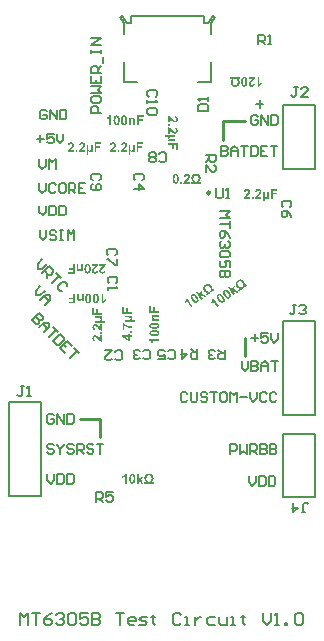
<source format=gto>
G04*
G04 #@! TF.GenerationSoftware,Altium Limited,Altium Designer,20.0.9 (164)*
G04*
G04 Layer_Color=65535*
%FSAX25Y25*%
%MOIN*%
G70*
G01*
G75*
%ADD10C,0.00984*%
%ADD11C,0.00787*%
%ADD12C,0.01000*%
%ADD13C,0.00591*%
%ADD14C,0.00800*%
%ADD15C,0.00500*%
G36*
X0141552Y0288867D02*
X0141575Y0288865D01*
X0141597D01*
X0141622Y0288860D01*
X0141680Y0288853D01*
X0141743Y0288838D01*
X0141807Y0288820D01*
X0141873Y0288795D01*
X0141875D01*
X0141880Y0288792D01*
X0141887Y0288788D01*
X0141900Y0288783D01*
X0141930Y0288765D01*
X0141967Y0288745D01*
X0142008Y0288718D01*
X0142050Y0288685D01*
X0142090Y0288648D01*
X0142125Y0288608D01*
X0142130Y0288602D01*
X0142140Y0288587D01*
X0142155Y0288565D01*
X0142173Y0288532D01*
X0142192Y0288495D01*
X0142212Y0288453D01*
X0142233Y0288403D01*
X0142247Y0288350D01*
Y0288348D01*
X0142250Y0288342D01*
Y0288335D01*
X0142253Y0288322D01*
X0142255Y0288310D01*
X0142257Y0288290D01*
X0142262Y0288270D01*
X0142265Y0288245D01*
X0142268Y0288217D01*
X0142272Y0288188D01*
X0142275Y0288153D01*
X0142278Y0288118D01*
X0142280Y0288077D01*
Y0288035D01*
X0142282Y0287990D01*
Y0287940D01*
Y0286500D01*
X0141670D01*
Y0287680D01*
Y0287685D01*
Y0287698D01*
Y0287715D01*
Y0287740D01*
Y0287770D01*
X0141667Y0287805D01*
Y0287842D01*
X0141665Y0287882D01*
X0141660Y0287965D01*
X0141653Y0288045D01*
X0141648Y0288083D01*
X0141642Y0288115D01*
X0141638Y0288145D01*
X0141630Y0288168D01*
Y0288170D01*
X0141628Y0288173D01*
X0141622Y0288185D01*
X0141613Y0288205D01*
X0141600Y0288230D01*
X0141580Y0288258D01*
X0141558Y0288285D01*
X0141533Y0288313D01*
X0141500Y0288337D01*
X0141495Y0288340D01*
X0141485Y0288348D01*
X0141465Y0288357D01*
X0141440Y0288370D01*
X0141410Y0288380D01*
X0141373Y0288390D01*
X0141332Y0288398D01*
X0141288Y0288400D01*
X0141272D01*
X0141260Y0288398D01*
X0141247D01*
X0141230Y0288395D01*
X0141192Y0288390D01*
X0141147Y0288377D01*
X0141100Y0288363D01*
X0141050Y0288342D01*
X0141000Y0288313D01*
X0140998D01*
X0140995Y0288307D01*
X0140980Y0288298D01*
X0140957Y0288278D01*
X0140930Y0288250D01*
X0140902Y0288217D01*
X0140873Y0288177D01*
X0140845Y0288133D01*
X0140825Y0288080D01*
Y0288077D01*
X0140823Y0288072D01*
X0140820Y0288065D01*
X0140817Y0288053D01*
X0140815Y0288035D01*
X0140810Y0288015D01*
X0140807Y0287990D01*
X0140803Y0287960D01*
X0140797Y0287925D01*
X0140795Y0287888D01*
X0140790Y0287845D01*
X0140787Y0287795D01*
X0140785Y0287742D01*
X0140782Y0287683D01*
X0140780Y0287617D01*
Y0287547D01*
Y0286500D01*
X0140167D01*
Y0288818D01*
X0140737D01*
Y0288475D01*
X0140740Y0288480D01*
X0140752Y0288492D01*
X0140768Y0288512D01*
X0140793Y0288538D01*
X0140823Y0288567D01*
X0140858Y0288600D01*
X0140900Y0288635D01*
X0140947Y0288672D01*
X0141000Y0288710D01*
X0141058Y0288745D01*
X0141120Y0288777D01*
X0141188Y0288808D01*
X0141260Y0288832D01*
X0141335Y0288853D01*
X0141415Y0288865D01*
X0141500Y0288870D01*
X0141535D01*
X0141552Y0288867D01*
D02*
G37*
G36*
X0145105Y0289158D02*
X0143555D01*
Y0288400D01*
X0144893D01*
Y0287860D01*
X0143555D01*
Y0286500D01*
X0142910D01*
Y0289698D01*
X0145105D01*
Y0289158D01*
D02*
G37*
G36*
X0134155Y0286500D02*
X0133543D01*
Y0288808D01*
X0133537Y0288805D01*
X0133528Y0288795D01*
X0133508Y0288777D01*
X0133483Y0288755D01*
X0133450Y0288730D01*
X0133413Y0288700D01*
X0133368Y0288667D01*
X0133317Y0288632D01*
X0133263Y0288595D01*
X0133200Y0288555D01*
X0133135Y0288517D01*
X0133065Y0288477D01*
X0132992Y0288440D01*
X0132915Y0288405D01*
X0132835Y0288372D01*
X0132750Y0288342D01*
Y0288900D01*
X0132753D01*
X0132760Y0288905D01*
X0132775Y0288908D01*
X0132792Y0288915D01*
X0132815Y0288925D01*
X0132840Y0288935D01*
X0132870Y0288950D01*
X0132905Y0288965D01*
X0132942Y0288985D01*
X0132983Y0289005D01*
X0133025Y0289030D01*
X0133070Y0289057D01*
X0133117Y0289088D01*
X0133168Y0289120D01*
X0133218Y0289155D01*
X0133270Y0289195D01*
X0133273Y0289197D01*
X0133282Y0289205D01*
X0133298Y0289217D01*
X0133315Y0289235D01*
X0133340Y0289255D01*
X0133365Y0289280D01*
X0133395Y0289310D01*
X0133425Y0289342D01*
X0133458Y0289377D01*
X0133490Y0289418D01*
X0133520Y0289460D01*
X0133553Y0289505D01*
X0133582Y0289552D01*
X0133610Y0289602D01*
X0133635Y0289655D01*
X0133658Y0289710D01*
X0134155D01*
Y0286500D01*
D02*
G37*
G36*
X0138637Y0289707D02*
X0138670Y0289705D01*
X0138707Y0289700D01*
X0138752Y0289692D01*
X0138803Y0289683D01*
X0138857Y0289668D01*
X0138915Y0289650D01*
X0138975Y0289630D01*
X0139035Y0289602D01*
X0139095Y0289570D01*
X0139155Y0289532D01*
X0139213Y0289488D01*
X0139268Y0289435D01*
X0139320Y0289377D01*
X0139322Y0289372D01*
X0139332Y0289360D01*
X0139350Y0289335D01*
X0139370Y0289302D01*
X0139380Y0289282D01*
X0139392Y0289260D01*
X0139405Y0289232D01*
X0139420Y0289205D01*
X0139433Y0289175D01*
X0139447Y0289142D01*
X0139462Y0289105D01*
X0139478Y0289068D01*
X0139490Y0289028D01*
X0139505Y0288983D01*
X0139520Y0288937D01*
X0139532Y0288888D01*
X0139548Y0288835D01*
X0139560Y0288780D01*
X0139573Y0288722D01*
X0139585Y0288663D01*
X0139595Y0288600D01*
X0139602Y0288532D01*
X0139612Y0288465D01*
X0139620Y0288392D01*
X0139625Y0288317D01*
X0139630Y0288240D01*
X0139632Y0288160D01*
Y0288075D01*
Y0288072D01*
Y0288065D01*
Y0288053D01*
Y0288035D01*
Y0288015D01*
X0139630Y0287987D01*
Y0287960D01*
X0139628Y0287928D01*
X0139625Y0287893D01*
X0139622Y0287853D01*
X0139620Y0287810D01*
X0139615Y0287768D01*
X0139605Y0287672D01*
X0139593Y0287573D01*
X0139577Y0287465D01*
X0139555Y0287357D01*
X0139530Y0287250D01*
X0139500Y0287142D01*
X0139462Y0287037D01*
X0139423Y0286940D01*
X0139373Y0286850D01*
X0139345Y0286810D01*
X0139318Y0286770D01*
X0139315Y0286768D01*
X0139305Y0286755D01*
X0139290Y0286740D01*
X0139270Y0286720D01*
X0139242Y0286695D01*
X0139210Y0286667D01*
X0139172Y0286637D01*
X0139130Y0286608D01*
X0139080Y0286578D01*
X0139028Y0286547D01*
X0138968Y0286520D01*
X0138902Y0286495D01*
X0138832Y0286475D01*
X0138758Y0286460D01*
X0138678Y0286448D01*
X0138593Y0286445D01*
X0138573D01*
X0138548Y0286448D01*
X0138515Y0286450D01*
X0138475Y0286455D01*
X0138430Y0286465D01*
X0138377Y0286475D01*
X0138322Y0286490D01*
X0138265Y0286508D01*
X0138203Y0286532D01*
X0138140Y0286560D01*
X0138077Y0286595D01*
X0138015Y0286637D01*
X0137955Y0286685D01*
X0137895Y0286740D01*
X0137840Y0286803D01*
X0137838Y0286807D01*
X0137828Y0286820D01*
X0137815Y0286842D01*
X0137795Y0286873D01*
X0137775Y0286915D01*
X0137762Y0286937D01*
X0137750Y0286965D01*
X0137738Y0286995D01*
X0137725Y0287025D01*
X0137710Y0287060D01*
X0137698Y0287098D01*
X0137685Y0287138D01*
X0137670Y0287180D01*
X0137657Y0287225D01*
X0137645Y0287273D01*
X0137633Y0287325D01*
X0137620Y0287378D01*
X0137610Y0287435D01*
X0137600Y0287495D01*
X0137590Y0287558D01*
X0137583Y0287622D01*
X0137575Y0287692D01*
X0137567Y0287762D01*
X0137563Y0287838D01*
X0137557Y0287917D01*
X0137555Y0287998D01*
Y0288083D01*
Y0288085D01*
Y0288092D01*
Y0288105D01*
Y0288123D01*
X0137557Y0288142D01*
Y0288168D01*
Y0288197D01*
X0137560Y0288230D01*
X0137563Y0288265D01*
X0137565Y0288305D01*
X0137567Y0288345D01*
X0137573Y0288390D01*
X0137580Y0288482D01*
X0137595Y0288582D01*
X0137610Y0288687D01*
X0137633Y0288797D01*
X0137657Y0288905D01*
X0137688Y0289013D01*
X0137723Y0289115D01*
X0137765Y0289212D01*
X0137812Y0289302D01*
X0137840Y0289345D01*
X0137867Y0289383D01*
X0137870Y0289387D01*
X0137880Y0289398D01*
X0137895Y0289412D01*
X0137915Y0289435D01*
X0137943Y0289458D01*
X0137975Y0289485D01*
X0138013Y0289515D01*
X0138055Y0289547D01*
X0138105Y0289578D01*
X0138160Y0289608D01*
X0138217Y0289635D01*
X0138283Y0289660D01*
X0138353Y0289680D01*
X0138427Y0289695D01*
X0138507Y0289707D01*
X0138593Y0289710D01*
X0138612D01*
X0138637Y0289707D01*
D02*
G37*
G36*
X0136153D02*
X0136185Y0289705D01*
X0136223Y0289700D01*
X0136267Y0289692D01*
X0136318Y0289683D01*
X0136372Y0289668D01*
X0136430Y0289650D01*
X0136490Y0289630D01*
X0136550Y0289602D01*
X0136610Y0289570D01*
X0136670Y0289532D01*
X0136727Y0289488D01*
X0136783Y0289435D01*
X0136835Y0289377D01*
X0136837Y0289372D01*
X0136847Y0289360D01*
X0136865Y0289335D01*
X0136885Y0289302D01*
X0136895Y0289282D01*
X0136907Y0289260D01*
X0136920Y0289232D01*
X0136935Y0289205D01*
X0136948Y0289175D01*
X0136962Y0289142D01*
X0136978Y0289105D01*
X0136993Y0289068D01*
X0137005Y0289028D01*
X0137020Y0288983D01*
X0137035Y0288937D01*
X0137048Y0288888D01*
X0137063Y0288835D01*
X0137075Y0288780D01*
X0137088Y0288722D01*
X0137100Y0288663D01*
X0137110Y0288600D01*
X0137118Y0288532D01*
X0137127Y0288465D01*
X0137135Y0288392D01*
X0137140Y0288317D01*
X0137145Y0288240D01*
X0137147Y0288160D01*
Y0288075D01*
Y0288072D01*
Y0288065D01*
Y0288053D01*
Y0288035D01*
Y0288015D01*
X0137145Y0287987D01*
Y0287960D01*
X0137143Y0287928D01*
X0137140Y0287893D01*
X0137137Y0287853D01*
X0137135Y0287810D01*
X0137130Y0287768D01*
X0137120Y0287672D01*
X0137108Y0287573D01*
X0137092Y0287465D01*
X0137070Y0287357D01*
X0137045Y0287250D01*
X0137015Y0287142D01*
X0136978Y0287037D01*
X0136937Y0286940D01*
X0136888Y0286850D01*
X0136860Y0286810D01*
X0136832Y0286770D01*
X0136830Y0286768D01*
X0136820Y0286755D01*
X0136805Y0286740D01*
X0136785Y0286720D01*
X0136758Y0286695D01*
X0136725Y0286667D01*
X0136688Y0286637D01*
X0136645Y0286608D01*
X0136595Y0286578D01*
X0136542Y0286547D01*
X0136483Y0286520D01*
X0136417Y0286495D01*
X0136347Y0286475D01*
X0136273Y0286460D01*
X0136193Y0286448D01*
X0136108Y0286445D01*
X0136088D01*
X0136063Y0286448D01*
X0136030Y0286450D01*
X0135990Y0286455D01*
X0135945Y0286465D01*
X0135892Y0286475D01*
X0135837Y0286490D01*
X0135780Y0286508D01*
X0135717Y0286532D01*
X0135655Y0286560D01*
X0135592Y0286595D01*
X0135530Y0286637D01*
X0135470Y0286685D01*
X0135410Y0286740D01*
X0135355Y0286803D01*
X0135353Y0286807D01*
X0135343Y0286820D01*
X0135330Y0286842D01*
X0135310Y0286873D01*
X0135290Y0286915D01*
X0135277Y0286937D01*
X0135265Y0286965D01*
X0135252Y0286995D01*
X0135240Y0287025D01*
X0135225Y0287060D01*
X0135213Y0287098D01*
X0135200Y0287138D01*
X0135185Y0287180D01*
X0135172Y0287225D01*
X0135160Y0287273D01*
X0135148Y0287325D01*
X0135135Y0287378D01*
X0135125Y0287435D01*
X0135115Y0287495D01*
X0135105Y0287558D01*
X0135098Y0287622D01*
X0135090Y0287692D01*
X0135082Y0287762D01*
X0135078Y0287838D01*
X0135073Y0287917D01*
X0135070Y0287998D01*
Y0288083D01*
Y0288085D01*
Y0288092D01*
Y0288105D01*
Y0288123D01*
X0135073Y0288142D01*
Y0288168D01*
Y0288197D01*
X0135075Y0288230D01*
X0135078Y0288265D01*
X0135080Y0288305D01*
X0135082Y0288345D01*
X0135088Y0288390D01*
X0135095Y0288482D01*
X0135110Y0288582D01*
X0135125Y0288687D01*
X0135148Y0288797D01*
X0135172Y0288905D01*
X0135203Y0289013D01*
X0135238Y0289115D01*
X0135280Y0289212D01*
X0135327Y0289302D01*
X0135355Y0289345D01*
X0135382Y0289383D01*
X0135385Y0289387D01*
X0135395Y0289398D01*
X0135410Y0289412D01*
X0135430Y0289435D01*
X0135458Y0289458D01*
X0135490Y0289485D01*
X0135528Y0289515D01*
X0135570Y0289547D01*
X0135620Y0289578D01*
X0135675Y0289608D01*
X0135732Y0289635D01*
X0135798Y0289660D01*
X0135868Y0289680D01*
X0135942Y0289695D01*
X0136022Y0289707D01*
X0136108Y0289710D01*
X0136127D01*
X0136153Y0289707D01*
D02*
G37*
G36*
X0153265Y0289497D02*
X0153282Y0289495D01*
X0153305Y0289493D01*
X0153332Y0289488D01*
X0153367Y0289480D01*
X0153405Y0289473D01*
X0153447Y0289462D01*
X0153492Y0289450D01*
X0153540Y0289435D01*
X0153590Y0289418D01*
X0153642Y0289398D01*
X0153698Y0289377D01*
X0153753Y0289352D01*
X0153805Y0289322D01*
X0153860Y0289293D01*
X0153863Y0289290D01*
X0153873Y0289285D01*
X0153890Y0289272D01*
X0153912Y0289258D01*
X0153943Y0289235D01*
X0153978Y0289210D01*
X0154017Y0289177D01*
X0154065Y0289140D01*
X0154118Y0289097D01*
X0154175Y0289048D01*
X0154237Y0288990D01*
X0154305Y0288928D01*
X0154380Y0288858D01*
X0154457Y0288780D01*
X0154540Y0288695D01*
X0154628Y0288602D01*
X0154632Y0288597D01*
X0154645Y0288585D01*
X0154665Y0288562D01*
X0154690Y0288538D01*
X0154720Y0288505D01*
X0154757Y0288468D01*
X0154795Y0288427D01*
X0154838Y0288385D01*
X0154925Y0288298D01*
X0154967Y0288255D01*
X0155010Y0288215D01*
X0155050Y0288177D01*
X0155087Y0288145D01*
X0155122Y0288118D01*
X0155150Y0288095D01*
X0155152Y0288092D01*
X0155157Y0288090D01*
X0155170Y0288083D01*
X0155183Y0288075D01*
X0155200Y0288065D01*
X0155220Y0288055D01*
X0155243Y0288042D01*
X0155268Y0288030D01*
X0155325Y0288007D01*
X0155387Y0287987D01*
X0155455Y0287972D01*
X0155490Y0287970D01*
X0155525Y0287967D01*
X0155527D01*
X0155535D01*
X0155545D01*
X0155560Y0287970D01*
X0155575D01*
X0155595Y0287972D01*
X0155642Y0287983D01*
X0155693Y0287995D01*
X0155745Y0288015D01*
X0155795Y0288042D01*
X0155817Y0288060D01*
X0155840Y0288080D01*
X0155842D01*
X0155845Y0288085D01*
X0155858Y0288100D01*
X0155875Y0288125D01*
X0155897Y0288160D01*
X0155918Y0288203D01*
X0155935Y0288255D01*
X0155947Y0288315D01*
X0155953Y0288348D01*
Y0288400D01*
X0155950Y0288415D01*
Y0288430D01*
X0155947Y0288450D01*
X0155938Y0288492D01*
X0155925Y0288543D01*
X0155903Y0288593D01*
X0155875Y0288643D01*
X0155855Y0288667D01*
X0155835Y0288690D01*
X0155833D01*
X0155830Y0288695D01*
X0155823Y0288700D01*
X0155813Y0288707D01*
X0155800Y0288718D01*
X0155785Y0288727D01*
X0155765Y0288738D01*
X0155745Y0288748D01*
X0155720Y0288760D01*
X0155690Y0288770D01*
X0155660Y0288780D01*
X0155625Y0288790D01*
X0155587Y0288800D01*
X0155545Y0288808D01*
X0155500Y0288812D01*
X0155453Y0288818D01*
X0155512Y0289427D01*
X0155515D01*
X0155517D01*
X0155525Y0289425D01*
X0155535D01*
X0155560Y0289420D01*
X0155595Y0289415D01*
X0155638Y0289407D01*
X0155685Y0289395D01*
X0155737Y0289383D01*
X0155792Y0289365D01*
X0155852Y0289345D01*
X0155912Y0289322D01*
X0155973Y0289293D01*
X0156033Y0289263D01*
X0156090Y0289225D01*
X0156142Y0289185D01*
X0156193Y0289138D01*
X0156237Y0289088D01*
X0156240Y0289085D01*
X0156247Y0289075D01*
X0156257Y0289057D01*
X0156272Y0289035D01*
X0156290Y0289007D01*
X0156307Y0288972D01*
X0156327Y0288935D01*
X0156350Y0288890D01*
X0156370Y0288840D01*
X0156390Y0288785D01*
X0156407Y0288725D01*
X0156425Y0288663D01*
X0156440Y0288595D01*
X0156450Y0288523D01*
X0156457Y0288447D01*
X0156460Y0288368D01*
Y0288348D01*
X0156457Y0288322D01*
X0156455Y0288290D01*
X0156453Y0288250D01*
X0156448Y0288203D01*
X0156438Y0288153D01*
X0156428Y0288098D01*
X0156415Y0288040D01*
X0156397Y0287978D01*
X0156377Y0287917D01*
X0156352Y0287855D01*
X0156323Y0287792D01*
X0156288Y0287735D01*
X0156247Y0287678D01*
X0156202Y0287625D01*
X0156200Y0287622D01*
X0156190Y0287613D01*
X0156177Y0287600D01*
X0156158Y0287582D01*
X0156132Y0287562D01*
X0156103Y0287538D01*
X0156068Y0287515D01*
X0156027Y0287488D01*
X0155985Y0287462D01*
X0155935Y0287438D01*
X0155885Y0287415D01*
X0155827Y0287395D01*
X0155768Y0287378D01*
X0155705Y0287365D01*
X0155640Y0287355D01*
X0155570Y0287352D01*
X0155568D01*
X0155560D01*
X0155547D01*
X0155533D01*
X0155512Y0287355D01*
X0155490Y0287357D01*
X0155465Y0287360D01*
X0155438Y0287363D01*
X0155375Y0287372D01*
X0155305Y0287385D01*
X0155233Y0287405D01*
X0155157Y0287430D01*
X0155155D01*
X0155150Y0287433D01*
X0155138Y0287438D01*
X0155125Y0287445D01*
X0155105Y0287453D01*
X0155085Y0287462D01*
X0155060Y0287475D01*
X0155033Y0287490D01*
X0154973Y0287525D01*
X0154903Y0287567D01*
X0154827Y0287617D01*
X0154750Y0287678D01*
X0154747D01*
X0154743Y0287683D01*
X0154735Y0287690D01*
X0154722Y0287700D01*
X0154710Y0287713D01*
X0154690Y0287727D01*
X0154670Y0287748D01*
X0154645Y0287768D01*
X0154618Y0287795D01*
X0154587Y0287823D01*
X0154552Y0287855D01*
X0154517Y0287893D01*
X0154478Y0287932D01*
X0154435Y0287978D01*
X0154390Y0288025D01*
X0154340Y0288077D01*
X0154338Y0288080D01*
X0154327Y0288090D01*
X0154315Y0288105D01*
X0154297Y0288125D01*
X0154275Y0288147D01*
X0154253Y0288173D01*
X0154198Y0288232D01*
X0154138Y0288295D01*
X0154080Y0288355D01*
X0154052Y0288383D01*
X0154027Y0288407D01*
X0154005Y0288427D01*
X0153988Y0288445D01*
X0153985Y0288447D01*
X0153972Y0288457D01*
X0153957Y0288473D01*
X0153935Y0288490D01*
X0153910Y0288510D01*
X0153880Y0288530D01*
X0153850Y0288550D01*
X0153820Y0288570D01*
Y0287352D01*
X0153250D01*
Y0289500D01*
X0153255D01*
X0153265Y0289497D01*
D02*
G37*
G36*
X0153863Y0286197D02*
X0153250D01*
Y0286810D01*
X0153863D01*
Y0286197D01*
D02*
G37*
G36*
X0153265Y0285772D02*
X0153282Y0285770D01*
X0153305Y0285768D01*
X0153332Y0285763D01*
X0153367Y0285755D01*
X0153405Y0285748D01*
X0153447Y0285737D01*
X0153492Y0285725D01*
X0153540Y0285710D01*
X0153590Y0285693D01*
X0153642Y0285672D01*
X0153698Y0285652D01*
X0153753Y0285628D01*
X0153805Y0285597D01*
X0153860Y0285567D01*
X0153863Y0285565D01*
X0153873Y0285560D01*
X0153890Y0285547D01*
X0153912Y0285532D01*
X0153943Y0285510D01*
X0153978Y0285485D01*
X0154017Y0285453D01*
X0154065Y0285415D01*
X0154118Y0285372D01*
X0154175Y0285322D01*
X0154237Y0285265D01*
X0154305Y0285203D01*
X0154380Y0285133D01*
X0154457Y0285055D01*
X0154540Y0284970D01*
X0154628Y0284877D01*
X0154632Y0284873D01*
X0154645Y0284860D01*
X0154665Y0284838D01*
X0154690Y0284812D01*
X0154720Y0284780D01*
X0154757Y0284742D01*
X0154795Y0284702D01*
X0154838Y0284660D01*
X0154925Y0284573D01*
X0154967Y0284530D01*
X0155010Y0284490D01*
X0155050Y0284453D01*
X0155087Y0284420D01*
X0155122Y0284392D01*
X0155150Y0284370D01*
X0155152Y0284367D01*
X0155157Y0284365D01*
X0155170Y0284358D01*
X0155183Y0284350D01*
X0155200Y0284340D01*
X0155220Y0284330D01*
X0155243Y0284317D01*
X0155268Y0284305D01*
X0155325Y0284282D01*
X0155387Y0284262D01*
X0155455Y0284247D01*
X0155490Y0284245D01*
X0155525Y0284243D01*
X0155527D01*
X0155535D01*
X0155545D01*
X0155560Y0284245D01*
X0155575D01*
X0155595Y0284247D01*
X0155642Y0284258D01*
X0155693Y0284270D01*
X0155745Y0284290D01*
X0155795Y0284317D01*
X0155817Y0284335D01*
X0155840Y0284355D01*
X0155842D01*
X0155845Y0284360D01*
X0155858Y0284375D01*
X0155875Y0284400D01*
X0155897Y0284435D01*
X0155918Y0284477D01*
X0155935Y0284530D01*
X0155947Y0284590D01*
X0155953Y0284623D01*
Y0284675D01*
X0155950Y0284690D01*
Y0284705D01*
X0155947Y0284725D01*
X0155938Y0284768D01*
X0155925Y0284818D01*
X0155903Y0284868D01*
X0155875Y0284917D01*
X0155855Y0284943D01*
X0155835Y0284965D01*
X0155833D01*
X0155830Y0284970D01*
X0155823Y0284975D01*
X0155813Y0284982D01*
X0155800Y0284993D01*
X0155785Y0285002D01*
X0155765Y0285013D01*
X0155745Y0285022D01*
X0155720Y0285035D01*
X0155690Y0285045D01*
X0155660Y0285055D01*
X0155625Y0285065D01*
X0155587Y0285075D01*
X0155545Y0285083D01*
X0155500Y0285087D01*
X0155453Y0285092D01*
X0155512Y0285702D01*
X0155515D01*
X0155517D01*
X0155525Y0285700D01*
X0155535D01*
X0155560Y0285695D01*
X0155595Y0285690D01*
X0155638Y0285683D01*
X0155685Y0285670D01*
X0155737Y0285658D01*
X0155792Y0285640D01*
X0155852Y0285620D01*
X0155912Y0285597D01*
X0155973Y0285567D01*
X0156033Y0285538D01*
X0156090Y0285500D01*
X0156142Y0285460D01*
X0156193Y0285413D01*
X0156237Y0285363D01*
X0156240Y0285360D01*
X0156247Y0285350D01*
X0156257Y0285332D01*
X0156272Y0285310D01*
X0156290Y0285282D01*
X0156307Y0285247D01*
X0156327Y0285210D01*
X0156350Y0285165D01*
X0156370Y0285115D01*
X0156390Y0285060D01*
X0156407Y0285000D01*
X0156425Y0284938D01*
X0156440Y0284870D01*
X0156450Y0284798D01*
X0156457Y0284722D01*
X0156460Y0284643D01*
Y0284623D01*
X0156457Y0284597D01*
X0156455Y0284565D01*
X0156453Y0284525D01*
X0156448Y0284477D01*
X0156438Y0284427D01*
X0156428Y0284372D01*
X0156415Y0284315D01*
X0156397Y0284253D01*
X0156377Y0284192D01*
X0156352Y0284130D01*
X0156323Y0284068D01*
X0156288Y0284010D01*
X0156247Y0283952D01*
X0156202Y0283900D01*
X0156200Y0283897D01*
X0156190Y0283888D01*
X0156177Y0283875D01*
X0156158Y0283857D01*
X0156132Y0283838D01*
X0156103Y0283812D01*
X0156068Y0283790D01*
X0156027Y0283763D01*
X0155985Y0283737D01*
X0155935Y0283713D01*
X0155885Y0283690D01*
X0155827Y0283670D01*
X0155768Y0283652D01*
X0155705Y0283640D01*
X0155640Y0283630D01*
X0155570Y0283628D01*
X0155568D01*
X0155560D01*
X0155547D01*
X0155533D01*
X0155512Y0283630D01*
X0155490Y0283632D01*
X0155465Y0283635D01*
X0155438Y0283637D01*
X0155375Y0283647D01*
X0155305Y0283660D01*
X0155233Y0283680D01*
X0155157Y0283705D01*
X0155155D01*
X0155150Y0283707D01*
X0155138Y0283713D01*
X0155125Y0283720D01*
X0155105Y0283728D01*
X0155085Y0283737D01*
X0155060Y0283750D01*
X0155033Y0283765D01*
X0154973Y0283800D01*
X0154903Y0283842D01*
X0154827Y0283892D01*
X0154750Y0283952D01*
X0154747D01*
X0154743Y0283958D01*
X0154735Y0283965D01*
X0154722Y0283975D01*
X0154710Y0283987D01*
X0154690Y0284002D01*
X0154670Y0284022D01*
X0154645Y0284043D01*
X0154618Y0284070D01*
X0154587Y0284098D01*
X0154552Y0284130D01*
X0154517Y0284168D01*
X0154478Y0284208D01*
X0154435Y0284253D01*
X0154390Y0284300D01*
X0154340Y0284352D01*
X0154338Y0284355D01*
X0154327Y0284365D01*
X0154315Y0284380D01*
X0154297Y0284400D01*
X0154275Y0284422D01*
X0154253Y0284448D01*
X0154198Y0284507D01*
X0154138Y0284570D01*
X0154080Y0284630D01*
X0154052Y0284658D01*
X0154027Y0284682D01*
X0154005Y0284702D01*
X0153988Y0284720D01*
X0153985Y0284722D01*
X0153972Y0284733D01*
X0153957Y0284748D01*
X0153935Y0284765D01*
X0153910Y0284785D01*
X0153880Y0284805D01*
X0153850Y0284825D01*
X0153820Y0284845D01*
Y0283628D01*
X0153250D01*
Y0285775D01*
X0153255D01*
X0153265Y0285772D01*
D02*
G37*
G36*
X0155568Y0282553D02*
X0154515D01*
X0154510D01*
X0154495D01*
X0154472D01*
X0154443Y0282550D01*
X0154405D01*
X0154362Y0282547D01*
X0154315Y0282545D01*
X0154268Y0282540D01*
X0154165Y0282530D01*
X0154062Y0282515D01*
X0154013Y0282505D01*
X0153970Y0282492D01*
X0153930Y0282477D01*
X0153895Y0282463D01*
X0153893Y0282460D01*
X0153885Y0282457D01*
X0153875Y0282450D01*
X0153863Y0282440D01*
X0153848Y0282430D01*
X0153828Y0282415D01*
X0153810Y0282398D01*
X0153790Y0282378D01*
X0153770Y0282352D01*
X0153753Y0282328D01*
X0153735Y0282300D01*
X0153718Y0282270D01*
X0153705Y0282235D01*
X0153695Y0282200D01*
X0153688Y0282162D01*
X0153685Y0282120D01*
Y0282115D01*
X0153688Y0282100D01*
X0153690Y0282075D01*
X0153695Y0282045D01*
X0153705Y0282010D01*
X0153718Y0281970D01*
X0153737Y0281930D01*
X0153762Y0281888D01*
Y0281885D01*
X0153765Y0281883D01*
X0153778Y0281870D01*
X0153795Y0281850D01*
X0153820Y0281825D01*
X0153850Y0281800D01*
X0153887Y0281772D01*
X0153930Y0281748D01*
X0153980Y0281725D01*
X0153982D01*
X0153988Y0281722D01*
X0153995Y0281720D01*
X0154007Y0281717D01*
X0154025Y0281713D01*
X0154045Y0281708D01*
X0154070Y0281702D01*
X0154097Y0281698D01*
X0154132Y0281695D01*
X0154170Y0281690D01*
X0154212Y0281685D01*
X0154262Y0281680D01*
X0154315Y0281678D01*
X0154373Y0281675D01*
X0154437Y0281673D01*
X0154508D01*
X0155568D01*
Y0281052D01*
X0153250D01*
Y0281625D01*
X0153523D01*
X0153520Y0281627D01*
X0153505Y0281638D01*
X0153482Y0281650D01*
X0153455Y0281665D01*
X0153425Y0281685D01*
X0153395Y0281708D01*
X0153365Y0281730D01*
X0153340Y0281752D01*
X0153338Y0281755D01*
X0153330Y0281763D01*
X0153317Y0281775D01*
X0153305Y0281792D01*
X0153287Y0281815D01*
X0153270Y0281842D01*
X0153252Y0281875D01*
X0153235Y0281910D01*
X0153233Y0281915D01*
X0153227Y0281927D01*
X0153220Y0281945D01*
X0153212Y0281970D01*
X0153205Y0281997D01*
X0153198Y0282028D01*
X0153192Y0282057D01*
X0153190Y0282090D01*
Y0282105D01*
X0153192Y0282115D01*
Y0282130D01*
X0153195Y0282145D01*
X0153200Y0282183D01*
X0153210Y0282225D01*
X0153225Y0282273D01*
X0153247Y0282317D01*
X0153275Y0282365D01*
X0153278Y0282370D01*
X0153287Y0282380D01*
X0153305Y0282398D01*
X0153330Y0282420D01*
X0153363Y0282448D01*
X0153385Y0282463D01*
X0153408Y0282480D01*
X0153433Y0282498D01*
X0153460Y0282515D01*
X0153492Y0282533D01*
X0153525Y0282553D01*
X0152363D01*
Y0283160D01*
X0155568D01*
Y0282553D01*
D02*
G37*
G36*
X0156448Y0278305D02*
X0155907D01*
Y0279855D01*
X0155150D01*
Y0278518D01*
X0154610D01*
Y0279855D01*
X0153250D01*
Y0280500D01*
X0156448D01*
Y0278305D01*
D02*
G37*
G36*
X0142198Y0277500D02*
X0141625D01*
Y0277772D01*
X0141622Y0277770D01*
X0141613Y0277755D01*
X0141600Y0277732D01*
X0141585Y0277705D01*
X0141565Y0277675D01*
X0141542Y0277645D01*
X0141520Y0277615D01*
X0141498Y0277590D01*
X0141495Y0277588D01*
X0141488Y0277580D01*
X0141475Y0277568D01*
X0141457Y0277555D01*
X0141435Y0277537D01*
X0141408Y0277520D01*
X0141375Y0277502D01*
X0141340Y0277485D01*
X0141335Y0277483D01*
X0141323Y0277478D01*
X0141305Y0277470D01*
X0141280Y0277463D01*
X0141253Y0277455D01*
X0141223Y0277448D01*
X0141192Y0277443D01*
X0141160Y0277440D01*
X0141145D01*
X0141135Y0277443D01*
X0141120D01*
X0141105Y0277445D01*
X0141068Y0277450D01*
X0141025Y0277460D01*
X0140978Y0277475D01*
X0140933Y0277498D01*
X0140885Y0277525D01*
X0140880Y0277527D01*
X0140870Y0277537D01*
X0140852Y0277555D01*
X0140830Y0277580D01*
X0140803Y0277612D01*
X0140787Y0277635D01*
X0140770Y0277658D01*
X0140752Y0277682D01*
X0140735Y0277710D01*
X0140717Y0277743D01*
X0140698Y0277775D01*
Y0276612D01*
X0140090D01*
Y0279818D01*
X0140698D01*
Y0278765D01*
Y0278760D01*
Y0278745D01*
Y0278723D01*
X0140700Y0278693D01*
Y0278655D01*
X0140702Y0278612D01*
X0140705Y0278565D01*
X0140710Y0278518D01*
X0140720Y0278415D01*
X0140735Y0278312D01*
X0140745Y0278262D01*
X0140758Y0278220D01*
X0140772Y0278180D01*
X0140787Y0278145D01*
X0140790Y0278142D01*
X0140793Y0278135D01*
X0140800Y0278125D01*
X0140810Y0278113D01*
X0140820Y0278098D01*
X0140835Y0278078D01*
X0140852Y0278060D01*
X0140873Y0278040D01*
X0140898Y0278020D01*
X0140922Y0278003D01*
X0140950Y0277985D01*
X0140980Y0277968D01*
X0141015Y0277955D01*
X0141050Y0277945D01*
X0141087Y0277938D01*
X0141130Y0277935D01*
X0141135D01*
X0141150Y0277938D01*
X0141175Y0277940D01*
X0141205Y0277945D01*
X0141240Y0277955D01*
X0141280Y0277968D01*
X0141320Y0277988D01*
X0141363Y0278012D01*
X0141365D01*
X0141367Y0278015D01*
X0141380Y0278028D01*
X0141400Y0278045D01*
X0141425Y0278070D01*
X0141450Y0278100D01*
X0141478Y0278137D01*
X0141502Y0278180D01*
X0141525Y0278230D01*
Y0278233D01*
X0141527Y0278238D01*
X0141530Y0278245D01*
X0141533Y0278257D01*
X0141537Y0278275D01*
X0141542Y0278295D01*
X0141548Y0278320D01*
X0141552Y0278347D01*
X0141555Y0278382D01*
X0141560Y0278420D01*
X0141565Y0278463D01*
X0141570Y0278513D01*
X0141572Y0278565D01*
X0141575Y0278623D01*
X0141577Y0278688D01*
Y0278758D01*
Y0279818D01*
X0142198D01*
Y0277500D01*
D02*
G37*
G36*
X0144945Y0280157D02*
X0143395D01*
Y0279400D01*
X0144732D01*
Y0278860D01*
X0143395D01*
Y0277500D01*
X0142750D01*
Y0280697D01*
X0144945D01*
Y0280157D01*
D02*
G37*
G36*
X0138653Y0280708D02*
X0138685Y0280705D01*
X0138725Y0280702D01*
X0138772Y0280697D01*
X0138822Y0280687D01*
X0138877Y0280678D01*
X0138935Y0280665D01*
X0138997Y0280647D01*
X0139058Y0280627D01*
X0139120Y0280603D01*
X0139182Y0280573D01*
X0139240Y0280538D01*
X0139297Y0280498D01*
X0139350Y0280452D01*
X0139353Y0280450D01*
X0139363Y0280440D01*
X0139375Y0280428D01*
X0139392Y0280408D01*
X0139412Y0280382D01*
X0139437Y0280352D01*
X0139460Y0280317D01*
X0139488Y0280277D01*
X0139513Y0280235D01*
X0139538Y0280185D01*
X0139560Y0280135D01*
X0139580Y0280078D01*
X0139597Y0280017D01*
X0139610Y0279955D01*
X0139620Y0279890D01*
X0139622Y0279820D01*
Y0279818D01*
Y0279810D01*
Y0279798D01*
Y0279783D01*
X0139620Y0279763D01*
X0139618Y0279740D01*
X0139615Y0279715D01*
X0139612Y0279688D01*
X0139602Y0279625D01*
X0139590Y0279555D01*
X0139570Y0279483D01*
X0139545Y0279408D01*
Y0279405D01*
X0139542Y0279400D01*
X0139538Y0279387D01*
X0139530Y0279375D01*
X0139523Y0279355D01*
X0139513Y0279335D01*
X0139500Y0279310D01*
X0139485Y0279282D01*
X0139450Y0279222D01*
X0139408Y0279152D01*
X0139357Y0279078D01*
X0139297Y0279000D01*
Y0278997D01*
X0139293Y0278993D01*
X0139285Y0278985D01*
X0139275Y0278973D01*
X0139262Y0278960D01*
X0139248Y0278940D01*
X0139227Y0278920D01*
X0139207Y0278895D01*
X0139180Y0278868D01*
X0139153Y0278837D01*
X0139120Y0278802D01*
X0139083Y0278767D01*
X0139042Y0278728D01*
X0138997Y0278685D01*
X0138950Y0278640D01*
X0138898Y0278590D01*
X0138895Y0278588D01*
X0138885Y0278577D01*
X0138870Y0278565D01*
X0138850Y0278548D01*
X0138828Y0278525D01*
X0138803Y0278502D01*
X0138742Y0278448D01*
X0138680Y0278387D01*
X0138620Y0278330D01*
X0138593Y0278303D01*
X0138567Y0278277D01*
X0138548Y0278255D01*
X0138530Y0278238D01*
X0138528Y0278235D01*
X0138517Y0278222D01*
X0138503Y0278207D01*
X0138485Y0278185D01*
X0138465Y0278160D01*
X0138445Y0278130D01*
X0138425Y0278100D01*
X0138405Y0278070D01*
X0139622D01*
Y0277500D01*
X0137475D01*
Y0277505D01*
X0137478Y0277515D01*
X0137480Y0277533D01*
X0137483Y0277555D01*
X0137487Y0277583D01*
X0137495Y0277618D01*
X0137503Y0277655D01*
X0137513Y0277697D01*
X0137525Y0277743D01*
X0137540Y0277790D01*
X0137557Y0277840D01*
X0137577Y0277892D01*
X0137598Y0277947D01*
X0137622Y0278003D01*
X0137653Y0278055D01*
X0137682Y0278110D01*
X0137685Y0278113D01*
X0137690Y0278122D01*
X0137703Y0278140D01*
X0137717Y0278163D01*
X0137740Y0278192D01*
X0137765Y0278227D01*
X0137797Y0278268D01*
X0137835Y0278315D01*
X0137878Y0278367D01*
X0137927Y0278425D01*
X0137985Y0278487D01*
X0138048Y0278555D01*
X0138118Y0278630D01*
X0138195Y0278708D01*
X0138280Y0278790D01*
X0138373Y0278877D01*
X0138377Y0278883D01*
X0138390Y0278895D01*
X0138412Y0278915D01*
X0138437Y0278940D01*
X0138470Y0278970D01*
X0138507Y0279008D01*
X0138548Y0279045D01*
X0138590Y0279087D01*
X0138678Y0279175D01*
X0138720Y0279218D01*
X0138760Y0279260D01*
X0138797Y0279300D01*
X0138830Y0279338D01*
X0138857Y0279373D01*
X0138880Y0279400D01*
X0138883Y0279402D01*
X0138885Y0279408D01*
X0138892Y0279420D01*
X0138900Y0279433D01*
X0138910Y0279450D01*
X0138920Y0279470D01*
X0138933Y0279492D01*
X0138945Y0279518D01*
X0138968Y0279575D01*
X0138988Y0279638D01*
X0139003Y0279705D01*
X0139005Y0279740D01*
X0139007Y0279775D01*
Y0279778D01*
Y0279785D01*
Y0279795D01*
X0139005Y0279810D01*
Y0279825D01*
X0139003Y0279845D01*
X0138993Y0279892D01*
X0138980Y0279942D01*
X0138960Y0279995D01*
X0138933Y0280045D01*
X0138915Y0280067D01*
X0138895Y0280090D01*
Y0280093D01*
X0138890Y0280095D01*
X0138875Y0280107D01*
X0138850Y0280125D01*
X0138815Y0280148D01*
X0138772Y0280168D01*
X0138720Y0280185D01*
X0138660Y0280198D01*
X0138628Y0280203D01*
X0138575D01*
X0138560Y0280200D01*
X0138545D01*
X0138525Y0280198D01*
X0138482Y0280188D01*
X0138433Y0280175D01*
X0138382Y0280153D01*
X0138332Y0280125D01*
X0138307Y0280105D01*
X0138285Y0280085D01*
Y0280083D01*
X0138280Y0280080D01*
X0138275Y0280072D01*
X0138268Y0280063D01*
X0138258Y0280050D01*
X0138248Y0280035D01*
X0138238Y0280015D01*
X0138227Y0279995D01*
X0138215Y0279970D01*
X0138205Y0279940D01*
X0138195Y0279910D01*
X0138185Y0279875D01*
X0138175Y0279837D01*
X0138168Y0279795D01*
X0138163Y0279750D01*
X0138157Y0279702D01*
X0137548Y0279763D01*
Y0279765D01*
Y0279767D01*
X0137550Y0279775D01*
Y0279785D01*
X0137555Y0279810D01*
X0137560Y0279845D01*
X0137567Y0279888D01*
X0137580Y0279935D01*
X0137592Y0279988D01*
X0137610Y0280043D01*
X0137630Y0280102D01*
X0137653Y0280163D01*
X0137682Y0280223D01*
X0137713Y0280282D01*
X0137750Y0280340D01*
X0137790Y0280393D01*
X0137838Y0280443D01*
X0137888Y0280487D01*
X0137890Y0280490D01*
X0137900Y0280498D01*
X0137917Y0280507D01*
X0137940Y0280522D01*
X0137968Y0280540D01*
X0138003Y0280557D01*
X0138040Y0280577D01*
X0138085Y0280600D01*
X0138135Y0280620D01*
X0138190Y0280640D01*
X0138250Y0280658D01*
X0138312Y0280675D01*
X0138380Y0280690D01*
X0138452Y0280700D01*
X0138528Y0280708D01*
X0138608Y0280710D01*
X0138628D01*
X0138653Y0280708D01*
D02*
G37*
G36*
X0137053Y0277500D02*
X0136440D01*
Y0278113D01*
X0137053D01*
Y0277500D01*
D02*
G37*
G36*
X0134927Y0280708D02*
X0134960Y0280705D01*
X0135000Y0280702D01*
X0135047Y0280697D01*
X0135098Y0280687D01*
X0135152Y0280678D01*
X0135210Y0280665D01*
X0135273Y0280647D01*
X0135333Y0280627D01*
X0135395Y0280603D01*
X0135458Y0280573D01*
X0135515Y0280538D01*
X0135573Y0280498D01*
X0135625Y0280452D01*
X0135627Y0280450D01*
X0135637Y0280440D01*
X0135650Y0280428D01*
X0135668Y0280408D01*
X0135687Y0280382D01*
X0135713Y0280352D01*
X0135735Y0280317D01*
X0135763Y0280277D01*
X0135787Y0280235D01*
X0135812Y0280185D01*
X0135835Y0280135D01*
X0135855Y0280078D01*
X0135872Y0280017D01*
X0135885Y0279955D01*
X0135895Y0279890D01*
X0135898Y0279820D01*
Y0279818D01*
Y0279810D01*
Y0279798D01*
Y0279783D01*
X0135895Y0279763D01*
X0135892Y0279740D01*
X0135890Y0279715D01*
X0135888Y0279688D01*
X0135878Y0279625D01*
X0135865Y0279555D01*
X0135845Y0279483D01*
X0135820Y0279408D01*
Y0279405D01*
X0135818Y0279400D01*
X0135812Y0279387D01*
X0135805Y0279375D01*
X0135798Y0279355D01*
X0135787Y0279335D01*
X0135775Y0279310D01*
X0135760Y0279282D01*
X0135725Y0279222D01*
X0135682Y0279152D01*
X0135633Y0279078D01*
X0135573Y0279000D01*
Y0278997D01*
X0135567Y0278993D01*
X0135560Y0278985D01*
X0135550Y0278973D01*
X0135538Y0278960D01*
X0135522Y0278940D01*
X0135503Y0278920D01*
X0135483Y0278895D01*
X0135455Y0278868D01*
X0135427Y0278837D01*
X0135395Y0278802D01*
X0135357Y0278767D01*
X0135318Y0278728D01*
X0135273Y0278685D01*
X0135225Y0278640D01*
X0135172Y0278590D01*
X0135170Y0278588D01*
X0135160Y0278577D01*
X0135145Y0278565D01*
X0135125Y0278548D01*
X0135102Y0278525D01*
X0135078Y0278502D01*
X0135018Y0278448D01*
X0134955Y0278387D01*
X0134895Y0278330D01*
X0134868Y0278303D01*
X0134843Y0278277D01*
X0134822Y0278255D01*
X0134805Y0278238D01*
X0134802Y0278235D01*
X0134792Y0278222D01*
X0134777Y0278207D01*
X0134760Y0278185D01*
X0134740Y0278160D01*
X0134720Y0278130D01*
X0134700Y0278100D01*
X0134680Y0278070D01*
X0135898D01*
Y0277500D01*
X0133750D01*
Y0277505D01*
X0133753Y0277515D01*
X0133755Y0277533D01*
X0133757Y0277555D01*
X0133763Y0277583D01*
X0133770Y0277618D01*
X0133777Y0277655D01*
X0133788Y0277697D01*
X0133800Y0277743D01*
X0133815Y0277790D01*
X0133833Y0277840D01*
X0133853Y0277892D01*
X0133872Y0277947D01*
X0133897Y0278003D01*
X0133928Y0278055D01*
X0133958Y0278110D01*
X0133960Y0278113D01*
X0133965Y0278122D01*
X0133977Y0278140D01*
X0133993Y0278163D01*
X0134015Y0278192D01*
X0134040Y0278227D01*
X0134072Y0278268D01*
X0134110Y0278315D01*
X0134152Y0278367D01*
X0134203Y0278425D01*
X0134260Y0278487D01*
X0134323Y0278555D01*
X0134392Y0278630D01*
X0134470Y0278708D01*
X0134555Y0278790D01*
X0134648Y0278877D01*
X0134652Y0278883D01*
X0134665Y0278895D01*
X0134687Y0278915D01*
X0134713Y0278940D01*
X0134745Y0278970D01*
X0134783Y0279008D01*
X0134822Y0279045D01*
X0134865Y0279087D01*
X0134952Y0279175D01*
X0134995Y0279218D01*
X0135035Y0279260D01*
X0135073Y0279300D01*
X0135105Y0279338D01*
X0135133Y0279373D01*
X0135155Y0279400D01*
X0135158Y0279402D01*
X0135160Y0279408D01*
X0135168Y0279420D01*
X0135175Y0279433D01*
X0135185Y0279450D01*
X0135195Y0279470D01*
X0135207Y0279492D01*
X0135220Y0279518D01*
X0135242Y0279575D01*
X0135263Y0279638D01*
X0135277Y0279705D01*
X0135280Y0279740D01*
X0135283Y0279775D01*
Y0279778D01*
Y0279785D01*
Y0279795D01*
X0135280Y0279810D01*
Y0279825D01*
X0135277Y0279845D01*
X0135267Y0279892D01*
X0135255Y0279942D01*
X0135235Y0279995D01*
X0135207Y0280045D01*
X0135190Y0280067D01*
X0135170Y0280090D01*
Y0280093D01*
X0135165Y0280095D01*
X0135150Y0280107D01*
X0135125Y0280125D01*
X0135090Y0280148D01*
X0135047Y0280168D01*
X0134995Y0280185D01*
X0134935Y0280198D01*
X0134903Y0280203D01*
X0134850D01*
X0134835Y0280200D01*
X0134820D01*
X0134800Y0280198D01*
X0134757Y0280188D01*
X0134707Y0280175D01*
X0134658Y0280153D01*
X0134608Y0280125D01*
X0134582Y0280105D01*
X0134560Y0280085D01*
Y0280083D01*
X0134555Y0280080D01*
X0134550Y0280072D01*
X0134543Y0280063D01*
X0134532Y0280050D01*
X0134522Y0280035D01*
X0134512Y0280015D01*
X0134502Y0279995D01*
X0134490Y0279970D01*
X0134480Y0279940D01*
X0134470Y0279910D01*
X0134460Y0279875D01*
X0134450Y0279837D01*
X0134442Y0279795D01*
X0134438Y0279750D01*
X0134432Y0279702D01*
X0133823Y0279763D01*
Y0279765D01*
Y0279767D01*
X0133825Y0279775D01*
Y0279785D01*
X0133830Y0279810D01*
X0133835Y0279845D01*
X0133843Y0279888D01*
X0133855Y0279935D01*
X0133868Y0279988D01*
X0133885Y0280043D01*
X0133905Y0280102D01*
X0133928Y0280163D01*
X0133958Y0280223D01*
X0133987Y0280282D01*
X0134025Y0280340D01*
X0134065Y0280393D01*
X0134113Y0280443D01*
X0134162Y0280487D01*
X0134165Y0280490D01*
X0134175Y0280498D01*
X0134193Y0280507D01*
X0134215Y0280522D01*
X0134242Y0280540D01*
X0134277Y0280557D01*
X0134315Y0280577D01*
X0134360Y0280600D01*
X0134410Y0280620D01*
X0134465Y0280640D01*
X0134525Y0280658D01*
X0134588Y0280675D01*
X0134655Y0280690D01*
X0134728Y0280700D01*
X0134802Y0280708D01*
X0134882Y0280710D01*
X0134903D01*
X0134927Y0280708D01*
D02*
G37*
G36*
X0128198Y0277500D02*
X0127625D01*
Y0277772D01*
X0127622Y0277770D01*
X0127612Y0277755D01*
X0127600Y0277732D01*
X0127585Y0277705D01*
X0127565Y0277675D01*
X0127542Y0277645D01*
X0127520Y0277615D01*
X0127497Y0277590D01*
X0127495Y0277588D01*
X0127488Y0277580D01*
X0127475Y0277568D01*
X0127457Y0277555D01*
X0127435Y0277537D01*
X0127408Y0277520D01*
X0127375Y0277502D01*
X0127340Y0277485D01*
X0127335Y0277483D01*
X0127322Y0277478D01*
X0127305Y0277470D01*
X0127280Y0277463D01*
X0127252Y0277455D01*
X0127223Y0277448D01*
X0127192Y0277443D01*
X0127160Y0277440D01*
X0127145D01*
X0127135Y0277443D01*
X0127120D01*
X0127105Y0277445D01*
X0127067Y0277450D01*
X0127025Y0277460D01*
X0126978Y0277475D01*
X0126933Y0277498D01*
X0126885Y0277525D01*
X0126880Y0277527D01*
X0126870Y0277537D01*
X0126853Y0277555D01*
X0126830Y0277580D01*
X0126803Y0277612D01*
X0126787Y0277635D01*
X0126770Y0277658D01*
X0126752Y0277682D01*
X0126735Y0277710D01*
X0126717Y0277743D01*
X0126698Y0277775D01*
Y0276612D01*
X0126090D01*
Y0279818D01*
X0126698D01*
Y0278765D01*
Y0278760D01*
Y0278745D01*
Y0278723D01*
X0126700Y0278693D01*
Y0278655D01*
X0126702Y0278612D01*
X0126705Y0278565D01*
X0126710Y0278518D01*
X0126720Y0278415D01*
X0126735Y0278312D01*
X0126745Y0278262D01*
X0126758Y0278220D01*
X0126772Y0278180D01*
X0126787Y0278145D01*
X0126790Y0278142D01*
X0126793Y0278135D01*
X0126800Y0278125D01*
X0126810Y0278113D01*
X0126820Y0278098D01*
X0126835Y0278078D01*
X0126853Y0278060D01*
X0126873Y0278040D01*
X0126898Y0278020D01*
X0126923Y0278003D01*
X0126950Y0277985D01*
X0126980Y0277968D01*
X0127015Y0277955D01*
X0127050Y0277945D01*
X0127087Y0277938D01*
X0127130Y0277935D01*
X0127135D01*
X0127150Y0277938D01*
X0127175Y0277940D01*
X0127205Y0277945D01*
X0127240Y0277955D01*
X0127280Y0277968D01*
X0127320Y0277988D01*
X0127363Y0278012D01*
X0127365D01*
X0127367Y0278015D01*
X0127380Y0278028D01*
X0127400Y0278045D01*
X0127425Y0278070D01*
X0127450Y0278100D01*
X0127478Y0278137D01*
X0127503Y0278180D01*
X0127525Y0278230D01*
Y0278233D01*
X0127527Y0278238D01*
X0127530Y0278245D01*
X0127532Y0278257D01*
X0127538Y0278275D01*
X0127542Y0278295D01*
X0127548Y0278320D01*
X0127552Y0278347D01*
X0127555Y0278382D01*
X0127560Y0278420D01*
X0127565Y0278463D01*
X0127570Y0278513D01*
X0127573Y0278565D01*
X0127575Y0278623D01*
X0127577Y0278688D01*
Y0278758D01*
Y0279818D01*
X0128198D01*
Y0277500D01*
D02*
G37*
G36*
X0130945Y0280157D02*
X0129395D01*
Y0279400D01*
X0130733D01*
Y0278860D01*
X0129395D01*
Y0277500D01*
X0128750D01*
Y0280697D01*
X0130945D01*
Y0280157D01*
D02*
G37*
G36*
X0124653Y0280708D02*
X0124685Y0280705D01*
X0124725Y0280702D01*
X0124773Y0280697D01*
X0124822Y0280687D01*
X0124878Y0280678D01*
X0124935Y0280665D01*
X0124997Y0280647D01*
X0125057Y0280627D01*
X0125120Y0280603D01*
X0125182Y0280573D01*
X0125240Y0280538D01*
X0125297Y0280498D01*
X0125350Y0280452D01*
X0125353Y0280450D01*
X0125363Y0280440D01*
X0125375Y0280428D01*
X0125392Y0280408D01*
X0125412Y0280382D01*
X0125437Y0280352D01*
X0125460Y0280317D01*
X0125487Y0280277D01*
X0125513Y0280235D01*
X0125538Y0280185D01*
X0125560Y0280135D01*
X0125580Y0280078D01*
X0125598Y0280017D01*
X0125610Y0279955D01*
X0125620Y0279890D01*
X0125622Y0279820D01*
Y0279818D01*
Y0279810D01*
Y0279798D01*
Y0279783D01*
X0125620Y0279763D01*
X0125618Y0279740D01*
X0125615Y0279715D01*
X0125612Y0279688D01*
X0125602Y0279625D01*
X0125590Y0279555D01*
X0125570Y0279483D01*
X0125545Y0279408D01*
Y0279405D01*
X0125542Y0279400D01*
X0125538Y0279387D01*
X0125530Y0279375D01*
X0125522Y0279355D01*
X0125513Y0279335D01*
X0125500Y0279310D01*
X0125485Y0279282D01*
X0125450Y0279222D01*
X0125408Y0279152D01*
X0125357Y0279078D01*
X0125297Y0279000D01*
Y0278997D01*
X0125293Y0278993D01*
X0125285Y0278985D01*
X0125275Y0278973D01*
X0125262Y0278960D01*
X0125248Y0278940D01*
X0125227Y0278920D01*
X0125207Y0278895D01*
X0125180Y0278868D01*
X0125153Y0278837D01*
X0125120Y0278802D01*
X0125083Y0278767D01*
X0125042Y0278728D01*
X0124997Y0278685D01*
X0124950Y0278640D01*
X0124898Y0278590D01*
X0124895Y0278588D01*
X0124885Y0278577D01*
X0124870Y0278565D01*
X0124850Y0278548D01*
X0124828Y0278525D01*
X0124802Y0278502D01*
X0124742Y0278448D01*
X0124680Y0278387D01*
X0124620Y0278330D01*
X0124592Y0278303D01*
X0124567Y0278277D01*
X0124548Y0278255D01*
X0124530Y0278238D01*
X0124528Y0278235D01*
X0124518Y0278222D01*
X0124503Y0278207D01*
X0124485Y0278185D01*
X0124465Y0278160D01*
X0124445Y0278130D01*
X0124425Y0278100D01*
X0124405Y0278070D01*
X0125622D01*
Y0277500D01*
X0123475D01*
Y0277505D01*
X0123477Y0277515D01*
X0123480Y0277533D01*
X0123483Y0277555D01*
X0123487Y0277583D01*
X0123495Y0277618D01*
X0123503Y0277655D01*
X0123512Y0277697D01*
X0123525Y0277743D01*
X0123540Y0277790D01*
X0123557Y0277840D01*
X0123577Y0277892D01*
X0123598Y0277947D01*
X0123623Y0278003D01*
X0123653Y0278055D01*
X0123682Y0278110D01*
X0123685Y0278113D01*
X0123690Y0278122D01*
X0123703Y0278140D01*
X0123717Y0278163D01*
X0123740Y0278192D01*
X0123765Y0278227D01*
X0123798Y0278268D01*
X0123835Y0278315D01*
X0123878Y0278367D01*
X0123927Y0278425D01*
X0123985Y0278487D01*
X0124048Y0278555D01*
X0124118Y0278630D01*
X0124195Y0278708D01*
X0124280Y0278790D01*
X0124372Y0278877D01*
X0124378Y0278883D01*
X0124390Y0278895D01*
X0124413Y0278915D01*
X0124437Y0278940D01*
X0124470Y0278970D01*
X0124507Y0279008D01*
X0124548Y0279045D01*
X0124590Y0279087D01*
X0124678Y0279175D01*
X0124720Y0279218D01*
X0124760Y0279260D01*
X0124797Y0279300D01*
X0124830Y0279338D01*
X0124857Y0279373D01*
X0124880Y0279400D01*
X0124882Y0279402D01*
X0124885Y0279408D01*
X0124892Y0279420D01*
X0124900Y0279433D01*
X0124910Y0279450D01*
X0124920Y0279470D01*
X0124933Y0279492D01*
X0124945Y0279518D01*
X0124968Y0279575D01*
X0124987Y0279638D01*
X0125003Y0279705D01*
X0125005Y0279740D01*
X0125007Y0279775D01*
Y0279778D01*
Y0279785D01*
Y0279795D01*
X0125005Y0279810D01*
Y0279825D01*
X0125003Y0279845D01*
X0124993Y0279892D01*
X0124980Y0279942D01*
X0124960Y0279995D01*
X0124933Y0280045D01*
X0124915Y0280067D01*
X0124895Y0280090D01*
Y0280093D01*
X0124890Y0280095D01*
X0124875Y0280107D01*
X0124850Y0280125D01*
X0124815Y0280148D01*
X0124773Y0280168D01*
X0124720Y0280185D01*
X0124660Y0280198D01*
X0124627Y0280203D01*
X0124575D01*
X0124560Y0280200D01*
X0124545D01*
X0124525Y0280198D01*
X0124483Y0280188D01*
X0124433Y0280175D01*
X0124382Y0280153D01*
X0124332Y0280125D01*
X0124308Y0280105D01*
X0124285Y0280085D01*
Y0280083D01*
X0124280Y0280080D01*
X0124275Y0280072D01*
X0124267Y0280063D01*
X0124258Y0280050D01*
X0124248Y0280035D01*
X0124238Y0280015D01*
X0124227Y0279995D01*
X0124215Y0279970D01*
X0124205Y0279940D01*
X0124195Y0279910D01*
X0124185Y0279875D01*
X0124175Y0279837D01*
X0124168Y0279795D01*
X0124162Y0279750D01*
X0124158Y0279702D01*
X0123547Y0279763D01*
Y0279765D01*
Y0279767D01*
X0123550Y0279775D01*
Y0279785D01*
X0123555Y0279810D01*
X0123560Y0279845D01*
X0123567Y0279888D01*
X0123580Y0279935D01*
X0123592Y0279988D01*
X0123610Y0280043D01*
X0123630Y0280102D01*
X0123653Y0280163D01*
X0123682Y0280223D01*
X0123713Y0280282D01*
X0123750Y0280340D01*
X0123790Y0280393D01*
X0123837Y0280443D01*
X0123888Y0280487D01*
X0123890Y0280490D01*
X0123900Y0280498D01*
X0123917Y0280507D01*
X0123940Y0280522D01*
X0123968Y0280540D01*
X0124003Y0280557D01*
X0124040Y0280577D01*
X0124085Y0280600D01*
X0124135Y0280620D01*
X0124190Y0280640D01*
X0124250Y0280658D01*
X0124312Y0280675D01*
X0124380Y0280690D01*
X0124452Y0280700D01*
X0124528Y0280708D01*
X0124608Y0280710D01*
X0124627D01*
X0124653Y0280708D01*
D02*
G37*
G36*
X0123053Y0277500D02*
X0122440D01*
Y0278113D01*
X0123053D01*
Y0277500D01*
D02*
G37*
G36*
X0120928Y0280708D02*
X0120960Y0280705D01*
X0121000Y0280702D01*
X0121047Y0280697D01*
X0121098Y0280687D01*
X0121152Y0280678D01*
X0121210Y0280665D01*
X0121273Y0280647D01*
X0121333Y0280627D01*
X0121395Y0280603D01*
X0121458Y0280573D01*
X0121515Y0280538D01*
X0121572Y0280498D01*
X0121625Y0280452D01*
X0121627Y0280450D01*
X0121637Y0280440D01*
X0121650Y0280428D01*
X0121668Y0280408D01*
X0121687Y0280382D01*
X0121713Y0280352D01*
X0121735Y0280317D01*
X0121763Y0280277D01*
X0121788Y0280235D01*
X0121812Y0280185D01*
X0121835Y0280135D01*
X0121855Y0280078D01*
X0121872Y0280017D01*
X0121885Y0279955D01*
X0121895Y0279890D01*
X0121897Y0279820D01*
Y0279818D01*
Y0279810D01*
Y0279798D01*
Y0279783D01*
X0121895Y0279763D01*
X0121892Y0279740D01*
X0121890Y0279715D01*
X0121888Y0279688D01*
X0121878Y0279625D01*
X0121865Y0279555D01*
X0121845Y0279483D01*
X0121820Y0279408D01*
Y0279405D01*
X0121818Y0279400D01*
X0121812Y0279387D01*
X0121805Y0279375D01*
X0121798Y0279355D01*
X0121788Y0279335D01*
X0121775Y0279310D01*
X0121760Y0279282D01*
X0121725Y0279222D01*
X0121683Y0279152D01*
X0121633Y0279078D01*
X0121572Y0279000D01*
Y0278997D01*
X0121567Y0278993D01*
X0121560Y0278985D01*
X0121550Y0278973D01*
X0121537Y0278960D01*
X0121522Y0278940D01*
X0121502Y0278920D01*
X0121483Y0278895D01*
X0121455Y0278868D01*
X0121428Y0278837D01*
X0121395Y0278802D01*
X0121358Y0278767D01*
X0121318Y0278728D01*
X0121273Y0278685D01*
X0121225Y0278640D01*
X0121172Y0278590D01*
X0121170Y0278588D01*
X0121160Y0278577D01*
X0121145Y0278565D01*
X0121125Y0278548D01*
X0121102Y0278525D01*
X0121078Y0278502D01*
X0121018Y0278448D01*
X0120955Y0278387D01*
X0120895Y0278330D01*
X0120868Y0278303D01*
X0120843Y0278277D01*
X0120823Y0278255D01*
X0120805Y0278238D01*
X0120802Y0278235D01*
X0120792Y0278222D01*
X0120777Y0278207D01*
X0120760Y0278185D01*
X0120740Y0278160D01*
X0120720Y0278130D01*
X0120700Y0278100D01*
X0120680Y0278070D01*
X0121897D01*
Y0277500D01*
X0119750D01*
Y0277505D01*
X0119753Y0277515D01*
X0119755Y0277533D01*
X0119757Y0277555D01*
X0119763Y0277583D01*
X0119770Y0277618D01*
X0119778Y0277655D01*
X0119788Y0277697D01*
X0119800Y0277743D01*
X0119815Y0277790D01*
X0119833Y0277840D01*
X0119852Y0277892D01*
X0119872Y0277947D01*
X0119897Y0278003D01*
X0119928Y0278055D01*
X0119957Y0278110D01*
X0119960Y0278113D01*
X0119965Y0278122D01*
X0119977Y0278140D01*
X0119992Y0278163D01*
X0120015Y0278192D01*
X0120040Y0278227D01*
X0120072Y0278268D01*
X0120110Y0278315D01*
X0120152Y0278367D01*
X0120203Y0278425D01*
X0120260Y0278487D01*
X0120323Y0278555D01*
X0120393Y0278630D01*
X0120470Y0278708D01*
X0120555Y0278790D01*
X0120648Y0278877D01*
X0120652Y0278883D01*
X0120665Y0278895D01*
X0120687Y0278915D01*
X0120712Y0278940D01*
X0120745Y0278970D01*
X0120782Y0279008D01*
X0120823Y0279045D01*
X0120865Y0279087D01*
X0120952Y0279175D01*
X0120995Y0279218D01*
X0121035Y0279260D01*
X0121072Y0279300D01*
X0121105Y0279338D01*
X0121133Y0279373D01*
X0121155Y0279400D01*
X0121158Y0279402D01*
X0121160Y0279408D01*
X0121168Y0279420D01*
X0121175Y0279433D01*
X0121185Y0279450D01*
X0121195Y0279470D01*
X0121207Y0279492D01*
X0121220Y0279518D01*
X0121242Y0279575D01*
X0121263Y0279638D01*
X0121277Y0279705D01*
X0121280Y0279740D01*
X0121282Y0279775D01*
Y0279778D01*
Y0279785D01*
Y0279795D01*
X0121280Y0279810D01*
Y0279825D01*
X0121277Y0279845D01*
X0121267Y0279892D01*
X0121255Y0279942D01*
X0121235Y0279995D01*
X0121207Y0280045D01*
X0121190Y0280067D01*
X0121170Y0280090D01*
Y0280093D01*
X0121165Y0280095D01*
X0121150Y0280107D01*
X0121125Y0280125D01*
X0121090Y0280148D01*
X0121047Y0280168D01*
X0120995Y0280185D01*
X0120935Y0280198D01*
X0120903Y0280203D01*
X0120850D01*
X0120835Y0280200D01*
X0120820D01*
X0120800Y0280198D01*
X0120757Y0280188D01*
X0120707Y0280175D01*
X0120658Y0280153D01*
X0120607Y0280125D01*
X0120582Y0280105D01*
X0120560Y0280085D01*
Y0280083D01*
X0120555Y0280080D01*
X0120550Y0280072D01*
X0120543Y0280063D01*
X0120533Y0280050D01*
X0120522Y0280035D01*
X0120512Y0280015D01*
X0120502Y0279995D01*
X0120490Y0279970D01*
X0120480Y0279940D01*
X0120470Y0279910D01*
X0120460Y0279875D01*
X0120450Y0279837D01*
X0120442Y0279795D01*
X0120438Y0279750D01*
X0120432Y0279702D01*
X0119823Y0279763D01*
Y0279765D01*
Y0279767D01*
X0119825Y0279775D01*
Y0279785D01*
X0119830Y0279810D01*
X0119835Y0279845D01*
X0119843Y0279888D01*
X0119855Y0279935D01*
X0119868Y0279988D01*
X0119885Y0280043D01*
X0119905Y0280102D01*
X0119928Y0280163D01*
X0119957Y0280223D01*
X0119987Y0280282D01*
X0120025Y0280340D01*
X0120065Y0280393D01*
X0120113Y0280443D01*
X0120162Y0280487D01*
X0120165Y0280490D01*
X0120175Y0280498D01*
X0120193Y0280507D01*
X0120215Y0280522D01*
X0120243Y0280540D01*
X0120278Y0280557D01*
X0120315Y0280577D01*
X0120360Y0280600D01*
X0120410Y0280620D01*
X0120465Y0280640D01*
X0120525Y0280658D01*
X0120588Y0280675D01*
X0120655Y0280690D01*
X0120728Y0280700D01*
X0120802Y0280708D01*
X0120882Y0280710D01*
X0120903D01*
X0120928Y0280708D01*
D02*
G37*
G36*
X0162610Y0270250D02*
X0162630D01*
X0162653Y0270248D01*
X0162680Y0270245D01*
X0162707Y0270243D01*
X0162738Y0270240D01*
X0162808Y0270230D01*
X0162882Y0270217D01*
X0162968Y0270202D01*
X0163055Y0270180D01*
X0163145Y0270152D01*
X0163238Y0270120D01*
X0163330Y0270080D01*
X0163423Y0270033D01*
X0163513Y0269977D01*
X0163598Y0269915D01*
X0163678Y0269843D01*
X0163682Y0269837D01*
X0163695Y0269825D01*
X0163715Y0269800D01*
X0163742Y0269770D01*
X0163772Y0269730D01*
X0163807Y0269680D01*
X0163845Y0269625D01*
X0163885Y0269563D01*
X0163923Y0269490D01*
X0163960Y0269415D01*
X0163995Y0269330D01*
X0164025Y0269240D01*
X0164052Y0269145D01*
X0164073Y0269042D01*
X0164085Y0268937D01*
X0164090Y0268825D01*
Y0268823D01*
Y0268817D01*
Y0268808D01*
Y0268795D01*
X0164087Y0268777D01*
Y0268758D01*
X0164085Y0268735D01*
X0164080Y0268707D01*
X0164077Y0268680D01*
X0164073Y0268648D01*
X0164067Y0268613D01*
X0164060Y0268575D01*
X0164042Y0268495D01*
X0164020Y0268405D01*
X0163988Y0268310D01*
X0163950Y0268208D01*
X0163905Y0268103D01*
X0163877Y0268047D01*
X0163850Y0267992D01*
X0163818Y0267935D01*
X0163785Y0267880D01*
X0163748Y0267823D01*
X0163707Y0267765D01*
X0163665Y0267710D01*
X0163620Y0267653D01*
X0163573Y0267595D01*
X0163520Y0267540D01*
X0164143D01*
Y0267000D01*
X0162678D01*
Y0267515D01*
X0162682Y0267517D01*
X0162692Y0267523D01*
X0162713Y0267530D01*
X0162738Y0267540D01*
X0162768Y0267555D01*
X0162805Y0267575D01*
X0162843Y0267595D01*
X0162885Y0267620D01*
X0162930Y0267650D01*
X0162975Y0267683D01*
X0163022Y0267718D01*
X0163067Y0267758D01*
X0163112Y0267803D01*
X0163157Y0267850D01*
X0163198Y0267902D01*
X0163235Y0267957D01*
X0163238Y0267960D01*
X0163242Y0267972D01*
X0163252Y0267987D01*
X0163265Y0268012D01*
X0163280Y0268040D01*
X0163295Y0268075D01*
X0163312Y0268117D01*
X0163330Y0268162D01*
X0163347Y0268213D01*
X0163365Y0268265D01*
X0163380Y0268325D01*
X0163395Y0268388D01*
X0163408Y0268453D01*
X0163417Y0268523D01*
X0163423Y0268593D01*
X0163425Y0268668D01*
Y0268672D01*
Y0268685D01*
X0163423Y0268707D01*
Y0268738D01*
X0163417Y0268773D01*
X0163412Y0268815D01*
X0163408Y0268863D01*
X0163398Y0268913D01*
X0163388Y0268968D01*
X0163373Y0269025D01*
X0163355Y0269085D01*
X0163332Y0269147D01*
X0163307Y0269208D01*
X0163280Y0269270D01*
X0163245Y0269330D01*
X0163207Y0269390D01*
X0163205Y0269392D01*
X0163198Y0269403D01*
X0163185Y0269418D01*
X0163168Y0269438D01*
X0163145Y0269462D01*
X0163115Y0269488D01*
X0163083Y0269515D01*
X0163045Y0269545D01*
X0163003Y0269575D01*
X0162955Y0269602D01*
X0162902Y0269627D01*
X0162843Y0269653D01*
X0162780Y0269672D01*
X0162713Y0269688D01*
X0162640Y0269697D01*
X0162563Y0269700D01*
X0162545D01*
X0162522Y0269697D01*
X0162493Y0269695D01*
X0162458Y0269690D01*
X0162417Y0269685D01*
X0162373Y0269675D01*
X0162322Y0269662D01*
X0162273Y0269645D01*
X0162220Y0269625D01*
X0162165Y0269600D01*
X0162112Y0269570D01*
X0162060Y0269535D01*
X0162010Y0269495D01*
X0161962Y0269447D01*
X0161920Y0269392D01*
X0161917Y0269390D01*
X0161910Y0269377D01*
X0161900Y0269362D01*
X0161885Y0269338D01*
X0161870Y0269307D01*
X0161853Y0269272D01*
X0161832Y0269233D01*
X0161812Y0269187D01*
X0161790Y0269135D01*
X0161773Y0269080D01*
X0161752Y0269020D01*
X0161738Y0268957D01*
X0161723Y0268890D01*
X0161713Y0268817D01*
X0161705Y0268745D01*
X0161703Y0268668D01*
Y0268663D01*
Y0268650D01*
X0161705Y0268628D01*
Y0268600D01*
X0161707Y0268565D01*
X0161713Y0268525D01*
X0161717Y0268478D01*
X0161725Y0268427D01*
X0161735Y0268375D01*
X0161748Y0268318D01*
X0161762Y0268257D01*
X0161783Y0268197D01*
X0161802Y0268138D01*
X0161828Y0268077D01*
X0161857Y0268015D01*
X0161890Y0267957D01*
X0161892Y0267955D01*
X0161900Y0267945D01*
X0161910Y0267928D01*
X0161925Y0267908D01*
X0161945Y0267882D01*
X0161970Y0267852D01*
X0161997Y0267820D01*
X0162032Y0267788D01*
X0162067Y0267750D01*
X0162110Y0267715D01*
X0162155Y0267677D01*
X0162207Y0267640D01*
X0162260Y0267605D01*
X0162320Y0267572D01*
X0162382Y0267543D01*
X0162450Y0267515D01*
Y0267000D01*
X0160987D01*
Y0267540D01*
X0161605D01*
X0161602Y0267543D01*
X0161598Y0267547D01*
X0161590Y0267555D01*
X0161580Y0267567D01*
X0161567Y0267583D01*
X0161553Y0267600D01*
X0161535Y0267620D01*
X0161518Y0267645D01*
X0161495Y0267670D01*
X0161472Y0267700D01*
X0161450Y0267730D01*
X0161425Y0267765D01*
X0161375Y0267840D01*
X0161322Y0267925D01*
X0161267Y0268015D01*
X0161217Y0268115D01*
X0161170Y0268222D01*
X0161127Y0268333D01*
X0161090Y0268450D01*
X0161063Y0268572D01*
X0161053Y0268635D01*
X0161045Y0268698D01*
X0161040Y0268760D01*
X0161038Y0268825D01*
Y0268828D01*
Y0268832D01*
Y0268840D01*
Y0268852D01*
X0161040Y0268865D01*
Y0268882D01*
X0161042Y0268902D01*
X0161045Y0268925D01*
X0161050Y0268977D01*
X0161060Y0269038D01*
X0161073Y0269105D01*
X0161088Y0269178D01*
X0161110Y0269255D01*
X0161137Y0269338D01*
X0161170Y0269423D01*
X0161210Y0269508D01*
X0161255Y0269592D01*
X0161310Y0269677D01*
X0161372Y0269760D01*
X0161445Y0269840D01*
X0161450Y0269845D01*
X0161465Y0269858D01*
X0161487Y0269878D01*
X0161520Y0269905D01*
X0161563Y0269935D01*
X0161612Y0269970D01*
X0161670Y0270007D01*
X0161738Y0270047D01*
X0161812Y0270085D01*
X0161898Y0270123D01*
X0161990Y0270158D01*
X0162088Y0270187D01*
X0162195Y0270215D01*
X0162310Y0270235D01*
X0162433Y0270248D01*
X0162563Y0270252D01*
X0162592D01*
X0162610Y0270250D01*
D02*
G37*
G36*
X0159578Y0270208D02*
X0159610Y0270205D01*
X0159650Y0270202D01*
X0159697Y0270198D01*
X0159748Y0270187D01*
X0159802Y0270178D01*
X0159860Y0270165D01*
X0159923Y0270147D01*
X0159983Y0270128D01*
X0160045Y0270103D01*
X0160108Y0270073D01*
X0160165Y0270038D01*
X0160222Y0269998D01*
X0160275Y0269953D01*
X0160277Y0269950D01*
X0160287Y0269940D01*
X0160300Y0269928D01*
X0160318Y0269907D01*
X0160337Y0269882D01*
X0160363Y0269852D01*
X0160385Y0269817D01*
X0160413Y0269777D01*
X0160438Y0269735D01*
X0160462Y0269685D01*
X0160485Y0269635D01*
X0160505Y0269578D01*
X0160522Y0269517D01*
X0160535Y0269455D01*
X0160545Y0269390D01*
X0160547Y0269320D01*
Y0269318D01*
Y0269310D01*
Y0269298D01*
Y0269283D01*
X0160545Y0269263D01*
X0160543Y0269240D01*
X0160540Y0269215D01*
X0160538Y0269187D01*
X0160528Y0269125D01*
X0160515Y0269055D01*
X0160495Y0268983D01*
X0160470Y0268907D01*
Y0268905D01*
X0160468Y0268900D01*
X0160462Y0268887D01*
X0160455Y0268875D01*
X0160448Y0268855D01*
X0160438Y0268835D01*
X0160425Y0268810D01*
X0160410Y0268782D01*
X0160375Y0268723D01*
X0160333Y0268653D01*
X0160283Y0268578D01*
X0160222Y0268500D01*
Y0268497D01*
X0160217Y0268493D01*
X0160210Y0268485D01*
X0160200Y0268473D01*
X0160187Y0268460D01*
X0160172Y0268440D01*
X0160152Y0268420D01*
X0160133Y0268395D01*
X0160105Y0268368D01*
X0160078Y0268337D01*
X0160045Y0268302D01*
X0160008Y0268267D01*
X0159968Y0268228D01*
X0159923Y0268185D01*
X0159875Y0268140D01*
X0159822Y0268090D01*
X0159820Y0268088D01*
X0159810Y0268077D01*
X0159795Y0268065D01*
X0159775Y0268047D01*
X0159753Y0268025D01*
X0159728Y0268003D01*
X0159668Y0267948D01*
X0159605Y0267887D01*
X0159545Y0267830D01*
X0159518Y0267803D01*
X0159493Y0267777D01*
X0159473Y0267755D01*
X0159455Y0267738D01*
X0159452Y0267735D01*
X0159442Y0267723D01*
X0159427Y0267707D01*
X0159410Y0267685D01*
X0159390Y0267660D01*
X0159370Y0267630D01*
X0159350Y0267600D01*
X0159330Y0267570D01*
X0160547D01*
Y0267000D01*
X0158400D01*
Y0267005D01*
X0158403Y0267015D01*
X0158405Y0267033D01*
X0158407Y0267055D01*
X0158413Y0267083D01*
X0158420Y0267118D01*
X0158428Y0267155D01*
X0158438Y0267197D01*
X0158450Y0267243D01*
X0158465Y0267290D01*
X0158483Y0267340D01*
X0158502Y0267392D01*
X0158522Y0267447D01*
X0158547Y0267502D01*
X0158578Y0267555D01*
X0158607Y0267610D01*
X0158610Y0267613D01*
X0158615Y0267622D01*
X0158627Y0267640D01*
X0158642Y0267663D01*
X0158665Y0267692D01*
X0158690Y0267727D01*
X0158722Y0267768D01*
X0158760Y0267815D01*
X0158802Y0267867D01*
X0158853Y0267925D01*
X0158910Y0267987D01*
X0158973Y0268055D01*
X0159043Y0268130D01*
X0159120Y0268208D01*
X0159205Y0268290D01*
X0159298Y0268377D01*
X0159302Y0268383D01*
X0159315Y0268395D01*
X0159337Y0268415D01*
X0159362Y0268440D01*
X0159395Y0268470D01*
X0159432Y0268508D01*
X0159473Y0268545D01*
X0159515Y0268587D01*
X0159602Y0268675D01*
X0159645Y0268718D01*
X0159685Y0268760D01*
X0159722Y0268800D01*
X0159755Y0268837D01*
X0159783Y0268872D01*
X0159805Y0268900D01*
X0159808Y0268902D01*
X0159810Y0268907D01*
X0159818Y0268920D01*
X0159825Y0268933D01*
X0159835Y0268950D01*
X0159845Y0268970D01*
X0159857Y0268992D01*
X0159870Y0269018D01*
X0159892Y0269075D01*
X0159913Y0269138D01*
X0159927Y0269205D01*
X0159930Y0269240D01*
X0159932Y0269275D01*
Y0269278D01*
Y0269285D01*
Y0269295D01*
X0159930Y0269310D01*
Y0269325D01*
X0159927Y0269345D01*
X0159917Y0269392D01*
X0159905Y0269443D01*
X0159885Y0269495D01*
X0159857Y0269545D01*
X0159840Y0269567D01*
X0159820Y0269590D01*
Y0269592D01*
X0159815Y0269595D01*
X0159800Y0269607D01*
X0159775Y0269625D01*
X0159740Y0269648D01*
X0159697Y0269668D01*
X0159645Y0269685D01*
X0159585Y0269697D01*
X0159553Y0269703D01*
X0159500D01*
X0159485Y0269700D01*
X0159470D01*
X0159450Y0269697D01*
X0159407Y0269688D01*
X0159358Y0269675D01*
X0159308Y0269653D01*
X0159257Y0269625D01*
X0159232Y0269605D01*
X0159210Y0269585D01*
Y0269583D01*
X0159205Y0269580D01*
X0159200Y0269572D01*
X0159193Y0269563D01*
X0159183Y0269550D01*
X0159172Y0269535D01*
X0159162Y0269515D01*
X0159152Y0269495D01*
X0159140Y0269470D01*
X0159130Y0269440D01*
X0159120Y0269410D01*
X0159110Y0269375D01*
X0159100Y0269338D01*
X0159092Y0269295D01*
X0159088Y0269250D01*
X0159082Y0269202D01*
X0158473Y0269263D01*
Y0269265D01*
Y0269268D01*
X0158475Y0269275D01*
Y0269285D01*
X0158480Y0269310D01*
X0158485Y0269345D01*
X0158493Y0269388D01*
X0158505Y0269435D01*
X0158518Y0269488D01*
X0158535Y0269543D01*
X0158555Y0269602D01*
X0158578Y0269662D01*
X0158607Y0269723D01*
X0158637Y0269782D01*
X0158675Y0269840D01*
X0158715Y0269893D01*
X0158763Y0269942D01*
X0158812Y0269988D01*
X0158815Y0269990D01*
X0158825Y0269998D01*
X0158843Y0270007D01*
X0158865Y0270023D01*
X0158893Y0270040D01*
X0158928Y0270058D01*
X0158965Y0270077D01*
X0159010Y0270100D01*
X0159060Y0270120D01*
X0159115Y0270140D01*
X0159175Y0270158D01*
X0159238Y0270175D01*
X0159305Y0270190D01*
X0159378Y0270200D01*
X0159452Y0270208D01*
X0159532Y0270210D01*
X0159553D01*
X0159578Y0270208D01*
D02*
G37*
G36*
X0157977Y0267000D02*
X0157365D01*
Y0267613D01*
X0157977D01*
Y0267000D01*
D02*
G37*
G36*
X0155833Y0270208D02*
X0155865Y0270205D01*
X0155903Y0270200D01*
X0155947Y0270193D01*
X0155998Y0270182D01*
X0156052Y0270167D01*
X0156110Y0270150D01*
X0156170Y0270130D01*
X0156230Y0270103D01*
X0156290Y0270070D01*
X0156350Y0270033D01*
X0156407Y0269988D01*
X0156463Y0269935D01*
X0156515Y0269878D01*
X0156518Y0269872D01*
X0156527Y0269860D01*
X0156545Y0269835D01*
X0156565Y0269802D01*
X0156575Y0269782D01*
X0156588Y0269760D01*
X0156600Y0269732D01*
X0156615Y0269705D01*
X0156628Y0269675D01*
X0156642Y0269642D01*
X0156658Y0269605D01*
X0156673Y0269567D01*
X0156685Y0269528D01*
X0156700Y0269482D01*
X0156715Y0269438D01*
X0156728Y0269388D01*
X0156743Y0269335D01*
X0156755Y0269280D01*
X0156767Y0269222D01*
X0156780Y0269163D01*
X0156790Y0269100D01*
X0156798Y0269033D01*
X0156807Y0268965D01*
X0156815Y0268893D01*
X0156820Y0268817D01*
X0156825Y0268740D01*
X0156827Y0268660D01*
Y0268575D01*
Y0268572D01*
Y0268565D01*
Y0268552D01*
Y0268535D01*
Y0268515D01*
X0156825Y0268488D01*
Y0268460D01*
X0156823Y0268427D01*
X0156820Y0268392D01*
X0156817Y0268353D01*
X0156815Y0268310D01*
X0156810Y0268267D01*
X0156800Y0268173D01*
X0156788Y0268073D01*
X0156772Y0267965D01*
X0156750Y0267858D01*
X0156725Y0267750D01*
X0156695Y0267642D01*
X0156658Y0267537D01*
X0156617Y0267440D01*
X0156568Y0267350D01*
X0156540Y0267310D01*
X0156512Y0267270D01*
X0156510Y0267267D01*
X0156500Y0267255D01*
X0156485Y0267240D01*
X0156465Y0267220D01*
X0156438Y0267195D01*
X0156405Y0267167D01*
X0156368Y0267138D01*
X0156325Y0267108D01*
X0156275Y0267077D01*
X0156222Y0267048D01*
X0156163Y0267020D01*
X0156097Y0266995D01*
X0156027Y0266975D01*
X0155953Y0266960D01*
X0155872Y0266948D01*
X0155788Y0266945D01*
X0155768D01*
X0155743Y0266948D01*
X0155710Y0266950D01*
X0155670Y0266955D01*
X0155625Y0266965D01*
X0155572Y0266975D01*
X0155517Y0266990D01*
X0155460Y0267007D01*
X0155397Y0267033D01*
X0155335Y0267060D01*
X0155272Y0267095D01*
X0155210Y0267138D01*
X0155150Y0267185D01*
X0155090Y0267240D01*
X0155035Y0267302D01*
X0155033Y0267307D01*
X0155023Y0267320D01*
X0155010Y0267342D01*
X0154990Y0267372D01*
X0154970Y0267415D01*
X0154957Y0267438D01*
X0154945Y0267465D01*
X0154932Y0267495D01*
X0154920Y0267525D01*
X0154905Y0267560D01*
X0154893Y0267598D01*
X0154880Y0267637D01*
X0154865Y0267680D01*
X0154852Y0267725D01*
X0154840Y0267773D01*
X0154827Y0267825D01*
X0154815Y0267878D01*
X0154805Y0267935D01*
X0154795Y0267995D01*
X0154785Y0268057D01*
X0154778Y0268123D01*
X0154770Y0268193D01*
X0154762Y0268263D01*
X0154757Y0268337D01*
X0154753Y0268418D01*
X0154750Y0268497D01*
Y0268583D01*
Y0268585D01*
Y0268593D01*
Y0268605D01*
Y0268622D01*
X0154753Y0268642D01*
Y0268668D01*
Y0268698D01*
X0154755Y0268730D01*
X0154757Y0268765D01*
X0154760Y0268805D01*
X0154762Y0268845D01*
X0154768Y0268890D01*
X0154775Y0268983D01*
X0154790Y0269082D01*
X0154805Y0269187D01*
X0154827Y0269298D01*
X0154852Y0269405D01*
X0154883Y0269513D01*
X0154918Y0269615D01*
X0154960Y0269712D01*
X0155008Y0269802D01*
X0155035Y0269845D01*
X0155062Y0269882D01*
X0155065Y0269887D01*
X0155075Y0269898D01*
X0155090Y0269913D01*
X0155110Y0269935D01*
X0155138Y0269957D01*
X0155170Y0269985D01*
X0155208Y0270015D01*
X0155250Y0270047D01*
X0155300Y0270077D01*
X0155355Y0270108D01*
X0155412Y0270135D01*
X0155477Y0270160D01*
X0155547Y0270180D01*
X0155622Y0270195D01*
X0155702Y0270208D01*
X0155788Y0270210D01*
X0155807D01*
X0155833Y0270208D01*
D02*
G37*
G36*
X0186948Y0262000D02*
X0186375D01*
Y0262273D01*
X0186372Y0262270D01*
X0186363Y0262255D01*
X0186350Y0262232D01*
X0186335Y0262205D01*
X0186315Y0262175D01*
X0186293Y0262145D01*
X0186270Y0262115D01*
X0186248Y0262090D01*
X0186245Y0262087D01*
X0186238Y0262080D01*
X0186225Y0262068D01*
X0186207Y0262055D01*
X0186185Y0262037D01*
X0186158Y0262020D01*
X0186125Y0262002D01*
X0186090Y0261985D01*
X0186085Y0261982D01*
X0186073Y0261978D01*
X0186055Y0261970D01*
X0186030Y0261963D01*
X0186003Y0261955D01*
X0185972Y0261947D01*
X0185942Y0261943D01*
X0185910Y0261940D01*
X0185895D01*
X0185885Y0261943D01*
X0185870D01*
X0185855Y0261945D01*
X0185818Y0261950D01*
X0185775Y0261960D01*
X0185728Y0261975D01*
X0185682Y0261998D01*
X0185635Y0262025D01*
X0185630Y0262028D01*
X0185620Y0262037D01*
X0185602Y0262055D01*
X0185580Y0262080D01*
X0185553Y0262112D01*
X0185538Y0262135D01*
X0185520Y0262158D01*
X0185503Y0262182D01*
X0185485Y0262210D01*
X0185468Y0262243D01*
X0185448Y0262275D01*
Y0261112D01*
X0184840D01*
Y0264317D01*
X0185448D01*
Y0263265D01*
Y0263260D01*
Y0263245D01*
Y0263223D01*
X0185450Y0263193D01*
Y0263155D01*
X0185452Y0263112D01*
X0185455Y0263065D01*
X0185460Y0263018D01*
X0185470Y0262915D01*
X0185485Y0262812D01*
X0185495Y0262762D01*
X0185508Y0262720D01*
X0185522Y0262680D01*
X0185538Y0262645D01*
X0185540Y0262643D01*
X0185543Y0262635D01*
X0185550Y0262625D01*
X0185560Y0262613D01*
X0185570Y0262597D01*
X0185585Y0262578D01*
X0185602Y0262560D01*
X0185623Y0262540D01*
X0185647Y0262520D01*
X0185672Y0262503D01*
X0185700Y0262485D01*
X0185730Y0262468D01*
X0185765Y0262455D01*
X0185800Y0262445D01*
X0185837Y0262438D01*
X0185880Y0262435D01*
X0185885D01*
X0185900Y0262438D01*
X0185925Y0262440D01*
X0185955Y0262445D01*
X0185990Y0262455D01*
X0186030Y0262468D01*
X0186070Y0262488D01*
X0186112Y0262512D01*
X0186115D01*
X0186117Y0262515D01*
X0186130Y0262527D01*
X0186150Y0262545D01*
X0186175Y0262570D01*
X0186200Y0262600D01*
X0186228Y0262637D01*
X0186252Y0262680D01*
X0186275Y0262730D01*
Y0262733D01*
X0186277Y0262737D01*
X0186280Y0262745D01*
X0186283Y0262757D01*
X0186287Y0262775D01*
X0186293Y0262795D01*
X0186298Y0262820D01*
X0186302Y0262847D01*
X0186305Y0262882D01*
X0186310Y0262920D01*
X0186315Y0262963D01*
X0186320Y0263013D01*
X0186322Y0263065D01*
X0186325Y0263123D01*
X0186328Y0263188D01*
Y0263258D01*
Y0264317D01*
X0186948D01*
Y0262000D01*
D02*
G37*
G36*
X0189695Y0264657D02*
X0188145D01*
Y0263900D01*
X0189482D01*
Y0263360D01*
X0188145D01*
Y0262000D01*
X0187500D01*
Y0265197D01*
X0189695D01*
Y0264657D01*
D02*
G37*
G36*
X0183403Y0265208D02*
X0183435Y0265205D01*
X0183475Y0265202D01*
X0183522Y0265197D01*
X0183572Y0265188D01*
X0183627Y0265177D01*
X0183685Y0265165D01*
X0183747Y0265147D01*
X0183808Y0265127D01*
X0183870Y0265103D01*
X0183932Y0265072D01*
X0183990Y0265037D01*
X0184047Y0264998D01*
X0184100Y0264952D01*
X0184102Y0264950D01*
X0184113Y0264940D01*
X0184125Y0264928D01*
X0184142Y0264908D01*
X0184162Y0264882D01*
X0184187Y0264852D01*
X0184210Y0264818D01*
X0184238Y0264777D01*
X0184263Y0264735D01*
X0184288Y0264685D01*
X0184310Y0264635D01*
X0184330Y0264578D01*
X0184347Y0264517D01*
X0184360Y0264455D01*
X0184370Y0264390D01*
X0184372Y0264320D01*
Y0264317D01*
Y0264310D01*
Y0264298D01*
Y0264282D01*
X0184370Y0264263D01*
X0184368Y0264240D01*
X0184365Y0264215D01*
X0184362Y0264188D01*
X0184353Y0264125D01*
X0184340Y0264055D01*
X0184320Y0263983D01*
X0184295Y0263908D01*
Y0263905D01*
X0184292Y0263900D01*
X0184288Y0263888D01*
X0184280Y0263875D01*
X0184273Y0263855D01*
X0184263Y0263835D01*
X0184250Y0263810D01*
X0184235Y0263783D01*
X0184200Y0263722D01*
X0184158Y0263652D01*
X0184107Y0263578D01*
X0184047Y0263500D01*
Y0263497D01*
X0184043Y0263492D01*
X0184035Y0263485D01*
X0184025Y0263473D01*
X0184012Y0263460D01*
X0183997Y0263440D01*
X0183977Y0263420D01*
X0183958Y0263395D01*
X0183930Y0263368D01*
X0183903Y0263337D01*
X0183870Y0263302D01*
X0183833Y0263267D01*
X0183792Y0263228D01*
X0183747Y0263185D01*
X0183700Y0263140D01*
X0183648Y0263090D01*
X0183645Y0263088D01*
X0183635Y0263077D01*
X0183620Y0263065D01*
X0183600Y0263048D01*
X0183578Y0263025D01*
X0183553Y0263002D01*
X0183493Y0262948D01*
X0183430Y0262888D01*
X0183370Y0262830D01*
X0183343Y0262803D01*
X0183317Y0262777D01*
X0183298Y0262755D01*
X0183280Y0262737D01*
X0183277Y0262735D01*
X0183267Y0262722D01*
X0183253Y0262707D01*
X0183235Y0262685D01*
X0183215Y0262660D01*
X0183195Y0262630D01*
X0183175Y0262600D01*
X0183155Y0262570D01*
X0184372D01*
Y0262000D01*
X0182225D01*
Y0262005D01*
X0182228Y0262015D01*
X0182230Y0262033D01*
X0182232Y0262055D01*
X0182238Y0262083D01*
X0182245Y0262118D01*
X0182253Y0262155D01*
X0182263Y0262197D01*
X0182275Y0262243D01*
X0182290Y0262290D01*
X0182308Y0262340D01*
X0182327Y0262392D01*
X0182348Y0262448D01*
X0182372Y0262503D01*
X0182403Y0262555D01*
X0182432Y0262610D01*
X0182435Y0262613D01*
X0182440Y0262622D01*
X0182452Y0262640D01*
X0182467Y0262663D01*
X0182490Y0262692D01*
X0182515Y0262727D01*
X0182547Y0262768D01*
X0182585Y0262815D01*
X0182627Y0262867D01*
X0182677Y0262925D01*
X0182735Y0262987D01*
X0182798Y0263055D01*
X0182868Y0263130D01*
X0182945Y0263208D01*
X0183030Y0263290D01*
X0183123Y0263377D01*
X0183127Y0263383D01*
X0183140Y0263395D01*
X0183162Y0263415D01*
X0183187Y0263440D01*
X0183220Y0263470D01*
X0183257Y0263508D01*
X0183298Y0263545D01*
X0183340Y0263587D01*
X0183428Y0263675D01*
X0183470Y0263718D01*
X0183510Y0263760D01*
X0183547Y0263800D01*
X0183580Y0263838D01*
X0183607Y0263873D01*
X0183630Y0263900D01*
X0183633Y0263902D01*
X0183635Y0263908D01*
X0183642Y0263920D01*
X0183650Y0263932D01*
X0183660Y0263950D01*
X0183670Y0263970D01*
X0183683Y0263993D01*
X0183695Y0264018D01*
X0183718Y0264075D01*
X0183738Y0264138D01*
X0183753Y0264205D01*
X0183755Y0264240D01*
X0183757Y0264275D01*
Y0264278D01*
Y0264285D01*
Y0264295D01*
X0183755Y0264310D01*
Y0264325D01*
X0183753Y0264345D01*
X0183742Y0264392D01*
X0183730Y0264442D01*
X0183710Y0264495D01*
X0183683Y0264545D01*
X0183665Y0264567D01*
X0183645Y0264590D01*
Y0264593D01*
X0183640Y0264595D01*
X0183625Y0264608D01*
X0183600Y0264625D01*
X0183565Y0264648D01*
X0183522Y0264668D01*
X0183470Y0264685D01*
X0183410Y0264698D01*
X0183378Y0264703D01*
X0183325D01*
X0183310Y0264700D01*
X0183295D01*
X0183275Y0264698D01*
X0183232Y0264687D01*
X0183183Y0264675D01*
X0183133Y0264652D01*
X0183082Y0264625D01*
X0183057Y0264605D01*
X0183035Y0264585D01*
Y0264582D01*
X0183030Y0264580D01*
X0183025Y0264573D01*
X0183018Y0264563D01*
X0183008Y0264550D01*
X0182998Y0264535D01*
X0182987Y0264515D01*
X0182977Y0264495D01*
X0182965Y0264470D01*
X0182955Y0264440D01*
X0182945Y0264410D01*
X0182935Y0264375D01*
X0182925Y0264337D01*
X0182917Y0264295D01*
X0182913Y0264250D01*
X0182907Y0264202D01*
X0182298Y0264263D01*
Y0264265D01*
Y0264267D01*
X0182300Y0264275D01*
Y0264285D01*
X0182305Y0264310D01*
X0182310Y0264345D01*
X0182317Y0264387D01*
X0182330Y0264435D01*
X0182343Y0264488D01*
X0182360Y0264543D01*
X0182380Y0264602D01*
X0182403Y0264663D01*
X0182432Y0264722D01*
X0182463Y0264783D01*
X0182500Y0264840D01*
X0182540Y0264893D01*
X0182588Y0264943D01*
X0182638Y0264987D01*
X0182640Y0264990D01*
X0182650Y0264998D01*
X0182668Y0265007D01*
X0182690Y0265022D01*
X0182718Y0265040D01*
X0182753Y0265057D01*
X0182790Y0265077D01*
X0182835Y0265100D01*
X0182885Y0265120D01*
X0182940Y0265140D01*
X0183000Y0265158D01*
X0183063Y0265175D01*
X0183130Y0265190D01*
X0183203Y0265200D01*
X0183277Y0265208D01*
X0183358Y0265210D01*
X0183378D01*
X0183403Y0265208D01*
D02*
G37*
G36*
X0181802Y0262000D02*
X0181190D01*
Y0262613D01*
X0181802D01*
Y0262000D01*
D02*
G37*
G36*
X0179677Y0265208D02*
X0179710Y0265205D01*
X0179750Y0265202D01*
X0179797Y0265197D01*
X0179848Y0265188D01*
X0179903Y0265177D01*
X0179960Y0265165D01*
X0180023Y0265147D01*
X0180082Y0265127D01*
X0180145Y0265103D01*
X0180208Y0265072D01*
X0180265Y0265037D01*
X0180323Y0264998D01*
X0180375Y0264952D01*
X0180377Y0264950D01*
X0180387Y0264940D01*
X0180400Y0264928D01*
X0180418Y0264908D01*
X0180438Y0264882D01*
X0180463Y0264852D01*
X0180485Y0264818D01*
X0180512Y0264777D01*
X0180537Y0264735D01*
X0180562Y0264685D01*
X0180585Y0264635D01*
X0180605Y0264578D01*
X0180622Y0264517D01*
X0180635Y0264455D01*
X0180645Y0264390D01*
X0180648Y0264320D01*
Y0264317D01*
Y0264310D01*
Y0264298D01*
Y0264282D01*
X0180645Y0264263D01*
X0180642Y0264240D01*
X0180640Y0264215D01*
X0180638Y0264188D01*
X0180628Y0264125D01*
X0180615Y0264055D01*
X0180595Y0263983D01*
X0180570Y0263908D01*
Y0263905D01*
X0180568Y0263900D01*
X0180562Y0263888D01*
X0180555Y0263875D01*
X0180547Y0263855D01*
X0180537Y0263835D01*
X0180525Y0263810D01*
X0180510Y0263783D01*
X0180475Y0263722D01*
X0180432Y0263652D01*
X0180383Y0263578D01*
X0180323Y0263500D01*
Y0263497D01*
X0180317Y0263492D01*
X0180310Y0263485D01*
X0180300Y0263473D01*
X0180288Y0263460D01*
X0180272Y0263440D01*
X0180253Y0263420D01*
X0180233Y0263395D01*
X0180205Y0263368D01*
X0180177Y0263337D01*
X0180145Y0263302D01*
X0180107Y0263267D01*
X0180068Y0263228D01*
X0180023Y0263185D01*
X0179975Y0263140D01*
X0179922Y0263090D01*
X0179920Y0263088D01*
X0179910Y0263077D01*
X0179895Y0263065D01*
X0179875Y0263048D01*
X0179852Y0263025D01*
X0179827Y0263002D01*
X0179768Y0262948D01*
X0179705Y0262888D01*
X0179645Y0262830D01*
X0179618Y0262803D01*
X0179593Y0262777D01*
X0179572Y0262755D01*
X0179555Y0262737D01*
X0179552Y0262735D01*
X0179543Y0262722D01*
X0179527Y0262707D01*
X0179510Y0262685D01*
X0179490Y0262660D01*
X0179470Y0262630D01*
X0179450Y0262600D01*
X0179430Y0262570D01*
X0180648D01*
Y0262000D01*
X0178500D01*
Y0262005D01*
X0178503Y0262015D01*
X0178505Y0262033D01*
X0178507Y0262055D01*
X0178513Y0262083D01*
X0178520Y0262118D01*
X0178527Y0262155D01*
X0178537Y0262197D01*
X0178550Y0262243D01*
X0178565Y0262290D01*
X0178583Y0262340D01*
X0178603Y0262392D01*
X0178622Y0262448D01*
X0178647Y0262503D01*
X0178677Y0262555D01*
X0178708Y0262610D01*
X0178710Y0262613D01*
X0178715Y0262622D01*
X0178727Y0262640D01*
X0178743Y0262663D01*
X0178765Y0262692D01*
X0178790Y0262727D01*
X0178823Y0262768D01*
X0178860Y0262815D01*
X0178902Y0262867D01*
X0178953Y0262925D01*
X0179010Y0262987D01*
X0179072Y0263055D01*
X0179142Y0263130D01*
X0179220Y0263208D01*
X0179305Y0263290D01*
X0179397Y0263377D01*
X0179402Y0263383D01*
X0179415Y0263395D01*
X0179437Y0263415D01*
X0179463Y0263440D01*
X0179495Y0263470D01*
X0179533Y0263508D01*
X0179572Y0263545D01*
X0179615Y0263587D01*
X0179702Y0263675D01*
X0179745Y0263718D01*
X0179785Y0263760D01*
X0179823Y0263800D01*
X0179855Y0263838D01*
X0179883Y0263873D01*
X0179905Y0263900D01*
X0179908Y0263902D01*
X0179910Y0263908D01*
X0179918Y0263920D01*
X0179925Y0263932D01*
X0179935Y0263950D01*
X0179945Y0263970D01*
X0179957Y0263993D01*
X0179970Y0264018D01*
X0179992Y0264075D01*
X0180013Y0264138D01*
X0180027Y0264205D01*
X0180030Y0264240D01*
X0180033Y0264275D01*
Y0264278D01*
Y0264285D01*
Y0264295D01*
X0180030Y0264310D01*
Y0264325D01*
X0180027Y0264345D01*
X0180017Y0264392D01*
X0180005Y0264442D01*
X0179985Y0264495D01*
X0179957Y0264545D01*
X0179940Y0264567D01*
X0179920Y0264590D01*
Y0264593D01*
X0179915Y0264595D01*
X0179900Y0264608D01*
X0179875Y0264625D01*
X0179840Y0264648D01*
X0179797Y0264668D01*
X0179745Y0264685D01*
X0179685Y0264698D01*
X0179653Y0264703D01*
X0179600D01*
X0179585Y0264700D01*
X0179570D01*
X0179550Y0264698D01*
X0179508Y0264687D01*
X0179457Y0264675D01*
X0179408Y0264652D01*
X0179358Y0264625D01*
X0179332Y0264605D01*
X0179310Y0264585D01*
Y0264582D01*
X0179305Y0264580D01*
X0179300Y0264573D01*
X0179293Y0264563D01*
X0179282Y0264550D01*
X0179272Y0264535D01*
X0179262Y0264515D01*
X0179253Y0264495D01*
X0179240Y0264470D01*
X0179230Y0264440D01*
X0179220Y0264410D01*
X0179210Y0264375D01*
X0179200Y0264337D01*
X0179192Y0264295D01*
X0179188Y0264250D01*
X0179183Y0264202D01*
X0178572Y0264263D01*
Y0264265D01*
Y0264267D01*
X0178575Y0264275D01*
Y0264285D01*
X0178580Y0264310D01*
X0178585Y0264345D01*
X0178593Y0264387D01*
X0178605Y0264435D01*
X0178618Y0264488D01*
X0178635Y0264543D01*
X0178655Y0264602D01*
X0178677Y0264663D01*
X0178708Y0264722D01*
X0178737Y0264783D01*
X0178775Y0264840D01*
X0178815Y0264893D01*
X0178863Y0264943D01*
X0178912Y0264987D01*
X0178915Y0264990D01*
X0178925Y0264998D01*
X0178943Y0265007D01*
X0178965Y0265022D01*
X0178992Y0265040D01*
X0179027Y0265057D01*
X0179065Y0265077D01*
X0179110Y0265100D01*
X0179160Y0265120D01*
X0179215Y0265140D01*
X0179275Y0265158D01*
X0179338Y0265175D01*
X0179405Y0265190D01*
X0179478Y0265200D01*
X0179552Y0265208D01*
X0179632Y0265210D01*
X0179653D01*
X0179677Y0265208D01*
D02*
G37*
G36*
X0177468Y0235032D02*
X0177575Y0235019D01*
X0177582Y0235018D01*
X0177600Y0235015D01*
X0177630Y0235006D01*
X0177670Y0234997D01*
X0177718Y0234981D01*
X0177775Y0234961D01*
X0177837Y0234938D01*
X0177906Y0234909D01*
X0177979Y0234872D01*
X0178052Y0234832D01*
X0178130Y0234783D01*
X0178206Y0234726D01*
X0178284Y0234665D01*
X0178359Y0234592D01*
X0178430Y0234514D01*
X0178498Y0234425D01*
X0178500Y0234422D01*
X0178503Y0234418D01*
X0178509Y0234410D01*
X0178516Y0234400D01*
X0178524Y0234384D01*
X0178535Y0234368D01*
X0178546Y0234348D01*
X0178558Y0234323D01*
X0178572Y0234299D01*
X0178586Y0234269D01*
X0178603Y0234238D01*
X0178618Y0234203D01*
X0178650Y0234127D01*
X0178683Y0234041D01*
X0178711Y0233945D01*
X0178740Y0233839D01*
X0178763Y0233727D01*
X0178773Y0233667D01*
X0178782Y0233606D01*
X0178788Y0233540D01*
X0178793Y0233476D01*
X0178796Y0233408D01*
X0178796Y0233338D01*
X0178793Y0233268D01*
X0178790Y0233195D01*
X0178784Y0233121D01*
X0178773Y0233046D01*
X0179281Y0233404D01*
X0179593Y0232963D01*
X0178395Y0232119D01*
X0178098Y0232540D01*
X0178101Y0232545D01*
X0178106Y0232555D01*
X0178118Y0232573D01*
X0178133Y0232595D01*
X0178149Y0232625D01*
X0178168Y0232663D01*
X0178187Y0232701D01*
X0178207Y0232746D01*
X0178227Y0232796D01*
X0178245Y0232848D01*
X0178264Y0232904D01*
X0178277Y0232963D01*
X0178288Y0233026D01*
X0178298Y0233090D01*
X0178300Y0233156D01*
X0178299Y0233223D01*
X0178300Y0233226D01*
X0178297Y0233240D01*
X0178296Y0233258D01*
X0178292Y0233285D01*
X0178288Y0233316D01*
X0178281Y0233354D01*
X0178270Y0233398D01*
X0178259Y0233445D01*
X0178244Y0233496D01*
X0178228Y0233549D01*
X0178206Y0233607D01*
X0178182Y0233667D01*
X0178155Y0233727D01*
X0178123Y0233790D01*
X0178087Y0233850D01*
X0178046Y0233913D01*
X0178043Y0233917D01*
X0178035Y0233927D01*
X0178021Y0233944D01*
X0178003Y0233969D01*
X0177979Y0233994D01*
X0177950Y0234026D01*
X0177919Y0234062D01*
X0177882Y0234097D01*
X0177842Y0234137D01*
X0177797Y0234175D01*
X0177748Y0234214D01*
X0177693Y0234252D01*
X0177638Y0234287D01*
X0177580Y0234322D01*
X0177517Y0234351D01*
X0177452Y0234378D01*
X0177448Y0234379D01*
X0177436Y0234383D01*
X0177417Y0234388D01*
X0177392Y0234394D01*
X0177359Y0234401D01*
X0177320Y0234405D01*
X0177278Y0234408D01*
X0177229Y0234411D01*
X0177178Y0234411D01*
X0177123Y0234406D01*
X0177066Y0234397D01*
X0177002Y0234383D01*
X0176939Y0234363D01*
X0176876Y0234336D01*
X0176811Y0234303D01*
X0176746Y0234260D01*
X0176732Y0234250D01*
X0176715Y0234235D01*
X0176691Y0234216D01*
X0176666Y0234191D01*
X0176636Y0234164D01*
X0176605Y0234130D01*
X0176571Y0234091D01*
X0176540Y0234048D01*
X0176509Y0234001D01*
X0176479Y0233949D01*
X0176453Y0233895D01*
X0176430Y0233836D01*
X0176412Y0233774D01*
X0176401Y0233708D01*
X0176398Y0233639D01*
X0176397Y0233635D01*
X0176398Y0233621D01*
X0176399Y0233603D01*
X0176401Y0233574D01*
X0176406Y0233540D01*
X0176412Y0233502D01*
X0176418Y0233457D01*
X0176428Y0233409D01*
X0176440Y0233353D01*
X0176457Y0233298D01*
X0176475Y0233238D01*
X0176499Y0233178D01*
X0176526Y0233114D01*
X0176559Y0233049D01*
X0176595Y0232985D01*
X0176637Y0232921D01*
X0176640Y0232917D01*
X0176648Y0232906D01*
X0176663Y0232890D01*
X0176678Y0232867D01*
X0176701Y0232840D01*
X0176728Y0232810D01*
X0176759Y0232774D01*
X0176794Y0232737D01*
X0176832Y0232700D01*
X0176876Y0232661D01*
X0176923Y0232620D01*
X0176974Y0232583D01*
X0177024Y0232545D01*
X0177079Y0232510D01*
X0177140Y0232477D01*
X0177200Y0232448D01*
X0177203Y0232448D01*
X0177215Y0232444D01*
X0177233Y0232435D01*
X0177257Y0232428D01*
X0177288Y0232419D01*
X0177325Y0232409D01*
X0177367Y0232398D01*
X0177414Y0232391D01*
X0177464Y0232381D01*
X0177519Y0232377D01*
X0177578Y0232372D01*
X0177642Y0232372D01*
X0177705Y0232373D01*
X0177773Y0232381D01*
X0177841Y0232393D01*
X0177912Y0232409D01*
X0178209Y0231988D01*
X0177013Y0231146D01*
X0176702Y0231587D01*
X0177207Y0231943D01*
X0177204Y0231943D01*
X0177197Y0231945D01*
X0177186Y0231946D01*
X0177171Y0231951D01*
X0177152Y0231956D01*
X0177130Y0231962D01*
X0177104Y0231968D01*
X0177075Y0231978D01*
X0177042Y0231986D01*
X0177007Y0231997D01*
X0176971Y0232009D01*
X0176930Y0232023D01*
X0176846Y0232056D01*
X0176754Y0232095D01*
X0176658Y0232137D01*
X0176559Y0232190D01*
X0176459Y0232250D01*
X0176360Y0232316D01*
X0176262Y0232390D01*
X0176169Y0232474D01*
X0176125Y0232520D01*
X0176083Y0232567D01*
X0176043Y0232615D01*
X0176003Y0232666D01*
X0176002Y0232668D01*
X0175999Y0232673D01*
X0175995Y0232679D01*
X0175987Y0232689D01*
X0175982Y0232701D01*
X0175972Y0232715D01*
X0175963Y0232733D01*
X0175952Y0232753D01*
X0175926Y0232798D01*
X0175899Y0232853D01*
X0175871Y0232915D01*
X0175841Y0232983D01*
X0175815Y0233060D01*
X0175790Y0233143D01*
X0175767Y0233231D01*
X0175751Y0233324D01*
X0175739Y0233419D01*
X0175735Y0233520D01*
X0175739Y0233624D01*
X0175752Y0233731D01*
X0175753Y0233738D01*
X0175758Y0233757D01*
X0175765Y0233786D01*
X0175776Y0233827D01*
X0175793Y0233876D01*
X0175814Y0233934D01*
X0175839Y0233997D01*
X0175871Y0234069D01*
X0175911Y0234143D01*
X0175959Y0234223D01*
X0176014Y0234304D01*
X0176077Y0234385D01*
X0176149Y0234470D01*
X0176231Y0234552D01*
X0176324Y0234633D01*
X0176428Y0234712D01*
X0176452Y0234729D01*
X0176468Y0234737D01*
X0176484Y0234749D01*
X0176504Y0234759D01*
X0176528Y0234773D01*
X0176552Y0234787D01*
X0176578Y0234802D01*
X0176641Y0234835D01*
X0176709Y0234868D01*
X0176787Y0234904D01*
X0176872Y0234936D01*
X0176961Y0234965D01*
X0177056Y0234992D01*
X0177154Y0235013D01*
X0177257Y0235027D01*
X0177363Y0235034D01*
X0177468Y0235032D01*
D02*
G37*
G36*
X0175261Y0231710D02*
X0176801Y0230996D01*
X0176261Y0230616D01*
X0175183Y0231131D01*
X0175126Y0230721D01*
X0175552Y0230116D01*
X0175051Y0229764D01*
X0173210Y0232377D01*
X0173711Y0232730D01*
X0174688Y0231343D01*
X0174802Y0232423D01*
X0175419Y0232857D01*
X0175261Y0231710D01*
D02*
G37*
G36*
X0172562Y0231664D02*
X0172637Y0231653D01*
X0172714Y0231636D01*
X0172719Y0231634D01*
X0172734Y0231629D01*
X0172763Y0231619D01*
X0172798Y0231604D01*
X0172817Y0231593D01*
X0172840Y0231582D01*
X0172867Y0231567D01*
X0172895Y0231553D01*
X0172922Y0231536D01*
X0172953Y0231518D01*
X0172987Y0231496D01*
X0173021Y0231474D01*
X0173054Y0231448D01*
X0173092Y0231420D01*
X0173131Y0231392D01*
X0173170Y0231358D01*
X0173212Y0231324D01*
X0173254Y0231286D01*
X0173297Y0231246D01*
X0173342Y0231204D01*
X0173386Y0231159D01*
X0173431Y0231108D01*
X0173478Y0231059D01*
X0173526Y0231004D01*
X0173573Y0230945D01*
X0173622Y0230885D01*
X0173670Y0230821D01*
X0173719Y0230751D01*
X0173721Y0230750D01*
X0173725Y0230743D01*
X0173732Y0230733D01*
X0173742Y0230719D01*
X0173754Y0230702D01*
X0173768Y0230679D01*
X0173783Y0230656D01*
X0173800Y0230628D01*
X0173818Y0230598D01*
X0173839Y0230564D01*
X0173862Y0230528D01*
X0173882Y0230490D01*
X0173928Y0230407D01*
X0173976Y0230318D01*
X0174026Y0230221D01*
X0174069Y0230120D01*
X0174111Y0230018D01*
X0174148Y0229913D01*
X0174178Y0229805D01*
X0174201Y0229703D01*
X0174212Y0229600D01*
X0174213Y0229552D01*
X0174213Y0229503D01*
X0174213Y0229500D01*
X0174212Y0229484D01*
X0174208Y0229463D01*
X0174203Y0229435D01*
X0174195Y0229399D01*
X0174185Y0229358D01*
X0174171Y0229311D01*
X0174154Y0229262D01*
X0174130Y0229209D01*
X0174104Y0229154D01*
X0174071Y0229097D01*
X0174032Y0229040D01*
X0173987Y0228983D01*
X0173934Y0228927D01*
X0173876Y0228871D01*
X0173808Y0228820D01*
X0173792Y0228808D01*
X0173770Y0228796D01*
X0173742Y0228780D01*
X0173706Y0228761D01*
X0173663Y0228743D01*
X0173615Y0228721D01*
X0173561Y0228701D01*
X0173504Y0228682D01*
X0173439Y0228667D01*
X0173372Y0228653D01*
X0173300Y0228646D01*
X0173225Y0228645D01*
X0173149Y0228649D01*
X0173068Y0228660D01*
X0172987Y0228679D01*
X0172982Y0228681D01*
X0172967Y0228686D01*
X0172943Y0228697D01*
X0172910Y0228710D01*
X0172869Y0228733D01*
X0172846Y0228745D01*
X0172820Y0228760D01*
X0172792Y0228777D01*
X0172765Y0228795D01*
X0172732Y0228815D01*
X0172700Y0228838D01*
X0172667Y0228864D01*
X0172630Y0228890D01*
X0172594Y0228919D01*
X0172557Y0228951D01*
X0172516Y0228987D01*
X0172476Y0229022D01*
X0172434Y0229064D01*
X0172392Y0229107D01*
X0172347Y0229152D01*
X0172304Y0229201D01*
X0172257Y0229254D01*
X0172211Y0229307D01*
X0172164Y0229365D01*
X0172114Y0229428D01*
X0172065Y0229492D01*
X0172017Y0229561D01*
X0172015Y0229563D01*
X0172011Y0229569D01*
X0172004Y0229579D01*
X0171994Y0229594D01*
X0171984Y0229612D01*
X0171970Y0229632D01*
X0171952Y0229657D01*
X0171936Y0229685D01*
X0171918Y0229715D01*
X0171897Y0229749D01*
X0171876Y0229783D01*
X0171854Y0229823D01*
X0171807Y0229903D01*
X0171761Y0229993D01*
X0171713Y0230087D01*
X0171668Y0230190D01*
X0171627Y0230293D01*
X0171589Y0230398D01*
X0171559Y0230502D01*
X0171537Y0230606D01*
X0171524Y0230707D01*
X0171522Y0230757D01*
X0171523Y0230804D01*
X0171522Y0230809D01*
X0171525Y0230823D01*
X0171528Y0230844D01*
X0171532Y0230874D01*
X0171541Y0230908D01*
X0171552Y0230949D01*
X0171565Y0230996D01*
X0171581Y0231047D01*
X0171605Y0231100D01*
X0171633Y0231156D01*
X0171664Y0231212D01*
X0171703Y0231270D01*
X0171748Y0231326D01*
X0171801Y0231382D01*
X0171859Y0231438D01*
X0171927Y0231489D01*
X0171944Y0231501D01*
X0171966Y0231513D01*
X0171994Y0231530D01*
X0172027Y0231547D01*
X0172068Y0231567D01*
X0172115Y0231588D01*
X0172168Y0231607D01*
X0172225Y0231626D01*
X0172286Y0231644D01*
X0172351Y0231656D01*
X0172419Y0231664D01*
X0172489Y0231668D01*
X0172562Y0231664D01*
D02*
G37*
G36*
X0170531Y0230233D02*
X0170606Y0230222D01*
X0170682Y0230205D01*
X0170687Y0230202D01*
X0170702Y0230198D01*
X0170731Y0230188D01*
X0170766Y0230173D01*
X0170786Y0230162D01*
X0170809Y0230151D01*
X0170835Y0230135D01*
X0170863Y0230122D01*
X0170891Y0230104D01*
X0170922Y0230086D01*
X0170956Y0230064D01*
X0170989Y0230042D01*
X0171023Y0230017D01*
X0171061Y0229989D01*
X0171099Y0229961D01*
X0171138Y0229927D01*
X0171180Y0229893D01*
X0171222Y0229855D01*
X0171266Y0229815D01*
X0171310Y0229773D01*
X0171355Y0229728D01*
X0171400Y0229677D01*
X0171447Y0229628D01*
X0171495Y0229573D01*
X0171542Y0229514D01*
X0171591Y0229454D01*
X0171639Y0229390D01*
X0171688Y0229320D01*
X0171689Y0229318D01*
X0171694Y0229312D01*
X0171701Y0229302D01*
X0171711Y0229288D01*
X0171722Y0229271D01*
X0171736Y0229247D01*
X0171752Y0229225D01*
X0171769Y0229197D01*
X0171787Y0229167D01*
X0171808Y0229133D01*
X0171830Y0229097D01*
X0171851Y0229059D01*
X0171897Y0228975D01*
X0171944Y0228887D01*
X0171994Y0228790D01*
X0172038Y0228689D01*
X0172079Y0228587D01*
X0172116Y0228482D01*
X0172146Y0228374D01*
X0172170Y0228272D01*
X0172181Y0228169D01*
X0172181Y0228121D01*
X0172182Y0228072D01*
X0172181Y0228069D01*
X0172180Y0228053D01*
X0172177Y0228032D01*
X0172172Y0228004D01*
X0172164Y0227968D01*
X0172153Y0227926D01*
X0172140Y0227880D01*
X0172122Y0227831D01*
X0172099Y0227778D01*
X0172073Y0227723D01*
X0172040Y0227666D01*
X0172001Y0227608D01*
X0171955Y0227552D01*
X0171903Y0227496D01*
X0171844Y0227440D01*
X0171776Y0227389D01*
X0171760Y0227377D01*
X0171738Y0227365D01*
X0171710Y0227348D01*
X0171675Y0227329D01*
X0171632Y0227312D01*
X0171583Y0227290D01*
X0171530Y0227270D01*
X0171473Y0227251D01*
X0171407Y0227236D01*
X0171340Y0227222D01*
X0171269Y0227215D01*
X0171193Y0227214D01*
X0171117Y0227218D01*
X0171036Y0227228D01*
X0170955Y0227248D01*
X0170950Y0227250D01*
X0170935Y0227255D01*
X0170912Y0227266D01*
X0170878Y0227279D01*
X0170837Y0227302D01*
X0170814Y0227313D01*
X0170788Y0227329D01*
X0170761Y0227346D01*
X0170733Y0227363D01*
X0170701Y0227383D01*
X0170669Y0227407D01*
X0170636Y0227432D01*
X0170599Y0227458D01*
X0170563Y0227488D01*
X0170525Y0227519D01*
X0170485Y0227555D01*
X0170444Y0227591D01*
X0170403Y0227632D01*
X0170360Y0227676D01*
X0170316Y0227721D01*
X0170273Y0227770D01*
X0170226Y0227823D01*
X0170180Y0227875D01*
X0170132Y0227934D01*
X0170082Y0227996D01*
X0170034Y0228060D01*
X0169985Y0228130D01*
X0169984Y0228132D01*
X0169979Y0228138D01*
X0169972Y0228148D01*
X0169962Y0228163D01*
X0169953Y0228180D01*
X0169938Y0228201D01*
X0169921Y0228225D01*
X0169904Y0228253D01*
X0169886Y0228283D01*
X0169865Y0228317D01*
X0169844Y0228352D01*
X0169822Y0228391D01*
X0169775Y0228471D01*
X0169730Y0228562D01*
X0169682Y0228656D01*
X0169637Y0228759D01*
X0169595Y0228861D01*
X0169558Y0228966D01*
X0169527Y0229070D01*
X0169506Y0229175D01*
X0169493Y0229275D01*
X0169491Y0229326D01*
X0169492Y0229373D01*
X0169491Y0229378D01*
X0169493Y0229392D01*
X0169497Y0229413D01*
X0169500Y0229443D01*
X0169510Y0229477D01*
X0169521Y0229518D01*
X0169534Y0229564D01*
X0169550Y0229615D01*
X0169574Y0229669D01*
X0169601Y0229725D01*
X0169632Y0229781D01*
X0169671Y0229838D01*
X0169717Y0229895D01*
X0169770Y0229951D01*
X0169828Y0230007D01*
X0169896Y0230058D01*
X0169912Y0230069D01*
X0169934Y0230082D01*
X0169962Y0230098D01*
X0169996Y0230116D01*
X0170037Y0230136D01*
X0170083Y0230156D01*
X0170137Y0230176D01*
X0170194Y0230195D01*
X0170255Y0230213D01*
X0170319Y0230225D01*
X0170387Y0230233D01*
X0170458Y0230237D01*
X0170531Y0230233D01*
D02*
G37*
G36*
X0170149Y0226309D02*
X0169648Y0225956D01*
X0168319Y0227843D01*
X0168316Y0227838D01*
X0168314Y0227824D01*
X0168307Y0227798D01*
X0168300Y0227765D01*
X0168288Y0227726D01*
X0168274Y0227680D01*
X0168256Y0227627D01*
X0168236Y0227570D01*
X0168212Y0227508D01*
X0168184Y0227439D01*
X0168153Y0227371D01*
X0168119Y0227298D01*
X0168081Y0227226D01*
X0168038Y0227152D01*
X0167991Y0227080D01*
X0167939Y0227006D01*
X0167618Y0227462D01*
X0167620Y0227463D01*
X0167623Y0227472D01*
X0167634Y0227483D01*
X0167644Y0227499D01*
X0167656Y0227520D01*
X0167671Y0227542D01*
X0167687Y0227572D01*
X0167707Y0227604D01*
X0167726Y0227642D01*
X0167747Y0227682D01*
X0167768Y0227727D01*
X0167789Y0227775D01*
X0167810Y0227827D01*
X0167832Y0227882D01*
X0167853Y0227940D01*
X0167873Y0228003D01*
X0167874Y0228006D01*
X0167877Y0228018D01*
X0167882Y0228037D01*
X0167887Y0228061D01*
X0167896Y0228092D01*
X0167902Y0228127D01*
X0167909Y0228169D01*
X0167915Y0228212D01*
X0167921Y0228260D01*
X0167925Y0228311D01*
X0167925Y0228363D01*
X0167925Y0228419D01*
X0167922Y0228475D01*
X0167916Y0228532D01*
X0167906Y0228589D01*
X0167893Y0228647D01*
X0168300Y0228933D01*
X0170149Y0226309D01*
D02*
G37*
G36*
X0166687Y0233601D02*
X0166794Y0233588D01*
X0166801Y0233586D01*
X0166818Y0233583D01*
X0166849Y0233574D01*
X0166889Y0233566D01*
X0166936Y0233550D01*
X0166994Y0233530D01*
X0167056Y0233506D01*
X0167125Y0233478D01*
X0167197Y0233440D01*
X0167271Y0233401D01*
X0167349Y0233351D01*
X0167425Y0233295D01*
X0167502Y0233233D01*
X0167578Y0233161D01*
X0167648Y0233082D01*
X0167717Y0232993D01*
X0167719Y0232991D01*
X0167721Y0232987D01*
X0167727Y0232979D01*
X0167734Y0232969D01*
X0167742Y0232953D01*
X0167754Y0232937D01*
X0167765Y0232917D01*
X0167777Y0232892D01*
X0167790Y0232868D01*
X0167805Y0232838D01*
X0167821Y0232807D01*
X0167836Y0232772D01*
X0167868Y0232696D01*
X0167902Y0232610D01*
X0167930Y0232513D01*
X0167958Y0232408D01*
X0167982Y0232296D01*
X0167991Y0232235D01*
X0168000Y0232175D01*
X0168007Y0232109D01*
X0168012Y0232045D01*
X0168015Y0231977D01*
X0168015Y0231907D01*
X0168012Y0231837D01*
X0168008Y0231764D01*
X0168002Y0231690D01*
X0167991Y0231615D01*
X0168500Y0231973D01*
X0168811Y0231532D01*
X0167613Y0230688D01*
X0167317Y0231109D01*
X0167320Y0231114D01*
X0167325Y0231124D01*
X0167337Y0231141D01*
X0167351Y0231164D01*
X0167367Y0231193D01*
X0167386Y0231231D01*
X0167406Y0231269D01*
X0167426Y0231314D01*
X0167446Y0231365D01*
X0167464Y0231417D01*
X0167482Y0231473D01*
X0167496Y0231532D01*
X0167507Y0231594D01*
X0167516Y0231659D01*
X0167519Y0231725D01*
X0167518Y0231792D01*
X0167518Y0231795D01*
X0167515Y0231808D01*
X0167515Y0231826D01*
X0167511Y0231854D01*
X0167507Y0231885D01*
X0167499Y0231922D01*
X0167489Y0231967D01*
X0167477Y0232014D01*
X0167463Y0232065D01*
X0167447Y0232118D01*
X0167425Y0232176D01*
X0167401Y0232235D01*
X0167374Y0232296D01*
X0167341Y0232359D01*
X0167305Y0232419D01*
X0167264Y0232482D01*
X0167261Y0232486D01*
X0167254Y0232496D01*
X0167239Y0232513D01*
X0167222Y0232537D01*
X0167198Y0232563D01*
X0167169Y0232595D01*
X0167138Y0232631D01*
X0167101Y0232666D01*
X0167061Y0232705D01*
X0167015Y0232744D01*
X0166966Y0232783D01*
X0166912Y0232821D01*
X0166857Y0232855D01*
X0166799Y0232891D01*
X0166735Y0232920D01*
X0166670Y0232947D01*
X0166667Y0232947D01*
X0166655Y0232951D01*
X0166636Y0232957D01*
X0166610Y0232963D01*
X0166577Y0232970D01*
X0166538Y0232973D01*
X0166496Y0232977D01*
X0166448Y0232980D01*
X0166396Y0232980D01*
X0166341Y0232975D01*
X0166284Y0232965D01*
X0166221Y0232951D01*
X0166158Y0232932D01*
X0166094Y0232905D01*
X0166029Y0232872D01*
X0165964Y0232829D01*
X0165950Y0232819D01*
X0165933Y0232804D01*
X0165910Y0232785D01*
X0165884Y0232760D01*
X0165855Y0232733D01*
X0165823Y0232699D01*
X0165790Y0232660D01*
X0165759Y0232617D01*
X0165728Y0232570D01*
X0165697Y0232518D01*
X0165671Y0232463D01*
X0165649Y0232405D01*
X0165631Y0232343D01*
X0165619Y0232277D01*
X0165616Y0232207D01*
X0165616Y0232204D01*
X0165617Y0232189D01*
X0165617Y0232171D01*
X0165619Y0232142D01*
X0165624Y0232109D01*
X0165630Y0232070D01*
X0165637Y0232026D01*
X0165647Y0231978D01*
X0165658Y0231922D01*
X0165676Y0231867D01*
X0165694Y0231806D01*
X0165718Y0231747D01*
X0165744Y0231683D01*
X0165778Y0231618D01*
X0165813Y0231554D01*
X0165856Y0231489D01*
X0165859Y0231485D01*
X0165866Y0231475D01*
X0165881Y0231458D01*
X0165897Y0231436D01*
X0165919Y0231409D01*
X0165946Y0231379D01*
X0165978Y0231343D01*
X0166013Y0231306D01*
X0166051Y0231269D01*
X0166094Y0231229D01*
X0166141Y0231189D01*
X0166192Y0231151D01*
X0166243Y0231114D01*
X0166298Y0231079D01*
X0166358Y0231045D01*
X0166418Y0231017D01*
X0166422Y0231016D01*
X0166434Y0231013D01*
X0166452Y0231004D01*
X0166476Y0230996D01*
X0166506Y0230987D01*
X0166544Y0230977D01*
X0166585Y0230967D01*
X0166633Y0230960D01*
X0166683Y0230950D01*
X0166738Y0230946D01*
X0166796Y0230941D01*
X0166861Y0230940D01*
X0166924Y0230942D01*
X0166991Y0230950D01*
X0167060Y0230961D01*
X0167131Y0230978D01*
X0167428Y0230557D01*
X0166232Y0229714D01*
X0165921Y0230156D01*
X0166426Y0230512D01*
X0166422Y0230512D01*
X0166415Y0230513D01*
X0166405Y0230515D01*
X0166389Y0230520D01*
X0166371Y0230525D01*
X0166348Y0230530D01*
X0166322Y0230537D01*
X0166294Y0230547D01*
X0166261Y0230555D01*
X0166225Y0230566D01*
X0166190Y0230578D01*
X0166149Y0230592D01*
X0166065Y0230624D01*
X0165973Y0230664D01*
X0165876Y0230705D01*
X0165778Y0230759D01*
X0165677Y0230819D01*
X0165579Y0230885D01*
X0165481Y0230959D01*
X0165388Y0231043D01*
X0165343Y0231089D01*
X0165301Y0231135D01*
X0165261Y0231184D01*
X0165222Y0231235D01*
X0165220Y0231237D01*
X0165217Y0231241D01*
X0165213Y0231247D01*
X0165206Y0231258D01*
X0165201Y0231269D01*
X0165191Y0231284D01*
X0165181Y0231301D01*
X0165170Y0231321D01*
X0165144Y0231367D01*
X0165118Y0231422D01*
X0165089Y0231484D01*
X0165059Y0231552D01*
X0165033Y0231628D01*
X0165008Y0231712D01*
X0164986Y0231800D01*
X0164970Y0231892D01*
X0164957Y0231988D01*
X0164953Y0232089D01*
X0164957Y0232192D01*
X0164970Y0232300D01*
X0164971Y0232307D01*
X0164977Y0232326D01*
X0164983Y0232355D01*
X0164994Y0232396D01*
X0165012Y0232445D01*
X0165032Y0232502D01*
X0165058Y0232566D01*
X0165090Y0232638D01*
X0165129Y0232712D01*
X0165177Y0232791D01*
X0165233Y0232873D01*
X0165295Y0232954D01*
X0165367Y0233038D01*
X0165450Y0233121D01*
X0165543Y0233202D01*
X0165646Y0233280D01*
X0165671Y0233298D01*
X0165686Y0233306D01*
X0165703Y0233317D01*
X0165723Y0233328D01*
X0165747Y0233342D01*
X0165770Y0233356D01*
X0165796Y0233371D01*
X0165859Y0233403D01*
X0165928Y0233436D01*
X0166006Y0233473D01*
X0166091Y0233505D01*
X0166180Y0233534D01*
X0166274Y0233561D01*
X0166373Y0233582D01*
X0166476Y0233596D01*
X0166581Y0233603D01*
X0166687Y0233601D01*
D02*
G37*
G36*
X0164480Y0230278D02*
X0166019Y0229565D01*
X0165480Y0229185D01*
X0164401Y0229700D01*
X0164345Y0229290D01*
X0164771Y0228685D01*
X0164270Y0228332D01*
X0162428Y0230946D01*
X0162929Y0231299D01*
X0163907Y0229911D01*
X0164020Y0230991D01*
X0164638Y0231426D01*
X0164480Y0230278D01*
D02*
G37*
G36*
X0161781Y0230233D02*
X0161856Y0230222D01*
X0161932Y0230205D01*
X0161937Y0230202D01*
X0161952Y0230198D01*
X0161981Y0230188D01*
X0162016Y0230173D01*
X0162036Y0230162D01*
X0162059Y0230151D01*
X0162085Y0230135D01*
X0162113Y0230122D01*
X0162141Y0230104D01*
X0162172Y0230086D01*
X0162206Y0230064D01*
X0162239Y0230042D01*
X0162273Y0230017D01*
X0162311Y0229989D01*
X0162349Y0229961D01*
X0162388Y0229927D01*
X0162431Y0229893D01*
X0162472Y0229855D01*
X0162516Y0229815D01*
X0162560Y0229773D01*
X0162605Y0229728D01*
X0162650Y0229677D01*
X0162697Y0229628D01*
X0162745Y0229573D01*
X0162792Y0229514D01*
X0162841Y0229454D01*
X0162889Y0229390D01*
X0162938Y0229320D01*
X0162939Y0229318D01*
X0162943Y0229312D01*
X0162951Y0229302D01*
X0162961Y0229288D01*
X0162972Y0229271D01*
X0162986Y0229247D01*
X0163002Y0229225D01*
X0163019Y0229197D01*
X0163037Y0229167D01*
X0163058Y0229133D01*
X0163080Y0229097D01*
X0163101Y0229059D01*
X0163147Y0228975D01*
X0163195Y0228887D01*
X0163244Y0228790D01*
X0163288Y0228689D01*
X0163329Y0228587D01*
X0163366Y0228482D01*
X0163396Y0228374D01*
X0163420Y0228272D01*
X0163431Y0228169D01*
X0163431Y0228121D01*
X0163432Y0228072D01*
X0163431Y0228069D01*
X0163430Y0228053D01*
X0163427Y0228032D01*
X0163422Y0228004D01*
X0163414Y0227968D01*
X0163403Y0227926D01*
X0163390Y0227880D01*
X0163372Y0227831D01*
X0163349Y0227778D01*
X0163323Y0227723D01*
X0163290Y0227666D01*
X0163251Y0227608D01*
X0163205Y0227552D01*
X0163153Y0227496D01*
X0163094Y0227440D01*
X0163026Y0227389D01*
X0163010Y0227377D01*
X0162988Y0227365D01*
X0162960Y0227348D01*
X0162925Y0227329D01*
X0162882Y0227312D01*
X0162833Y0227290D01*
X0162780Y0227270D01*
X0162723Y0227251D01*
X0162657Y0227236D01*
X0162590Y0227222D01*
X0162519Y0227215D01*
X0162443Y0227214D01*
X0162367Y0227218D01*
X0162286Y0227228D01*
X0162205Y0227248D01*
X0162200Y0227250D01*
X0162185Y0227255D01*
X0162162Y0227266D01*
X0162128Y0227279D01*
X0162087Y0227302D01*
X0162064Y0227313D01*
X0162038Y0227329D01*
X0162011Y0227346D01*
X0161983Y0227363D01*
X0161951Y0227383D01*
X0161919Y0227407D01*
X0161886Y0227432D01*
X0161849Y0227458D01*
X0161813Y0227488D01*
X0161775Y0227519D01*
X0161735Y0227555D01*
X0161694Y0227591D01*
X0161653Y0227632D01*
X0161610Y0227676D01*
X0161566Y0227721D01*
X0161522Y0227770D01*
X0161476Y0227823D01*
X0161430Y0227875D01*
X0161382Y0227934D01*
X0161332Y0227996D01*
X0161284Y0228060D01*
X0161235Y0228130D01*
X0161234Y0228132D01*
X0161229Y0228138D01*
X0161222Y0228148D01*
X0161212Y0228163D01*
X0161203Y0228180D01*
X0161188Y0228201D01*
X0161171Y0228225D01*
X0161154Y0228253D01*
X0161136Y0228283D01*
X0161115Y0228317D01*
X0161094Y0228352D01*
X0161072Y0228391D01*
X0161025Y0228471D01*
X0160980Y0228562D01*
X0160932Y0228656D01*
X0160887Y0228759D01*
X0160845Y0228861D01*
X0160808Y0228966D01*
X0160777Y0229070D01*
X0160756Y0229175D01*
X0160743Y0229275D01*
X0160741Y0229326D01*
X0160742Y0229373D01*
X0160741Y0229378D01*
X0160743Y0229392D01*
X0160747Y0229413D01*
X0160750Y0229443D01*
X0160760Y0229477D01*
X0160771Y0229518D01*
X0160784Y0229564D01*
X0160800Y0229615D01*
X0160824Y0229669D01*
X0160851Y0229725D01*
X0160882Y0229781D01*
X0160921Y0229838D01*
X0160967Y0229895D01*
X0161020Y0229951D01*
X0161078Y0230007D01*
X0161146Y0230058D01*
X0161162Y0230069D01*
X0161184Y0230082D01*
X0161212Y0230098D01*
X0161246Y0230116D01*
X0161287Y0230136D01*
X0161333Y0230156D01*
X0161387Y0230176D01*
X0161444Y0230195D01*
X0161505Y0230213D01*
X0161569Y0230225D01*
X0161637Y0230233D01*
X0161708Y0230237D01*
X0161781Y0230233D01*
D02*
G37*
G36*
X0161399Y0226309D02*
X0160898Y0225956D01*
X0159569Y0227843D01*
X0159566Y0227838D01*
X0159564Y0227824D01*
X0159557Y0227798D01*
X0159550Y0227765D01*
X0159538Y0227726D01*
X0159525Y0227680D01*
X0159506Y0227627D01*
X0159486Y0227570D01*
X0159462Y0227508D01*
X0159434Y0227439D01*
X0159403Y0227371D01*
X0159369Y0227298D01*
X0159331Y0227226D01*
X0159288Y0227152D01*
X0159241Y0227080D01*
X0159189Y0227006D01*
X0158868Y0227462D01*
X0158870Y0227463D01*
X0158873Y0227472D01*
X0158884Y0227483D01*
X0158894Y0227499D01*
X0158906Y0227520D01*
X0158921Y0227542D01*
X0158937Y0227572D01*
X0158957Y0227604D01*
X0158976Y0227642D01*
X0158997Y0227682D01*
X0159018Y0227727D01*
X0159039Y0227775D01*
X0159060Y0227827D01*
X0159082Y0227882D01*
X0159103Y0227940D01*
X0159123Y0228003D01*
X0159124Y0228006D01*
X0159127Y0228018D01*
X0159132Y0228037D01*
X0159137Y0228061D01*
X0159146Y0228092D01*
X0159152Y0228127D01*
X0159159Y0228169D01*
X0159165Y0228212D01*
X0159171Y0228260D01*
X0159175Y0228311D01*
X0159175Y0228363D01*
X0159175Y0228419D01*
X0159172Y0228475D01*
X0159166Y0228532D01*
X0159156Y0228589D01*
X0159143Y0228647D01*
X0159550Y0228933D01*
X0161399Y0226309D01*
D02*
G37*
G36*
X0124854Y0237874D02*
X0124284D01*
Y0238216D01*
X0124282Y0238211D01*
X0124269Y0238198D01*
X0124254Y0238178D01*
X0124229Y0238154D01*
X0124199Y0238123D01*
X0124164Y0238091D01*
X0124122Y0238056D01*
X0124074Y0238018D01*
X0124022Y0237981D01*
X0123964Y0237946D01*
X0123902Y0237913D01*
X0123834Y0237883D01*
X0123762Y0237858D01*
X0123687Y0237839D01*
X0123607Y0237826D01*
X0123522Y0237821D01*
X0123487D01*
X0123469Y0237824D01*
X0123447Y0237826D01*
X0123424D01*
X0123399Y0237831D01*
X0123342Y0237839D01*
X0123279Y0237854D01*
X0123214Y0237871D01*
X0123149Y0237896D01*
X0123147D01*
X0123142Y0237898D01*
X0123134Y0237903D01*
X0123122Y0237908D01*
X0123092Y0237926D01*
X0123054Y0237946D01*
X0123014Y0237973D01*
X0122972Y0238006D01*
X0122932Y0238043D01*
X0122897Y0238083D01*
X0122892Y0238088D01*
X0122882Y0238104D01*
X0122867Y0238126D01*
X0122849Y0238158D01*
X0122829Y0238196D01*
X0122809Y0238239D01*
X0122789Y0238288D01*
X0122774Y0238341D01*
Y0238343D01*
X0122772Y0238349D01*
Y0238356D01*
X0122769Y0238368D01*
X0122767Y0238381D01*
X0122764Y0238401D01*
X0122759Y0238421D01*
X0122757Y0238446D01*
X0122754Y0238474D01*
X0122749Y0238504D01*
X0122747Y0238539D01*
X0122744Y0238574D01*
X0122742Y0238614D01*
Y0238656D01*
X0122739Y0238701D01*
Y0238751D01*
Y0240191D01*
X0123352D01*
Y0239011D01*
Y0239006D01*
Y0238993D01*
Y0238976D01*
Y0238951D01*
Y0238921D01*
X0123354Y0238886D01*
Y0238848D01*
X0123357Y0238808D01*
X0123362Y0238726D01*
X0123369Y0238646D01*
X0123374Y0238608D01*
X0123379Y0238576D01*
X0123384Y0238546D01*
X0123392Y0238524D01*
Y0238521D01*
X0123394Y0238518D01*
X0123399Y0238506D01*
X0123409Y0238486D01*
X0123422Y0238461D01*
X0123442Y0238433D01*
X0123464Y0238406D01*
X0123489Y0238379D01*
X0123522Y0238353D01*
X0123527Y0238351D01*
X0123537Y0238343D01*
X0123557Y0238333D01*
X0123582Y0238321D01*
X0123612Y0238311D01*
X0123649Y0238301D01*
X0123689Y0238293D01*
X0123734Y0238291D01*
X0123749D01*
X0123762Y0238293D01*
X0123774D01*
X0123792Y0238296D01*
X0123829Y0238301D01*
X0123874Y0238314D01*
X0123922Y0238329D01*
X0123972Y0238349D01*
X0124022Y0238379D01*
X0124024D01*
X0124027Y0238383D01*
X0124042Y0238393D01*
X0124064Y0238414D01*
X0124092Y0238441D01*
X0124119Y0238474D01*
X0124149Y0238513D01*
X0124177Y0238558D01*
X0124197Y0238611D01*
Y0238614D01*
X0124199Y0238618D01*
X0124202Y0238626D01*
X0124204Y0238638D01*
X0124207Y0238656D01*
X0124212Y0238676D01*
X0124214Y0238701D01*
X0124219Y0238731D01*
X0124224Y0238766D01*
X0124227Y0238804D01*
X0124232Y0238846D01*
X0124234Y0238896D01*
X0124237Y0238948D01*
X0124239Y0239008D01*
X0124242Y0239073D01*
Y0239143D01*
Y0240191D01*
X0124854D01*
Y0237874D01*
D02*
G37*
G36*
X0122112Y0236993D02*
X0119917D01*
Y0237533D01*
X0121467D01*
Y0238291D01*
X0120129D01*
Y0238831D01*
X0121467D01*
Y0240191D01*
X0122112D01*
Y0236993D01*
D02*
G37*
G36*
X0132512Y0240186D02*
X0132509Y0240176D01*
X0132507Y0240158D01*
X0132504Y0240136D01*
X0132499Y0240108D01*
X0132492Y0240073D01*
X0132484Y0240036D01*
X0132474Y0239993D01*
X0132462Y0239949D01*
X0132447Y0239901D01*
X0132429Y0239851D01*
X0132409Y0239798D01*
X0132389Y0239743D01*
X0132364Y0239688D01*
X0132334Y0239636D01*
X0132304Y0239581D01*
X0132302Y0239579D01*
X0132297Y0239568D01*
X0132284Y0239551D01*
X0132269Y0239528D01*
X0132247Y0239498D01*
X0132222Y0239463D01*
X0132189Y0239423D01*
X0132152Y0239376D01*
X0132109Y0239323D01*
X0132059Y0239266D01*
X0132002Y0239204D01*
X0131939Y0239136D01*
X0131869Y0239061D01*
X0131792Y0238983D01*
X0131707Y0238901D01*
X0131614Y0238813D01*
X0131609Y0238808D01*
X0131597Y0238796D01*
X0131574Y0238776D01*
X0131549Y0238751D01*
X0131517Y0238721D01*
X0131479Y0238683D01*
X0131439Y0238646D01*
X0131397Y0238603D01*
X0131309Y0238516D01*
X0131267Y0238474D01*
X0131227Y0238431D01*
X0131189Y0238391D01*
X0131157Y0238353D01*
X0131129Y0238318D01*
X0131107Y0238291D01*
X0131104Y0238288D01*
X0131102Y0238283D01*
X0131094Y0238271D01*
X0131087Y0238258D01*
X0131077Y0238241D01*
X0131067Y0238221D01*
X0131054Y0238198D01*
X0131042Y0238174D01*
X0131019Y0238116D01*
X0130999Y0238053D01*
X0130984Y0237986D01*
X0130982Y0237951D01*
X0130979Y0237916D01*
Y0237913D01*
Y0237906D01*
Y0237896D01*
X0130982Y0237881D01*
Y0237866D01*
X0130984Y0237846D01*
X0130994Y0237799D01*
X0131007Y0237749D01*
X0131027Y0237696D01*
X0131054Y0237646D01*
X0131072Y0237624D01*
X0131092Y0237601D01*
Y0237598D01*
X0131097Y0237596D01*
X0131112Y0237583D01*
X0131137Y0237566D01*
X0131172Y0237543D01*
X0131214Y0237524D01*
X0131267Y0237506D01*
X0131327Y0237493D01*
X0131359Y0237489D01*
X0131412D01*
X0131427Y0237491D01*
X0131442D01*
X0131462Y0237493D01*
X0131504Y0237504D01*
X0131554Y0237516D01*
X0131604Y0237539D01*
X0131654Y0237566D01*
X0131679Y0237586D01*
X0131702Y0237606D01*
Y0237608D01*
X0131707Y0237611D01*
X0131712Y0237618D01*
X0131719Y0237629D01*
X0131729Y0237641D01*
X0131739Y0237656D01*
X0131749Y0237676D01*
X0131759Y0237696D01*
X0131772Y0237721D01*
X0131782Y0237751D01*
X0131792Y0237781D01*
X0131802Y0237816D01*
X0131812Y0237854D01*
X0131819Y0237896D01*
X0131824Y0237941D01*
X0131829Y0237988D01*
X0132439Y0237929D01*
Y0237926D01*
Y0237924D01*
X0132437Y0237916D01*
Y0237906D01*
X0132432Y0237881D01*
X0132427Y0237846D01*
X0132419Y0237804D01*
X0132407Y0237756D01*
X0132394Y0237703D01*
X0132377Y0237649D01*
X0132357Y0237589D01*
X0132334Y0237528D01*
X0132304Y0237468D01*
X0132274Y0237408D01*
X0132237Y0237351D01*
X0132197Y0237298D01*
X0132149Y0237248D01*
X0132099Y0237204D01*
X0132097Y0237201D01*
X0132087Y0237193D01*
X0132069Y0237183D01*
X0132047Y0237168D01*
X0132019Y0237151D01*
X0131984Y0237133D01*
X0131947Y0237113D01*
X0131902Y0237091D01*
X0131852Y0237071D01*
X0131797Y0237051D01*
X0131737Y0237033D01*
X0131674Y0237016D01*
X0131607Y0237001D01*
X0131534Y0236991D01*
X0131459Y0236983D01*
X0131379Y0236981D01*
X0131359D01*
X0131334Y0236983D01*
X0131302Y0236986D01*
X0131262Y0236988D01*
X0131214Y0236993D01*
X0131164Y0237003D01*
X0131109Y0237014D01*
X0131052Y0237026D01*
X0130989Y0237043D01*
X0130929Y0237064D01*
X0130867Y0237088D01*
X0130804Y0237118D01*
X0130747Y0237154D01*
X0130689Y0237193D01*
X0130637Y0237239D01*
X0130634Y0237241D01*
X0130624Y0237251D01*
X0130612Y0237263D01*
X0130594Y0237283D01*
X0130574Y0237308D01*
X0130549Y0237338D01*
X0130527Y0237373D01*
X0130499Y0237414D01*
X0130474Y0237456D01*
X0130449Y0237506D01*
X0130427Y0237556D01*
X0130407Y0237614D01*
X0130389Y0237673D01*
X0130377Y0237736D01*
X0130367Y0237801D01*
X0130364Y0237871D01*
Y0237874D01*
Y0237881D01*
Y0237893D01*
Y0237908D01*
X0130367Y0237929D01*
X0130369Y0237951D01*
X0130372Y0237976D01*
X0130374Y0238003D01*
X0130384Y0238066D01*
X0130397Y0238136D01*
X0130417Y0238208D01*
X0130442Y0238283D01*
Y0238286D01*
X0130444Y0238291D01*
X0130449Y0238303D01*
X0130457Y0238316D01*
X0130464Y0238336D01*
X0130474Y0238356D01*
X0130487Y0238381D01*
X0130502Y0238408D01*
X0130537Y0238468D01*
X0130579Y0238539D01*
X0130629Y0238614D01*
X0130689Y0238691D01*
Y0238693D01*
X0130694Y0238699D01*
X0130702Y0238706D01*
X0130712Y0238718D01*
X0130724Y0238731D01*
X0130739Y0238751D01*
X0130759Y0238771D01*
X0130779Y0238796D01*
X0130807Y0238824D01*
X0130834Y0238854D01*
X0130867Y0238889D01*
X0130904Y0238924D01*
X0130944Y0238964D01*
X0130989Y0239006D01*
X0131037Y0239051D01*
X0131089Y0239101D01*
X0131092Y0239104D01*
X0131102Y0239113D01*
X0131117Y0239126D01*
X0131137Y0239143D01*
X0131159Y0239166D01*
X0131184Y0239189D01*
X0131244Y0239243D01*
X0131307Y0239303D01*
X0131367Y0239361D01*
X0131394Y0239388D01*
X0131419Y0239413D01*
X0131439Y0239436D01*
X0131457Y0239454D01*
X0131459Y0239456D01*
X0131469Y0239468D01*
X0131484Y0239483D01*
X0131502Y0239506D01*
X0131522Y0239531D01*
X0131542Y0239561D01*
X0131562Y0239591D01*
X0131582Y0239621D01*
X0130364D01*
Y0240191D01*
X0132512D01*
Y0240186D01*
D02*
G37*
G36*
X0130027D02*
X0130024Y0240176D01*
X0130022Y0240158D01*
X0130019Y0240136D01*
X0130014Y0240108D01*
X0130007Y0240073D01*
X0129999Y0240036D01*
X0129989Y0239993D01*
X0129977Y0239949D01*
X0129962Y0239901D01*
X0129944Y0239851D01*
X0129924Y0239798D01*
X0129904Y0239743D01*
X0129879Y0239688D01*
X0129849Y0239636D01*
X0129819Y0239581D01*
X0129817Y0239579D01*
X0129812Y0239568D01*
X0129799Y0239551D01*
X0129784Y0239528D01*
X0129762Y0239498D01*
X0129737Y0239463D01*
X0129704Y0239423D01*
X0129667Y0239376D01*
X0129624Y0239323D01*
X0129574Y0239266D01*
X0129517Y0239204D01*
X0129454Y0239136D01*
X0129384Y0239061D01*
X0129307Y0238983D01*
X0129222Y0238901D01*
X0129129Y0238813D01*
X0129124Y0238808D01*
X0129112Y0238796D01*
X0129089Y0238776D01*
X0129064Y0238751D01*
X0129032Y0238721D01*
X0128994Y0238683D01*
X0128954Y0238646D01*
X0128912Y0238603D01*
X0128824Y0238516D01*
X0128782Y0238474D01*
X0128742Y0238431D01*
X0128704Y0238391D01*
X0128672Y0238353D01*
X0128644Y0238318D01*
X0128622Y0238291D01*
X0128619Y0238288D01*
X0128617Y0238283D01*
X0128609Y0238271D01*
X0128602Y0238258D01*
X0128592Y0238241D01*
X0128582Y0238221D01*
X0128569Y0238198D01*
X0128557Y0238174D01*
X0128534Y0238116D01*
X0128514Y0238053D01*
X0128499Y0237986D01*
X0128497Y0237951D01*
X0128494Y0237916D01*
Y0237913D01*
Y0237906D01*
Y0237896D01*
X0128497Y0237881D01*
Y0237866D01*
X0128499Y0237846D01*
X0128509Y0237799D01*
X0128522Y0237749D01*
X0128542Y0237696D01*
X0128569Y0237646D01*
X0128587Y0237624D01*
X0128607Y0237601D01*
Y0237598D01*
X0128612Y0237596D01*
X0128627Y0237583D01*
X0128652Y0237566D01*
X0128687Y0237543D01*
X0128729Y0237524D01*
X0128782Y0237506D01*
X0128842Y0237493D01*
X0128874Y0237489D01*
X0128927D01*
X0128942Y0237491D01*
X0128957D01*
X0128977Y0237493D01*
X0129019Y0237504D01*
X0129069Y0237516D01*
X0129119Y0237539D01*
X0129169Y0237566D01*
X0129194Y0237586D01*
X0129217Y0237606D01*
Y0237608D01*
X0129222Y0237611D01*
X0129227Y0237618D01*
X0129234Y0237629D01*
X0129244Y0237641D01*
X0129254Y0237656D01*
X0129264Y0237676D01*
X0129274Y0237696D01*
X0129287Y0237721D01*
X0129297Y0237751D01*
X0129307Y0237781D01*
X0129317Y0237816D01*
X0129327Y0237854D01*
X0129334Y0237896D01*
X0129339Y0237941D01*
X0129344Y0237988D01*
X0129954Y0237929D01*
Y0237926D01*
Y0237924D01*
X0129952Y0237916D01*
Y0237906D01*
X0129947Y0237881D01*
X0129942Y0237846D01*
X0129934Y0237804D01*
X0129922Y0237756D01*
X0129909Y0237703D01*
X0129892Y0237649D01*
X0129872Y0237589D01*
X0129849Y0237528D01*
X0129819Y0237468D01*
X0129789Y0237408D01*
X0129752Y0237351D01*
X0129712Y0237298D01*
X0129664Y0237248D01*
X0129614Y0237204D01*
X0129612Y0237201D01*
X0129602Y0237193D01*
X0129584Y0237183D01*
X0129562Y0237168D01*
X0129534Y0237151D01*
X0129499Y0237133D01*
X0129462Y0237113D01*
X0129417Y0237091D01*
X0129367Y0237071D01*
X0129312Y0237051D01*
X0129252Y0237033D01*
X0129189Y0237016D01*
X0129122Y0237001D01*
X0129049Y0236991D01*
X0128974Y0236983D01*
X0128894Y0236981D01*
X0128874D01*
X0128849Y0236983D01*
X0128817Y0236986D01*
X0128777Y0236988D01*
X0128729Y0236993D01*
X0128679Y0237003D01*
X0128624Y0237014D01*
X0128567Y0237026D01*
X0128504Y0237043D01*
X0128444Y0237064D01*
X0128382Y0237088D01*
X0128319Y0237118D01*
X0128262Y0237154D01*
X0128204Y0237193D01*
X0128152Y0237239D01*
X0128149Y0237241D01*
X0128139Y0237251D01*
X0128127Y0237263D01*
X0128109Y0237283D01*
X0128089Y0237308D01*
X0128064Y0237338D01*
X0128042Y0237373D01*
X0128014Y0237414D01*
X0127989Y0237456D01*
X0127964Y0237506D01*
X0127942Y0237556D01*
X0127922Y0237614D01*
X0127904Y0237673D01*
X0127892Y0237736D01*
X0127882Y0237801D01*
X0127879Y0237871D01*
Y0237874D01*
Y0237881D01*
Y0237893D01*
Y0237908D01*
X0127882Y0237929D01*
X0127884Y0237951D01*
X0127887Y0237976D01*
X0127889Y0238003D01*
X0127899Y0238066D01*
X0127912Y0238136D01*
X0127932Y0238208D01*
X0127957Y0238283D01*
Y0238286D01*
X0127959Y0238291D01*
X0127964Y0238303D01*
X0127972Y0238316D01*
X0127979Y0238336D01*
X0127989Y0238356D01*
X0128002Y0238381D01*
X0128017Y0238408D01*
X0128052Y0238468D01*
X0128094Y0238539D01*
X0128144Y0238614D01*
X0128204Y0238691D01*
Y0238693D01*
X0128209Y0238699D01*
X0128217Y0238706D01*
X0128227Y0238718D01*
X0128239Y0238731D01*
X0128254Y0238751D01*
X0128274Y0238771D01*
X0128294Y0238796D01*
X0128322Y0238824D01*
X0128349Y0238854D01*
X0128382Y0238889D01*
X0128419Y0238924D01*
X0128459Y0238964D01*
X0128504Y0239006D01*
X0128552Y0239051D01*
X0128604Y0239101D01*
X0128607Y0239104D01*
X0128617Y0239113D01*
X0128632Y0239126D01*
X0128652Y0239143D01*
X0128674Y0239166D01*
X0128699Y0239189D01*
X0128759Y0239243D01*
X0128822Y0239303D01*
X0128882Y0239361D01*
X0128909Y0239388D01*
X0128934Y0239413D01*
X0128954Y0239436D01*
X0128972Y0239454D01*
X0128974Y0239456D01*
X0128984Y0239468D01*
X0128999Y0239483D01*
X0129017Y0239506D01*
X0129037Y0239531D01*
X0129057Y0239561D01*
X0129077Y0239591D01*
X0129097Y0239621D01*
X0127879D01*
Y0240191D01*
X0130027D01*
Y0240186D01*
D02*
G37*
G36*
X0126474Y0240243D02*
X0126507Y0240241D01*
X0126547Y0240236D01*
X0126592Y0240226D01*
X0126644Y0240216D01*
X0126699Y0240201D01*
X0126757Y0240183D01*
X0126819Y0240158D01*
X0126882Y0240131D01*
X0126944Y0240096D01*
X0127007Y0240054D01*
X0127067Y0240006D01*
X0127127Y0239951D01*
X0127182Y0239889D01*
X0127184Y0239883D01*
X0127194Y0239871D01*
X0127207Y0239848D01*
X0127227Y0239818D01*
X0127247Y0239776D01*
X0127259Y0239754D01*
X0127272Y0239726D01*
X0127284Y0239696D01*
X0127297Y0239666D01*
X0127312Y0239631D01*
X0127324Y0239593D01*
X0127337Y0239553D01*
X0127352Y0239511D01*
X0127364Y0239466D01*
X0127377Y0239418D01*
X0127389Y0239366D01*
X0127402Y0239314D01*
X0127412Y0239256D01*
X0127422Y0239196D01*
X0127432Y0239133D01*
X0127439Y0239068D01*
X0127447Y0238999D01*
X0127454Y0238929D01*
X0127459Y0238854D01*
X0127464Y0238773D01*
X0127467Y0238693D01*
Y0238608D01*
Y0238606D01*
Y0238598D01*
Y0238586D01*
Y0238568D01*
X0127464Y0238548D01*
Y0238524D01*
Y0238493D01*
X0127462Y0238461D01*
X0127459Y0238426D01*
X0127457Y0238386D01*
X0127454Y0238346D01*
X0127449Y0238301D01*
X0127442Y0238208D01*
X0127427Y0238108D01*
X0127412Y0238003D01*
X0127389Y0237893D01*
X0127364Y0237786D01*
X0127334Y0237679D01*
X0127299Y0237576D01*
X0127257Y0237478D01*
X0127209Y0237388D01*
X0127182Y0237346D01*
X0127154Y0237308D01*
X0127152Y0237303D01*
X0127142Y0237293D01*
X0127127Y0237279D01*
X0127107Y0237256D01*
X0127079Y0237233D01*
X0127047Y0237206D01*
X0127009Y0237176D01*
X0126967Y0237143D01*
X0126917Y0237113D01*
X0126862Y0237083D01*
X0126804Y0237056D01*
X0126739Y0237031D01*
X0126669Y0237011D01*
X0126594Y0236996D01*
X0126514Y0236983D01*
X0126429Y0236981D01*
X0126409D01*
X0126384Y0236983D01*
X0126352Y0236986D01*
X0126314Y0236991D01*
X0126269Y0236999D01*
X0126219Y0237008D01*
X0126164Y0237023D01*
X0126107Y0237041D01*
X0126047Y0237061D01*
X0125987Y0237088D01*
X0125927Y0237121D01*
X0125867Y0237158D01*
X0125809Y0237204D01*
X0125754Y0237256D01*
X0125702Y0237314D01*
X0125699Y0237318D01*
X0125689Y0237331D01*
X0125672Y0237356D01*
X0125652Y0237388D01*
X0125642Y0237408D01*
X0125629Y0237431D01*
X0125617Y0237458D01*
X0125602Y0237486D01*
X0125589Y0237516D01*
X0125574Y0237548D01*
X0125559Y0237586D01*
X0125544Y0237624D01*
X0125532Y0237664D01*
X0125517Y0237708D01*
X0125502Y0237754D01*
X0125489Y0237804D01*
X0125474Y0237856D01*
X0125462Y0237911D01*
X0125449Y0237968D01*
X0125437Y0238029D01*
X0125427Y0238091D01*
X0125419Y0238158D01*
X0125409Y0238226D01*
X0125402Y0238299D01*
X0125397Y0238373D01*
X0125392Y0238451D01*
X0125389Y0238531D01*
Y0238616D01*
Y0238618D01*
Y0238626D01*
Y0238638D01*
Y0238656D01*
Y0238676D01*
X0125392Y0238703D01*
Y0238731D01*
X0125394Y0238763D01*
X0125397Y0238798D01*
X0125399Y0238839D01*
X0125402Y0238881D01*
X0125407Y0238924D01*
X0125417Y0239018D01*
X0125429Y0239118D01*
X0125444Y0239226D01*
X0125467Y0239333D01*
X0125492Y0239441D01*
X0125522Y0239548D01*
X0125559Y0239653D01*
X0125599Y0239751D01*
X0125649Y0239841D01*
X0125677Y0239881D01*
X0125704Y0239921D01*
X0125707Y0239924D01*
X0125717Y0239936D01*
X0125732Y0239951D01*
X0125752Y0239971D01*
X0125779Y0239996D01*
X0125812Y0240023D01*
X0125849Y0240054D01*
X0125892Y0240083D01*
X0125942Y0240113D01*
X0125994Y0240143D01*
X0126054Y0240171D01*
X0126119Y0240196D01*
X0126189Y0240216D01*
X0126264Y0240231D01*
X0126344Y0240243D01*
X0126429Y0240246D01*
X0126449D01*
X0126474Y0240243D01*
D02*
G37*
G36*
X0147592Y0224555D02*
X0148350D01*
Y0225892D01*
X0148890D01*
Y0224555D01*
X0150250D01*
Y0223910D01*
X0147053D01*
Y0226105D01*
X0147592D01*
Y0224555D01*
D02*
G37*
G36*
X0150250Y0222670D02*
X0149070D01*
X0149065D01*
X0149053D01*
X0149035D01*
X0149010D01*
X0148980D01*
X0148945Y0222668D01*
X0148907D01*
X0148867Y0222665D01*
X0148785Y0222660D01*
X0148705Y0222653D01*
X0148668Y0222648D01*
X0148635Y0222642D01*
X0148605Y0222638D01*
X0148582Y0222630D01*
X0148580D01*
X0148577Y0222627D01*
X0148565Y0222622D01*
X0148545Y0222613D01*
X0148520Y0222600D01*
X0148493Y0222580D01*
X0148465Y0222557D01*
X0148438Y0222533D01*
X0148413Y0222500D01*
X0148410Y0222495D01*
X0148403Y0222485D01*
X0148392Y0222465D01*
X0148380Y0222440D01*
X0148370Y0222410D01*
X0148360Y0222373D01*
X0148353Y0222333D01*
X0148350Y0222288D01*
Y0222272D01*
X0148353Y0222260D01*
Y0222248D01*
X0148355Y0222230D01*
X0148360Y0222193D01*
X0148372Y0222147D01*
X0148388Y0222100D01*
X0148407Y0222050D01*
X0148438Y0222000D01*
Y0221997D01*
X0148442Y0221995D01*
X0148452Y0221980D01*
X0148472Y0221957D01*
X0148500Y0221930D01*
X0148532Y0221902D01*
X0148573Y0221872D01*
X0148617Y0221845D01*
X0148670Y0221825D01*
X0148672D01*
X0148678Y0221823D01*
X0148685Y0221820D01*
X0148697Y0221817D01*
X0148715Y0221815D01*
X0148735Y0221810D01*
X0148760Y0221808D01*
X0148790Y0221802D01*
X0148825Y0221797D01*
X0148863Y0221795D01*
X0148905Y0221790D01*
X0148955Y0221788D01*
X0149007Y0221785D01*
X0149067Y0221782D01*
X0149133Y0221780D01*
X0149203D01*
X0150250D01*
Y0221167D01*
X0147933D01*
Y0221738D01*
X0148275D01*
X0148270Y0221740D01*
X0148258Y0221753D01*
X0148238Y0221767D01*
X0148213Y0221793D01*
X0148182Y0221823D01*
X0148150Y0221858D01*
X0148115Y0221900D01*
X0148077Y0221948D01*
X0148040Y0222000D01*
X0148005Y0222058D01*
X0147973Y0222120D01*
X0147942Y0222187D01*
X0147917Y0222260D01*
X0147898Y0222335D01*
X0147885Y0222415D01*
X0147880Y0222500D01*
Y0222535D01*
X0147882Y0222552D01*
X0147885Y0222575D01*
Y0222598D01*
X0147890Y0222622D01*
X0147898Y0222680D01*
X0147913Y0222743D01*
X0147930Y0222808D01*
X0147955Y0222872D01*
Y0222875D01*
X0147958Y0222880D01*
X0147962Y0222887D01*
X0147968Y0222900D01*
X0147985Y0222930D01*
X0148005Y0222968D01*
X0148032Y0223007D01*
X0148065Y0223050D01*
X0148102Y0223090D01*
X0148143Y0223125D01*
X0148147Y0223130D01*
X0148162Y0223140D01*
X0148185Y0223155D01*
X0148217Y0223172D01*
X0148255Y0223193D01*
X0148298Y0223213D01*
X0148347Y0223233D01*
X0148400Y0223248D01*
X0148403D01*
X0148407Y0223250D01*
X0148415D01*
X0148427Y0223253D01*
X0148440Y0223255D01*
X0148460Y0223257D01*
X0148480Y0223263D01*
X0148505Y0223265D01*
X0148532Y0223268D01*
X0148563Y0223272D01*
X0148598Y0223275D01*
X0148633Y0223277D01*
X0148672Y0223280D01*
X0148715D01*
X0148760Y0223283D01*
X0148810D01*
X0150250D01*
Y0222670D01*
D02*
G37*
G36*
X0148763Y0220630D02*
X0148790D01*
X0148822Y0220627D01*
X0148857Y0220625D01*
X0148898Y0220622D01*
X0148940Y0220620D01*
X0148983Y0220615D01*
X0149077Y0220605D01*
X0149178Y0220592D01*
X0149285Y0220578D01*
X0149392Y0220555D01*
X0149500Y0220530D01*
X0149608Y0220500D01*
X0149713Y0220462D01*
X0149810Y0220423D01*
X0149900Y0220373D01*
X0149940Y0220345D01*
X0149980Y0220318D01*
X0149983Y0220315D01*
X0149995Y0220305D01*
X0150010Y0220290D01*
X0150030Y0220270D01*
X0150055Y0220243D01*
X0150083Y0220210D01*
X0150112Y0220173D01*
X0150143Y0220130D01*
X0150172Y0220080D01*
X0150203Y0220027D01*
X0150230Y0219968D01*
X0150255Y0219902D01*
X0150275Y0219832D01*
X0150290Y0219758D01*
X0150303Y0219677D01*
X0150305Y0219592D01*
Y0219572D01*
X0150303Y0219548D01*
X0150300Y0219515D01*
X0150295Y0219475D01*
X0150285Y0219430D01*
X0150275Y0219377D01*
X0150260Y0219322D01*
X0150242Y0219265D01*
X0150217Y0219202D01*
X0150190Y0219140D01*
X0150155Y0219077D01*
X0150112Y0219015D01*
X0150065Y0218955D01*
X0150010Y0218895D01*
X0149948Y0218840D01*
X0149943Y0218837D01*
X0149930Y0218828D01*
X0149908Y0218815D01*
X0149878Y0218795D01*
X0149835Y0218775D01*
X0149812Y0218762D01*
X0149785Y0218750D01*
X0149755Y0218738D01*
X0149725Y0218725D01*
X0149690Y0218710D01*
X0149653Y0218698D01*
X0149612Y0218685D01*
X0149570Y0218670D01*
X0149525Y0218657D01*
X0149478Y0218645D01*
X0149425Y0218633D01*
X0149372Y0218620D01*
X0149315Y0218610D01*
X0149255Y0218600D01*
X0149193Y0218590D01*
X0149127Y0218583D01*
X0149057Y0218575D01*
X0148987Y0218567D01*
X0148913Y0218563D01*
X0148832Y0218558D01*
X0148752Y0218555D01*
X0148668D01*
X0148665D01*
X0148658D01*
X0148645D01*
X0148627D01*
X0148608Y0218558D01*
X0148582D01*
X0148553D01*
X0148520Y0218560D01*
X0148485Y0218563D01*
X0148445Y0218565D01*
X0148405Y0218567D01*
X0148360Y0218572D01*
X0148267Y0218580D01*
X0148168Y0218595D01*
X0148063Y0218610D01*
X0147952Y0218633D01*
X0147845Y0218657D01*
X0147738Y0218688D01*
X0147635Y0218723D01*
X0147538Y0218765D01*
X0147448Y0218812D01*
X0147405Y0218840D01*
X0147368Y0218867D01*
X0147362Y0218870D01*
X0147353Y0218880D01*
X0147337Y0218895D01*
X0147315Y0218915D01*
X0147292Y0218942D01*
X0147265Y0218975D01*
X0147235Y0219012D01*
X0147203Y0219055D01*
X0147172Y0219105D01*
X0147143Y0219160D01*
X0147115Y0219217D01*
X0147090Y0219283D01*
X0147070Y0219353D01*
X0147055Y0219427D01*
X0147043Y0219508D01*
X0147040Y0219592D01*
Y0219613D01*
X0147043Y0219637D01*
X0147045Y0219670D01*
X0147050Y0219707D01*
X0147057Y0219753D01*
X0147067Y0219802D01*
X0147082Y0219858D01*
X0147100Y0219915D01*
X0147120Y0219975D01*
X0147148Y0220035D01*
X0147180Y0220095D01*
X0147218Y0220155D01*
X0147263Y0220213D01*
X0147315Y0220268D01*
X0147372Y0220320D01*
X0147378Y0220322D01*
X0147390Y0220333D01*
X0147415Y0220350D01*
X0147448Y0220370D01*
X0147468Y0220380D01*
X0147490Y0220392D01*
X0147518Y0220405D01*
X0147545Y0220420D01*
X0147575Y0220432D01*
X0147608Y0220447D01*
X0147645Y0220462D01*
X0147682Y0220478D01*
X0147722Y0220490D01*
X0147767Y0220505D01*
X0147812Y0220520D01*
X0147863Y0220532D01*
X0147915Y0220548D01*
X0147970Y0220560D01*
X0148028Y0220572D01*
X0148088Y0220585D01*
X0148150Y0220595D01*
X0148217Y0220602D01*
X0148285Y0220613D01*
X0148357Y0220620D01*
X0148433Y0220625D01*
X0148510Y0220630D01*
X0148590Y0220633D01*
X0148675D01*
X0148678D01*
X0148685D01*
X0148697D01*
X0148715D01*
X0148735D01*
X0148763Y0220630D01*
D02*
G37*
G36*
Y0218145D02*
X0148790D01*
X0148822Y0218143D01*
X0148857Y0218140D01*
X0148898Y0218138D01*
X0148940Y0218135D01*
X0148983Y0218130D01*
X0149077Y0218120D01*
X0149178Y0218108D01*
X0149285Y0218092D01*
X0149392Y0218070D01*
X0149500Y0218045D01*
X0149608Y0218015D01*
X0149713Y0217977D01*
X0149810Y0217937D01*
X0149900Y0217887D01*
X0149940Y0217860D01*
X0149980Y0217832D01*
X0149983Y0217830D01*
X0149995Y0217820D01*
X0150010Y0217805D01*
X0150030Y0217785D01*
X0150055Y0217758D01*
X0150083Y0217725D01*
X0150112Y0217688D01*
X0150143Y0217645D01*
X0150172Y0217595D01*
X0150203Y0217543D01*
X0150230Y0217482D01*
X0150255Y0217418D01*
X0150275Y0217348D01*
X0150290Y0217272D01*
X0150303Y0217193D01*
X0150305Y0217108D01*
Y0217088D01*
X0150303Y0217062D01*
X0150300Y0217030D01*
X0150295Y0216990D01*
X0150285Y0216945D01*
X0150275Y0216893D01*
X0150260Y0216838D01*
X0150242Y0216780D01*
X0150217Y0216718D01*
X0150190Y0216655D01*
X0150155Y0216593D01*
X0150112Y0216530D01*
X0150065Y0216470D01*
X0150010Y0216410D01*
X0149948Y0216355D01*
X0149943Y0216353D01*
X0149930Y0216342D01*
X0149908Y0216330D01*
X0149878Y0216310D01*
X0149835Y0216290D01*
X0149812Y0216278D01*
X0149785Y0216265D01*
X0149755Y0216252D01*
X0149725Y0216240D01*
X0149690Y0216225D01*
X0149653Y0216213D01*
X0149612Y0216200D01*
X0149570Y0216185D01*
X0149525Y0216173D01*
X0149478Y0216160D01*
X0149425Y0216147D01*
X0149372Y0216135D01*
X0149315Y0216125D01*
X0149255Y0216115D01*
X0149193Y0216105D01*
X0149127Y0216097D01*
X0149057Y0216090D01*
X0148987Y0216083D01*
X0148913Y0216077D01*
X0148832Y0216073D01*
X0148752Y0216070D01*
X0148668D01*
X0148665D01*
X0148658D01*
X0148645D01*
X0148627D01*
X0148608Y0216073D01*
X0148582D01*
X0148553D01*
X0148520Y0216075D01*
X0148485Y0216077D01*
X0148445Y0216080D01*
X0148405Y0216083D01*
X0148360Y0216088D01*
X0148267Y0216095D01*
X0148168Y0216110D01*
X0148063Y0216125D01*
X0147952Y0216147D01*
X0147845Y0216173D01*
X0147738Y0216202D01*
X0147635Y0216237D01*
X0147538Y0216280D01*
X0147448Y0216328D01*
X0147405Y0216355D01*
X0147368Y0216383D01*
X0147362Y0216385D01*
X0147353Y0216395D01*
X0147337Y0216410D01*
X0147315Y0216430D01*
X0147292Y0216458D01*
X0147265Y0216490D01*
X0147235Y0216528D01*
X0147203Y0216570D01*
X0147172Y0216620D01*
X0147143Y0216675D01*
X0147115Y0216733D01*
X0147090Y0216797D01*
X0147070Y0216867D01*
X0147055Y0216943D01*
X0147043Y0217022D01*
X0147040Y0217108D01*
Y0217127D01*
X0147043Y0217153D01*
X0147045Y0217185D01*
X0147050Y0217222D01*
X0147057Y0217267D01*
X0147067Y0217318D01*
X0147082Y0217372D01*
X0147100Y0217430D01*
X0147120Y0217490D01*
X0147148Y0217550D01*
X0147180Y0217610D01*
X0147218Y0217670D01*
X0147263Y0217727D01*
X0147315Y0217782D01*
X0147372Y0217835D01*
X0147378Y0217838D01*
X0147390Y0217847D01*
X0147415Y0217865D01*
X0147448Y0217885D01*
X0147468Y0217895D01*
X0147490Y0217908D01*
X0147518Y0217920D01*
X0147545Y0217935D01*
X0147575Y0217948D01*
X0147608Y0217963D01*
X0147645Y0217977D01*
X0147682Y0217992D01*
X0147722Y0218005D01*
X0147767Y0218020D01*
X0147812Y0218035D01*
X0147863Y0218047D01*
X0147915Y0218062D01*
X0147970Y0218075D01*
X0148028Y0218088D01*
X0148088Y0218100D01*
X0148150Y0218110D01*
X0148217Y0218117D01*
X0148285Y0218127D01*
X0148357Y0218135D01*
X0148433Y0218140D01*
X0148510Y0218145D01*
X0148590Y0218147D01*
X0148675D01*
X0148678D01*
X0148685D01*
X0148697D01*
X0148715D01*
X0148735D01*
X0148763Y0218145D01*
D02*
G37*
G36*
X0150250Y0214543D02*
X0147942D01*
X0147945Y0214538D01*
X0147955Y0214528D01*
X0147973Y0214508D01*
X0147995Y0214482D01*
X0148020Y0214450D01*
X0148050Y0214412D01*
X0148082Y0214368D01*
X0148117Y0214317D01*
X0148155Y0214263D01*
X0148195Y0214200D01*
X0148232Y0214135D01*
X0148273Y0214065D01*
X0148310Y0213993D01*
X0148345Y0213915D01*
X0148378Y0213835D01*
X0148407Y0213750D01*
X0147850D01*
Y0213753D01*
X0147845Y0213760D01*
X0147843Y0213775D01*
X0147835Y0213792D01*
X0147825Y0213815D01*
X0147815Y0213840D01*
X0147800Y0213870D01*
X0147785Y0213905D01*
X0147765Y0213943D01*
X0147745Y0213983D01*
X0147720Y0214025D01*
X0147693Y0214070D01*
X0147662Y0214118D01*
X0147630Y0214167D01*
X0147595Y0214217D01*
X0147555Y0214270D01*
X0147553Y0214272D01*
X0147545Y0214282D01*
X0147532Y0214298D01*
X0147515Y0214315D01*
X0147495Y0214340D01*
X0147470Y0214365D01*
X0147440Y0214395D01*
X0147407Y0214425D01*
X0147372Y0214458D01*
X0147333Y0214490D01*
X0147290Y0214520D01*
X0147245Y0214552D01*
X0147197Y0214582D01*
X0147148Y0214610D01*
X0147095Y0214635D01*
X0147040Y0214657D01*
Y0215155D01*
X0150250D01*
Y0214543D01*
D02*
G37*
G36*
X0138593Y0224175D02*
X0139350D01*
Y0225513D01*
X0139890D01*
Y0224175D01*
X0141250D01*
Y0223530D01*
X0138052D01*
Y0225725D01*
X0138593D01*
Y0224175D01*
D02*
G37*
G36*
X0141250Y0222405D02*
X0140978D01*
X0140980Y0222403D01*
X0140995Y0222393D01*
X0141017Y0222380D01*
X0141045Y0222365D01*
X0141075Y0222345D01*
X0141105Y0222323D01*
X0141135Y0222300D01*
X0141160Y0222277D01*
X0141163Y0222275D01*
X0141170Y0222268D01*
X0141182Y0222255D01*
X0141195Y0222237D01*
X0141212Y0222215D01*
X0141230Y0222187D01*
X0141247Y0222155D01*
X0141265Y0222120D01*
X0141268Y0222115D01*
X0141272Y0222102D01*
X0141280Y0222085D01*
X0141288Y0222060D01*
X0141295Y0222032D01*
X0141303Y0222003D01*
X0141307Y0221972D01*
X0141310Y0221940D01*
Y0221925D01*
X0141307Y0221915D01*
Y0221900D01*
X0141305Y0221885D01*
X0141300Y0221848D01*
X0141290Y0221805D01*
X0141275Y0221758D01*
X0141253Y0221712D01*
X0141225Y0221665D01*
X0141223Y0221660D01*
X0141212Y0221650D01*
X0141195Y0221633D01*
X0141170Y0221610D01*
X0141138Y0221583D01*
X0141115Y0221568D01*
X0141093Y0221550D01*
X0141068Y0221533D01*
X0141040Y0221515D01*
X0141007Y0221498D01*
X0140975Y0221478D01*
X0142138D01*
Y0220870D01*
X0138933D01*
Y0221478D01*
X0139985D01*
X0139990D01*
X0140005D01*
X0140027D01*
X0140058Y0221480D01*
X0140095D01*
X0140138Y0221482D01*
X0140185Y0221485D01*
X0140233Y0221490D01*
X0140335Y0221500D01*
X0140437Y0221515D01*
X0140488Y0221525D01*
X0140530Y0221537D01*
X0140570Y0221552D01*
X0140605Y0221568D01*
X0140608Y0221570D01*
X0140615Y0221572D01*
X0140625Y0221580D01*
X0140638Y0221590D01*
X0140653Y0221600D01*
X0140673Y0221615D01*
X0140690Y0221633D01*
X0140710Y0221653D01*
X0140730Y0221677D01*
X0140747Y0221703D01*
X0140765Y0221730D01*
X0140782Y0221760D01*
X0140795Y0221795D01*
X0140805Y0221830D01*
X0140813Y0221867D01*
X0140815Y0221910D01*
Y0221915D01*
X0140813Y0221930D01*
X0140810Y0221955D01*
X0140805Y0221985D01*
X0140795Y0222020D01*
X0140782Y0222060D01*
X0140762Y0222100D01*
X0140737Y0222143D01*
Y0222145D01*
X0140735Y0222147D01*
X0140723Y0222160D01*
X0140705Y0222180D01*
X0140680Y0222205D01*
X0140650Y0222230D01*
X0140612Y0222257D01*
X0140570Y0222283D01*
X0140520Y0222305D01*
X0140517D01*
X0140513Y0222307D01*
X0140505Y0222310D01*
X0140492Y0222312D01*
X0140475Y0222318D01*
X0140455Y0222323D01*
X0140430Y0222327D01*
X0140402Y0222333D01*
X0140367Y0222335D01*
X0140330Y0222340D01*
X0140287Y0222345D01*
X0140237Y0222350D01*
X0140185Y0222353D01*
X0140128Y0222355D01*
X0140062Y0222358D01*
X0139992D01*
X0138933D01*
Y0222977D01*
X0141250D01*
Y0222405D01*
D02*
G37*
G36*
X0138542Y0220427D02*
X0138552Y0220417D01*
X0138567Y0220405D01*
X0138587Y0220385D01*
X0138615Y0220362D01*
X0138647Y0220333D01*
X0138685Y0220303D01*
X0138727Y0220268D01*
X0138777Y0220228D01*
X0138832Y0220187D01*
X0138892Y0220143D01*
X0138958Y0220097D01*
X0139030Y0220050D01*
X0139105Y0220000D01*
X0139188Y0219950D01*
X0139275Y0219900D01*
X0139278D01*
X0139280Y0219898D01*
X0139287Y0219893D01*
X0139297Y0219887D01*
X0139322Y0219875D01*
X0139357Y0219855D01*
X0139402Y0219835D01*
X0139455Y0219808D01*
X0139515Y0219780D01*
X0139580Y0219750D01*
X0139655Y0219718D01*
X0139733Y0219683D01*
X0139818Y0219650D01*
X0139905Y0219615D01*
X0139997Y0219583D01*
X0140093Y0219550D01*
X0140190Y0219520D01*
X0140290Y0219493D01*
X0140293D01*
X0140295Y0219490D01*
X0140303D01*
X0140315Y0219488D01*
X0140328Y0219482D01*
X0140342Y0219480D01*
X0140380Y0219470D01*
X0140427Y0219460D01*
X0140482Y0219447D01*
X0140545Y0219435D01*
X0140612Y0219423D01*
X0140685Y0219410D01*
X0140760Y0219397D01*
X0140840Y0219385D01*
X0140922Y0219375D01*
X0141005Y0219368D01*
X0141087Y0219360D01*
X0141170Y0219355D01*
X0141250D01*
Y0218765D01*
X0141247D01*
X0141243D01*
X0141233D01*
X0141220D01*
X0141205Y0218767D01*
X0141185D01*
X0141163Y0218770D01*
X0141135Y0218773D01*
X0141107D01*
X0141075Y0218777D01*
X0141040Y0218780D01*
X0141005Y0218782D01*
X0140922Y0218793D01*
X0140832Y0218805D01*
X0140735Y0218820D01*
X0140630Y0218837D01*
X0140517Y0218860D01*
X0140400Y0218887D01*
X0140280Y0218917D01*
X0140155Y0218952D01*
X0140027Y0218992D01*
X0139900Y0219038D01*
X0139898D01*
X0139892Y0219040D01*
X0139883Y0219045D01*
X0139870Y0219050D01*
X0139852Y0219055D01*
X0139832Y0219065D01*
X0139810Y0219073D01*
X0139783Y0219085D01*
X0139755Y0219097D01*
X0139723Y0219110D01*
X0139690Y0219125D01*
X0139653Y0219143D01*
X0139573Y0219178D01*
X0139488Y0219220D01*
X0139392Y0219268D01*
X0139295Y0219320D01*
X0139192Y0219375D01*
X0139087Y0219438D01*
X0138982Y0219502D01*
X0138875Y0219575D01*
X0138768Y0219648D01*
X0138665Y0219727D01*
Y0218333D01*
X0138095D01*
Y0220430D01*
X0138540D01*
X0138542Y0220427D01*
D02*
G37*
G36*
X0141250Y0217220D02*
X0140638D01*
Y0217832D01*
X0141250D01*
Y0217220D01*
D02*
G37*
G36*
X0140608Y0216403D02*
X0141250D01*
Y0215810D01*
X0140608D01*
Y0214500D01*
X0140073D01*
X0138040Y0215887D01*
Y0216403D01*
X0140070D01*
Y0216800D01*
X0140608D01*
Y0216403D01*
D02*
G37*
G36*
X0128593Y0223895D02*
X0129350D01*
Y0225233D01*
X0129890D01*
Y0223895D01*
X0131250D01*
Y0223250D01*
X0128052D01*
Y0225445D01*
X0128593D01*
Y0223895D01*
D02*
G37*
G36*
X0131250Y0222125D02*
X0130977D01*
X0130980Y0222123D01*
X0130995Y0222112D01*
X0131017Y0222100D01*
X0131045Y0222085D01*
X0131075Y0222065D01*
X0131105Y0222042D01*
X0131135Y0222020D01*
X0131160Y0221997D01*
X0131163Y0221995D01*
X0131170Y0221988D01*
X0131183Y0221975D01*
X0131195Y0221957D01*
X0131212Y0221935D01*
X0131230Y0221907D01*
X0131247Y0221875D01*
X0131265Y0221840D01*
X0131267Y0221835D01*
X0131272Y0221823D01*
X0131280Y0221805D01*
X0131288Y0221780D01*
X0131295Y0221753D01*
X0131302Y0221723D01*
X0131307Y0221692D01*
X0131310Y0221660D01*
Y0221645D01*
X0131307Y0221635D01*
Y0221620D01*
X0131305Y0221605D01*
X0131300Y0221568D01*
X0131290Y0221525D01*
X0131275Y0221478D01*
X0131253Y0221432D01*
X0131225Y0221385D01*
X0131222Y0221380D01*
X0131212Y0221370D01*
X0131195Y0221353D01*
X0131170Y0221330D01*
X0131138Y0221303D01*
X0131115Y0221287D01*
X0131093Y0221270D01*
X0131068Y0221252D01*
X0131040Y0221235D01*
X0131008Y0221217D01*
X0130975Y0221198D01*
X0132138D01*
Y0220590D01*
X0128932D01*
Y0221198D01*
X0129985D01*
X0129990D01*
X0130005D01*
X0130027D01*
X0130058Y0221200D01*
X0130095D01*
X0130138Y0221202D01*
X0130185Y0221205D01*
X0130233Y0221210D01*
X0130335Y0221220D01*
X0130438Y0221235D01*
X0130488Y0221245D01*
X0130530Y0221257D01*
X0130570Y0221272D01*
X0130605Y0221287D01*
X0130607Y0221290D01*
X0130615Y0221292D01*
X0130625Y0221300D01*
X0130638Y0221310D01*
X0130652Y0221320D01*
X0130673Y0221335D01*
X0130690Y0221353D01*
X0130710Y0221373D01*
X0130730Y0221397D01*
X0130747Y0221423D01*
X0130765Y0221450D01*
X0130782Y0221480D01*
X0130795Y0221515D01*
X0130805Y0221550D01*
X0130813Y0221587D01*
X0130815Y0221630D01*
Y0221635D01*
X0130813Y0221650D01*
X0130810Y0221675D01*
X0130805Y0221705D01*
X0130795Y0221740D01*
X0130782Y0221780D01*
X0130763Y0221820D01*
X0130737Y0221863D01*
Y0221865D01*
X0130735Y0221867D01*
X0130722Y0221880D01*
X0130705Y0221900D01*
X0130680Y0221925D01*
X0130650Y0221950D01*
X0130613Y0221977D01*
X0130570Y0222003D01*
X0130520Y0222025D01*
X0130517D01*
X0130512Y0222027D01*
X0130505Y0222030D01*
X0130492Y0222032D01*
X0130475Y0222038D01*
X0130455Y0222042D01*
X0130430Y0222047D01*
X0130403Y0222053D01*
X0130368Y0222055D01*
X0130330Y0222060D01*
X0130288Y0222065D01*
X0130237Y0222070D01*
X0130185Y0222073D01*
X0130128Y0222075D01*
X0130062Y0222077D01*
X0129992D01*
X0128932D01*
Y0222697D01*
X0131250D01*
Y0222125D01*
D02*
G37*
G36*
Y0217975D02*
X0131245D01*
X0131235Y0217977D01*
X0131218Y0217980D01*
X0131195Y0217983D01*
X0131167Y0217987D01*
X0131132Y0217995D01*
X0131095Y0218003D01*
X0131052Y0218012D01*
X0131008Y0218025D01*
X0130960Y0218040D01*
X0130910Y0218057D01*
X0130858Y0218077D01*
X0130803Y0218097D01*
X0130747Y0218123D01*
X0130695Y0218152D01*
X0130640Y0218182D01*
X0130638Y0218185D01*
X0130628Y0218190D01*
X0130610Y0218202D01*
X0130587Y0218217D01*
X0130558Y0218240D01*
X0130523Y0218265D01*
X0130482Y0218298D01*
X0130435Y0218335D01*
X0130383Y0218377D01*
X0130325Y0218427D01*
X0130262Y0218485D01*
X0130195Y0218548D01*
X0130120Y0218618D01*
X0130043Y0218695D01*
X0129960Y0218780D01*
X0129873Y0218872D01*
X0129867Y0218878D01*
X0129855Y0218890D01*
X0129835Y0218913D01*
X0129810Y0218937D01*
X0129780Y0218970D01*
X0129743Y0219007D01*
X0129705Y0219047D01*
X0129663Y0219090D01*
X0129575Y0219178D01*
X0129533Y0219220D01*
X0129490Y0219260D01*
X0129450Y0219298D01*
X0129412Y0219330D01*
X0129377Y0219357D01*
X0129350Y0219380D01*
X0129348Y0219383D01*
X0129342Y0219385D01*
X0129330Y0219392D01*
X0129317Y0219400D01*
X0129300Y0219410D01*
X0129280Y0219420D01*
X0129258Y0219432D01*
X0129233Y0219445D01*
X0129175Y0219467D01*
X0129113Y0219488D01*
X0129045Y0219502D01*
X0129010Y0219505D01*
X0128975Y0219508D01*
X0128972D01*
X0128965D01*
X0128955D01*
X0128940Y0219505D01*
X0128925D01*
X0128905Y0219502D01*
X0128858Y0219493D01*
X0128807Y0219480D01*
X0128755Y0219460D01*
X0128705Y0219432D01*
X0128682Y0219415D01*
X0128660Y0219395D01*
X0128657D01*
X0128655Y0219390D01*
X0128642Y0219375D01*
X0128625Y0219350D01*
X0128603Y0219315D01*
X0128583Y0219272D01*
X0128565Y0219220D01*
X0128552Y0219160D01*
X0128548Y0219127D01*
Y0219075D01*
X0128550Y0219060D01*
Y0219045D01*
X0128552Y0219025D01*
X0128562Y0218983D01*
X0128575Y0218933D01*
X0128597Y0218882D01*
X0128625Y0218832D01*
X0128645Y0218808D01*
X0128665Y0218785D01*
X0128667D01*
X0128670Y0218780D01*
X0128677Y0218775D01*
X0128688Y0218767D01*
X0128700Y0218758D01*
X0128715Y0218747D01*
X0128735Y0218738D01*
X0128755Y0218727D01*
X0128780Y0218715D01*
X0128810Y0218705D01*
X0128840Y0218695D01*
X0128875Y0218685D01*
X0128912Y0218675D01*
X0128955Y0218668D01*
X0129000Y0218663D01*
X0129048Y0218657D01*
X0128988Y0218047D01*
X0128985D01*
X0128982D01*
X0128975Y0218050D01*
X0128965D01*
X0128940Y0218055D01*
X0128905Y0218060D01*
X0128863Y0218068D01*
X0128815Y0218080D01*
X0128762Y0218092D01*
X0128708Y0218110D01*
X0128647Y0218130D01*
X0128587Y0218152D01*
X0128527Y0218182D01*
X0128468Y0218213D01*
X0128410Y0218250D01*
X0128358Y0218290D01*
X0128307Y0218337D01*
X0128262Y0218388D01*
X0128260Y0218390D01*
X0128252Y0218400D01*
X0128243Y0218418D01*
X0128227Y0218440D01*
X0128210Y0218467D01*
X0128192Y0218502D01*
X0128173Y0218540D01*
X0128150Y0218585D01*
X0128130Y0218635D01*
X0128110Y0218690D01*
X0128093Y0218750D01*
X0128075Y0218812D01*
X0128060Y0218880D01*
X0128050Y0218952D01*
X0128042Y0219027D01*
X0128040Y0219108D01*
Y0219127D01*
X0128042Y0219152D01*
X0128045Y0219185D01*
X0128048Y0219225D01*
X0128052Y0219272D01*
X0128062Y0219322D01*
X0128073Y0219377D01*
X0128085Y0219435D01*
X0128103Y0219497D01*
X0128122Y0219557D01*
X0128147Y0219620D01*
X0128177Y0219683D01*
X0128212Y0219740D01*
X0128252Y0219797D01*
X0128297Y0219850D01*
X0128300Y0219852D01*
X0128310Y0219863D01*
X0128323Y0219875D01*
X0128342Y0219893D01*
X0128367Y0219913D01*
X0128398Y0219937D01*
X0128433Y0219960D01*
X0128472Y0219988D01*
X0128515Y0220012D01*
X0128565Y0220038D01*
X0128615Y0220060D01*
X0128673Y0220080D01*
X0128733Y0220097D01*
X0128795Y0220110D01*
X0128860Y0220120D01*
X0128930Y0220123D01*
X0128932D01*
X0128940D01*
X0128953D01*
X0128967D01*
X0128988Y0220120D01*
X0129010Y0220117D01*
X0129035Y0220115D01*
X0129062Y0220112D01*
X0129125Y0220103D01*
X0129195Y0220090D01*
X0129268Y0220070D01*
X0129342Y0220045D01*
X0129345D01*
X0129350Y0220042D01*
X0129362Y0220038D01*
X0129375Y0220030D01*
X0129395Y0220023D01*
X0129415Y0220012D01*
X0129440Y0220000D01*
X0129467Y0219985D01*
X0129527Y0219950D01*
X0129597Y0219907D01*
X0129673Y0219858D01*
X0129750Y0219797D01*
X0129753D01*
X0129757Y0219793D01*
X0129765Y0219785D01*
X0129778Y0219775D01*
X0129790Y0219762D01*
X0129810Y0219747D01*
X0129830Y0219727D01*
X0129855Y0219707D01*
X0129883Y0219680D01*
X0129912Y0219653D01*
X0129947Y0219620D01*
X0129982Y0219583D01*
X0130023Y0219543D01*
X0130065Y0219497D01*
X0130110Y0219450D01*
X0130160Y0219397D01*
X0130163Y0219395D01*
X0130173Y0219385D01*
X0130185Y0219370D01*
X0130202Y0219350D01*
X0130225Y0219327D01*
X0130247Y0219303D01*
X0130303Y0219243D01*
X0130362Y0219180D01*
X0130420Y0219120D01*
X0130447Y0219092D01*
X0130473Y0219068D01*
X0130495Y0219047D01*
X0130512Y0219030D01*
X0130515Y0219027D01*
X0130527Y0219018D01*
X0130543Y0219003D01*
X0130565Y0218985D01*
X0130590Y0218965D01*
X0130620Y0218945D01*
X0130650Y0218925D01*
X0130680Y0218905D01*
Y0220123D01*
X0131250D01*
Y0217975D01*
D02*
G37*
G36*
Y0216940D02*
X0130638D01*
Y0217552D01*
X0131250D01*
Y0216940D01*
D02*
G37*
G36*
Y0214250D02*
X0131245D01*
X0131235Y0214252D01*
X0131218Y0214255D01*
X0131195Y0214258D01*
X0131167Y0214263D01*
X0131132Y0214270D01*
X0131095Y0214278D01*
X0131052Y0214287D01*
X0131008Y0214300D01*
X0130960Y0214315D01*
X0130910Y0214333D01*
X0130858Y0214352D01*
X0130803Y0214372D01*
X0130747Y0214398D01*
X0130695Y0214427D01*
X0130640Y0214458D01*
X0130638Y0214460D01*
X0130628Y0214465D01*
X0130610Y0214477D01*
X0130587Y0214493D01*
X0130558Y0214515D01*
X0130523Y0214540D01*
X0130482Y0214573D01*
X0130435Y0214610D01*
X0130383Y0214652D01*
X0130325Y0214703D01*
X0130262Y0214760D01*
X0130195Y0214823D01*
X0130120Y0214893D01*
X0130043Y0214970D01*
X0129960Y0215055D01*
X0129873Y0215147D01*
X0129867Y0215153D01*
X0129855Y0215165D01*
X0129835Y0215188D01*
X0129810Y0215212D01*
X0129780Y0215245D01*
X0129743Y0215283D01*
X0129705Y0215322D01*
X0129663Y0215365D01*
X0129575Y0215453D01*
X0129533Y0215495D01*
X0129490Y0215535D01*
X0129450Y0215573D01*
X0129412Y0215605D01*
X0129377Y0215633D01*
X0129350Y0215655D01*
X0129348Y0215657D01*
X0129342Y0215660D01*
X0129330Y0215668D01*
X0129317Y0215675D01*
X0129300Y0215685D01*
X0129280Y0215695D01*
X0129258Y0215707D01*
X0129233Y0215720D01*
X0129175Y0215742D01*
X0129113Y0215762D01*
X0129045Y0215777D01*
X0129010Y0215780D01*
X0128975Y0215782D01*
X0128972D01*
X0128965D01*
X0128955D01*
X0128940Y0215780D01*
X0128925D01*
X0128905Y0215777D01*
X0128858Y0215768D01*
X0128807Y0215755D01*
X0128755Y0215735D01*
X0128705Y0215707D01*
X0128682Y0215690D01*
X0128660Y0215670D01*
X0128657D01*
X0128655Y0215665D01*
X0128642Y0215650D01*
X0128625Y0215625D01*
X0128603Y0215590D01*
X0128583Y0215547D01*
X0128565Y0215495D01*
X0128552Y0215435D01*
X0128548Y0215403D01*
Y0215350D01*
X0128550Y0215335D01*
Y0215320D01*
X0128552Y0215300D01*
X0128562Y0215258D01*
X0128575Y0215208D01*
X0128597Y0215158D01*
X0128625Y0215107D01*
X0128645Y0215083D01*
X0128665Y0215060D01*
X0128667D01*
X0128670Y0215055D01*
X0128677Y0215050D01*
X0128688Y0215042D01*
X0128700Y0215033D01*
X0128715Y0215022D01*
X0128735Y0215013D01*
X0128755Y0215002D01*
X0128780Y0214990D01*
X0128810Y0214980D01*
X0128840Y0214970D01*
X0128875Y0214960D01*
X0128912Y0214950D01*
X0128955Y0214943D01*
X0129000Y0214937D01*
X0129048Y0214932D01*
X0128988Y0214322D01*
X0128985D01*
X0128982D01*
X0128975Y0214325D01*
X0128965D01*
X0128940Y0214330D01*
X0128905Y0214335D01*
X0128863Y0214342D01*
X0128815Y0214355D01*
X0128762Y0214368D01*
X0128708Y0214385D01*
X0128647Y0214405D01*
X0128587Y0214427D01*
X0128527Y0214458D01*
X0128468Y0214488D01*
X0128410Y0214525D01*
X0128358Y0214565D01*
X0128307Y0214613D01*
X0128262Y0214663D01*
X0128260Y0214665D01*
X0128252Y0214675D01*
X0128243Y0214692D01*
X0128227Y0214715D01*
X0128210Y0214742D01*
X0128192Y0214777D01*
X0128173Y0214815D01*
X0128150Y0214860D01*
X0128130Y0214910D01*
X0128110Y0214965D01*
X0128093Y0215025D01*
X0128075Y0215088D01*
X0128060Y0215155D01*
X0128050Y0215228D01*
X0128042Y0215302D01*
X0128040Y0215383D01*
Y0215403D01*
X0128042Y0215427D01*
X0128045Y0215460D01*
X0128048Y0215500D01*
X0128052Y0215547D01*
X0128062Y0215598D01*
X0128073Y0215652D01*
X0128085Y0215710D01*
X0128103Y0215773D01*
X0128122Y0215832D01*
X0128147Y0215895D01*
X0128177Y0215957D01*
X0128212Y0216015D01*
X0128252Y0216073D01*
X0128297Y0216125D01*
X0128300Y0216127D01*
X0128310Y0216138D01*
X0128323Y0216150D01*
X0128342Y0216167D01*
X0128367Y0216188D01*
X0128398Y0216213D01*
X0128433Y0216235D01*
X0128472Y0216263D01*
X0128515Y0216287D01*
X0128565Y0216313D01*
X0128615Y0216335D01*
X0128673Y0216355D01*
X0128733Y0216372D01*
X0128795Y0216385D01*
X0128860Y0216395D01*
X0128930Y0216398D01*
X0128932D01*
X0128940D01*
X0128953D01*
X0128967D01*
X0128988Y0216395D01*
X0129010Y0216392D01*
X0129035Y0216390D01*
X0129062Y0216388D01*
X0129125Y0216377D01*
X0129195Y0216365D01*
X0129268Y0216345D01*
X0129342Y0216320D01*
X0129345D01*
X0129350Y0216318D01*
X0129362Y0216313D01*
X0129375Y0216305D01*
X0129395Y0216298D01*
X0129415Y0216287D01*
X0129440Y0216275D01*
X0129467Y0216260D01*
X0129527Y0216225D01*
X0129597Y0216182D01*
X0129673Y0216132D01*
X0129750Y0216073D01*
X0129753D01*
X0129757Y0216068D01*
X0129765Y0216060D01*
X0129778Y0216050D01*
X0129790Y0216038D01*
X0129810Y0216022D01*
X0129830Y0216002D01*
X0129855Y0215983D01*
X0129883Y0215955D01*
X0129912Y0215928D01*
X0129947Y0215895D01*
X0129982Y0215858D01*
X0130023Y0215817D01*
X0130065Y0215773D01*
X0130110Y0215725D01*
X0130160Y0215672D01*
X0130163Y0215670D01*
X0130173Y0215660D01*
X0130185Y0215645D01*
X0130202Y0215625D01*
X0130225Y0215602D01*
X0130247Y0215578D01*
X0130303Y0215517D01*
X0130362Y0215455D01*
X0130420Y0215395D01*
X0130447Y0215368D01*
X0130473Y0215342D01*
X0130495Y0215322D01*
X0130512Y0215305D01*
X0130515Y0215302D01*
X0130527Y0215293D01*
X0130543Y0215278D01*
X0130565Y0215260D01*
X0130590Y0215240D01*
X0130620Y0215220D01*
X0130650Y0215200D01*
X0130680Y0215180D01*
Y0216398D01*
X0131250D01*
Y0214250D01*
D02*
G37*
G36*
X0125083Y0227933D02*
X0124513D01*
Y0228275D01*
X0124510Y0228270D01*
X0124497Y0228257D01*
X0124483Y0228238D01*
X0124458Y0228212D01*
X0124427Y0228183D01*
X0124392Y0228150D01*
X0124350Y0228115D01*
X0124302Y0228078D01*
X0124250Y0228040D01*
X0124193Y0228005D01*
X0124130Y0227973D01*
X0124063Y0227942D01*
X0123990Y0227918D01*
X0123915Y0227898D01*
X0123835Y0227885D01*
X0123750Y0227880D01*
X0123715D01*
X0123697Y0227883D01*
X0123675Y0227885D01*
X0123653D01*
X0123627Y0227890D01*
X0123570Y0227898D01*
X0123507Y0227912D01*
X0123442Y0227930D01*
X0123378Y0227955D01*
X0123375D01*
X0123370Y0227958D01*
X0123363Y0227962D01*
X0123350Y0227968D01*
X0123320Y0227985D01*
X0123283Y0228005D01*
X0123242Y0228032D01*
X0123200Y0228065D01*
X0123160Y0228102D01*
X0123125Y0228142D01*
X0123120Y0228148D01*
X0123110Y0228163D01*
X0123095Y0228185D01*
X0123077Y0228218D01*
X0123057Y0228255D01*
X0123038Y0228297D01*
X0123018Y0228347D01*
X0123003Y0228400D01*
Y0228402D01*
X0123000Y0228408D01*
Y0228415D01*
X0122997Y0228428D01*
X0122995Y0228440D01*
X0122993Y0228460D01*
X0122987Y0228480D01*
X0122985Y0228505D01*
X0122983Y0228533D01*
X0122977Y0228562D01*
X0122975Y0228597D01*
X0122973Y0228632D01*
X0122970Y0228673D01*
Y0228715D01*
X0122968Y0228760D01*
Y0228810D01*
Y0230250D01*
X0123580D01*
Y0229070D01*
Y0229065D01*
Y0229052D01*
Y0229035D01*
Y0229010D01*
Y0228980D01*
X0123582Y0228945D01*
Y0228907D01*
X0123585Y0228868D01*
X0123590Y0228785D01*
X0123598Y0228705D01*
X0123602Y0228667D01*
X0123608Y0228635D01*
X0123612Y0228605D01*
X0123620Y0228583D01*
Y0228580D01*
X0123623Y0228577D01*
X0123627Y0228565D01*
X0123637Y0228545D01*
X0123650Y0228520D01*
X0123670Y0228492D01*
X0123693Y0228465D01*
X0123717Y0228437D01*
X0123750Y0228413D01*
X0123755Y0228410D01*
X0123765Y0228402D01*
X0123785Y0228393D01*
X0123810Y0228380D01*
X0123840Y0228370D01*
X0123878Y0228360D01*
X0123917Y0228352D01*
X0123962Y0228350D01*
X0123977D01*
X0123990Y0228352D01*
X0124003D01*
X0124020Y0228355D01*
X0124057Y0228360D01*
X0124102Y0228373D01*
X0124150Y0228387D01*
X0124200Y0228408D01*
X0124250Y0228437D01*
X0124252D01*
X0124255Y0228443D01*
X0124270Y0228452D01*
X0124293Y0228472D01*
X0124320Y0228500D01*
X0124347Y0228533D01*
X0124378Y0228573D01*
X0124405Y0228618D01*
X0124425Y0228670D01*
Y0228673D01*
X0124427Y0228678D01*
X0124430Y0228685D01*
X0124433Y0228697D01*
X0124435Y0228715D01*
X0124440Y0228735D01*
X0124443Y0228760D01*
X0124448Y0228790D01*
X0124452Y0228825D01*
X0124455Y0228863D01*
X0124460Y0228905D01*
X0124462Y0228955D01*
X0124465Y0229008D01*
X0124468Y0229067D01*
X0124470Y0229133D01*
Y0229203D01*
Y0230250D01*
X0125083D01*
Y0227933D01*
D02*
G37*
G36*
X0122340Y0227052D02*
X0120145D01*
Y0227592D01*
X0121695D01*
Y0228350D01*
X0120358D01*
Y0228890D01*
X0121695D01*
Y0230250D01*
X0122340D01*
Y0227052D01*
D02*
G37*
G36*
X0131708Y0227942D02*
X0131712Y0227945D01*
X0131722Y0227955D01*
X0131743Y0227973D01*
X0131767Y0227995D01*
X0131800Y0228020D01*
X0131837Y0228050D01*
X0131883Y0228082D01*
X0131932Y0228117D01*
X0131988Y0228155D01*
X0132050Y0228195D01*
X0132115Y0228233D01*
X0132185Y0228273D01*
X0132257Y0228310D01*
X0132335Y0228345D01*
X0132415Y0228378D01*
X0132500Y0228408D01*
Y0227850D01*
X0132498D01*
X0132490Y0227845D01*
X0132475Y0227842D01*
X0132457Y0227835D01*
X0132435Y0227825D01*
X0132410Y0227815D01*
X0132380Y0227800D01*
X0132345Y0227785D01*
X0132308Y0227765D01*
X0132267Y0227745D01*
X0132225Y0227720D01*
X0132180Y0227693D01*
X0132132Y0227662D01*
X0132082Y0227630D01*
X0132033Y0227595D01*
X0131980Y0227555D01*
X0131977Y0227553D01*
X0131967Y0227545D01*
X0131953Y0227533D01*
X0131935Y0227515D01*
X0131910Y0227495D01*
X0131885Y0227470D01*
X0131855Y0227440D01*
X0131825Y0227408D01*
X0131792Y0227373D01*
X0131760Y0227332D01*
X0131730Y0227290D01*
X0131697Y0227245D01*
X0131667Y0227198D01*
X0131640Y0227148D01*
X0131615Y0227095D01*
X0131593Y0227040D01*
X0131095D01*
Y0230250D01*
X0131708D01*
Y0227942D01*
D02*
G37*
G36*
X0129188Y0230303D02*
X0129220Y0230300D01*
X0129260Y0230295D01*
X0129305Y0230285D01*
X0129358Y0230275D01*
X0129412Y0230260D01*
X0129470Y0230242D01*
X0129533Y0230218D01*
X0129595Y0230190D01*
X0129657Y0230155D01*
X0129720Y0230113D01*
X0129780Y0230065D01*
X0129840Y0230010D01*
X0129895Y0229947D01*
X0129897Y0229942D01*
X0129908Y0229930D01*
X0129920Y0229907D01*
X0129940Y0229877D01*
X0129960Y0229835D01*
X0129973Y0229813D01*
X0129985Y0229785D01*
X0129998Y0229755D01*
X0130010Y0229725D01*
X0130025Y0229690D01*
X0130037Y0229653D01*
X0130050Y0229612D01*
X0130065Y0229570D01*
X0130078Y0229525D01*
X0130090Y0229478D01*
X0130103Y0229425D01*
X0130115Y0229373D01*
X0130125Y0229315D01*
X0130135Y0229255D01*
X0130145Y0229192D01*
X0130152Y0229128D01*
X0130160Y0229058D01*
X0130167Y0228988D01*
X0130173Y0228912D01*
X0130177Y0228833D01*
X0130180Y0228752D01*
Y0228667D01*
Y0228665D01*
Y0228658D01*
Y0228645D01*
Y0228627D01*
X0130177Y0228608D01*
Y0228583D01*
Y0228553D01*
X0130175Y0228520D01*
X0130173Y0228485D01*
X0130170Y0228445D01*
X0130167Y0228405D01*
X0130163Y0228360D01*
X0130155Y0228268D01*
X0130140Y0228168D01*
X0130125Y0228063D01*
X0130103Y0227953D01*
X0130078Y0227845D01*
X0130048Y0227737D01*
X0130013Y0227635D01*
X0129970Y0227537D01*
X0129922Y0227448D01*
X0129895Y0227405D01*
X0129867Y0227367D01*
X0129865Y0227362D01*
X0129855Y0227352D01*
X0129840Y0227338D01*
X0129820Y0227315D01*
X0129792Y0227292D01*
X0129760Y0227265D01*
X0129722Y0227235D01*
X0129680Y0227203D01*
X0129630Y0227172D01*
X0129575Y0227143D01*
X0129517Y0227115D01*
X0129453Y0227090D01*
X0129383Y0227070D01*
X0129307Y0227055D01*
X0129227Y0227043D01*
X0129142Y0227040D01*
X0129122D01*
X0129097Y0227043D01*
X0129065Y0227045D01*
X0129027Y0227050D01*
X0128982Y0227058D01*
X0128932Y0227067D01*
X0128877Y0227082D01*
X0128820Y0227100D01*
X0128760Y0227120D01*
X0128700Y0227148D01*
X0128640Y0227180D01*
X0128580Y0227218D01*
X0128523Y0227262D01*
X0128468Y0227315D01*
X0128415Y0227373D01*
X0128412Y0227378D01*
X0128402Y0227390D01*
X0128385Y0227415D01*
X0128365Y0227448D01*
X0128355Y0227467D01*
X0128342Y0227490D01*
X0128330Y0227518D01*
X0128315Y0227545D01*
X0128303Y0227575D01*
X0128287Y0227607D01*
X0128272Y0227645D01*
X0128258Y0227682D01*
X0128245Y0227723D01*
X0128230Y0227767D01*
X0128215Y0227813D01*
X0128202Y0227863D01*
X0128188Y0227915D01*
X0128175Y0227970D01*
X0128163Y0228028D01*
X0128150Y0228087D01*
X0128140Y0228150D01*
X0128132Y0228218D01*
X0128122Y0228285D01*
X0128115Y0228358D01*
X0128110Y0228432D01*
X0128105Y0228510D01*
X0128103Y0228590D01*
Y0228675D01*
Y0228678D01*
Y0228685D01*
Y0228697D01*
Y0228715D01*
Y0228735D01*
X0128105Y0228763D01*
Y0228790D01*
X0128108Y0228822D01*
X0128110Y0228857D01*
X0128112Y0228898D01*
X0128115Y0228940D01*
X0128120Y0228982D01*
X0128130Y0229078D01*
X0128142Y0229177D01*
X0128157Y0229285D01*
X0128180Y0229393D01*
X0128205Y0229500D01*
X0128235Y0229608D01*
X0128272Y0229713D01*
X0128313Y0229810D01*
X0128363Y0229900D01*
X0128390Y0229940D01*
X0128418Y0229980D01*
X0128420Y0229982D01*
X0128430Y0229995D01*
X0128445Y0230010D01*
X0128465Y0230030D01*
X0128492Y0230055D01*
X0128525Y0230083D01*
X0128562Y0230113D01*
X0128605Y0230142D01*
X0128655Y0230172D01*
X0128708Y0230203D01*
X0128768Y0230230D01*
X0128832Y0230255D01*
X0128902Y0230275D01*
X0128978Y0230290D01*
X0129058Y0230303D01*
X0129142Y0230305D01*
X0129163D01*
X0129188Y0230303D01*
D02*
G37*
G36*
X0126702D02*
X0126735Y0230300D01*
X0126775Y0230295D01*
X0126820Y0230285D01*
X0126873Y0230275D01*
X0126927Y0230260D01*
X0126985Y0230242D01*
X0127048Y0230218D01*
X0127110Y0230190D01*
X0127173Y0230155D01*
X0127235Y0230113D01*
X0127295Y0230065D01*
X0127355Y0230010D01*
X0127410Y0229947D01*
X0127412Y0229942D01*
X0127422Y0229930D01*
X0127435Y0229907D01*
X0127455Y0229877D01*
X0127475Y0229835D01*
X0127488Y0229813D01*
X0127500Y0229785D01*
X0127513Y0229755D01*
X0127525Y0229725D01*
X0127540Y0229690D01*
X0127552Y0229653D01*
X0127565Y0229612D01*
X0127580Y0229570D01*
X0127593Y0229525D01*
X0127605Y0229478D01*
X0127618Y0229425D01*
X0127630Y0229373D01*
X0127640Y0229315D01*
X0127650Y0229255D01*
X0127660Y0229192D01*
X0127667Y0229128D01*
X0127675Y0229058D01*
X0127682Y0228988D01*
X0127688Y0228912D01*
X0127692Y0228833D01*
X0127695Y0228752D01*
Y0228667D01*
Y0228665D01*
Y0228658D01*
Y0228645D01*
Y0228627D01*
X0127692Y0228608D01*
Y0228583D01*
Y0228553D01*
X0127690Y0228520D01*
X0127688Y0228485D01*
X0127685Y0228445D01*
X0127682Y0228405D01*
X0127678Y0228360D01*
X0127670Y0228268D01*
X0127655Y0228168D01*
X0127640Y0228063D01*
X0127618Y0227953D01*
X0127593Y0227845D01*
X0127562Y0227737D01*
X0127527Y0227635D01*
X0127485Y0227537D01*
X0127437Y0227448D01*
X0127410Y0227405D01*
X0127383Y0227367D01*
X0127380Y0227362D01*
X0127370Y0227352D01*
X0127355Y0227338D01*
X0127335Y0227315D01*
X0127307Y0227292D01*
X0127275Y0227265D01*
X0127237Y0227235D01*
X0127195Y0227203D01*
X0127145Y0227172D01*
X0127090Y0227143D01*
X0127032Y0227115D01*
X0126968Y0227090D01*
X0126898Y0227070D01*
X0126822Y0227055D01*
X0126742Y0227043D01*
X0126657Y0227040D01*
X0126637D01*
X0126612Y0227043D01*
X0126580Y0227045D01*
X0126542Y0227050D01*
X0126497Y0227058D01*
X0126447Y0227067D01*
X0126392Y0227082D01*
X0126335Y0227100D01*
X0126275Y0227120D01*
X0126215Y0227148D01*
X0126155Y0227180D01*
X0126095Y0227218D01*
X0126038Y0227262D01*
X0125982Y0227315D01*
X0125930Y0227373D01*
X0125927Y0227378D01*
X0125917Y0227390D01*
X0125900Y0227415D01*
X0125880Y0227448D01*
X0125870Y0227467D01*
X0125857Y0227490D01*
X0125845Y0227518D01*
X0125830Y0227545D01*
X0125818Y0227575D01*
X0125803Y0227607D01*
X0125787Y0227645D01*
X0125773Y0227682D01*
X0125760Y0227723D01*
X0125745Y0227767D01*
X0125730Y0227813D01*
X0125717Y0227863D01*
X0125703Y0227915D01*
X0125690Y0227970D01*
X0125678Y0228028D01*
X0125665Y0228087D01*
X0125655Y0228150D01*
X0125647Y0228218D01*
X0125637Y0228285D01*
X0125630Y0228358D01*
X0125625Y0228432D01*
X0125620Y0228510D01*
X0125618Y0228590D01*
Y0228675D01*
Y0228678D01*
Y0228685D01*
Y0228697D01*
Y0228715D01*
Y0228735D01*
X0125620Y0228763D01*
Y0228790D01*
X0125622Y0228822D01*
X0125625Y0228857D01*
X0125628Y0228898D01*
X0125630Y0228940D01*
X0125635Y0228982D01*
X0125645Y0229078D01*
X0125657Y0229177D01*
X0125672Y0229285D01*
X0125695Y0229393D01*
X0125720Y0229500D01*
X0125750Y0229608D01*
X0125787Y0229713D01*
X0125828Y0229810D01*
X0125877Y0229900D01*
X0125905Y0229940D01*
X0125933Y0229980D01*
X0125935Y0229982D01*
X0125945Y0229995D01*
X0125960Y0230010D01*
X0125980Y0230030D01*
X0126007Y0230055D01*
X0126040Y0230083D01*
X0126077Y0230113D01*
X0126120Y0230142D01*
X0126170Y0230172D01*
X0126223Y0230203D01*
X0126283Y0230230D01*
X0126347Y0230255D01*
X0126418Y0230275D01*
X0126493Y0230290D01*
X0126573Y0230303D01*
X0126657Y0230305D01*
X0126678D01*
X0126702Y0230303D01*
D02*
G37*
G36*
X0146940Y0170250D02*
X0146960D01*
X0146983Y0170247D01*
X0147010Y0170245D01*
X0147037Y0170243D01*
X0147067Y0170240D01*
X0147137Y0170230D01*
X0147213Y0170218D01*
X0147298Y0170203D01*
X0147385Y0170180D01*
X0147475Y0170152D01*
X0147567Y0170120D01*
X0147660Y0170080D01*
X0147752Y0170033D01*
X0147843Y0169977D01*
X0147927Y0169915D01*
X0148008Y0169843D01*
X0148012Y0169837D01*
X0148025Y0169825D01*
X0148045Y0169800D01*
X0148073Y0169770D01*
X0148102Y0169730D01*
X0148137Y0169680D01*
X0148175Y0169625D01*
X0148215Y0169562D01*
X0148252Y0169490D01*
X0148290Y0169415D01*
X0148325Y0169330D01*
X0148355Y0169240D01*
X0148382Y0169145D01*
X0148403Y0169043D01*
X0148415Y0168938D01*
X0148420Y0168825D01*
Y0168823D01*
Y0168817D01*
Y0168807D01*
Y0168795D01*
X0148417Y0168778D01*
Y0168757D01*
X0148415Y0168735D01*
X0148410Y0168708D01*
X0148407Y0168680D01*
X0148403Y0168648D01*
X0148398Y0168613D01*
X0148390Y0168575D01*
X0148372Y0168495D01*
X0148350Y0168405D01*
X0148318Y0168310D01*
X0148280Y0168208D01*
X0148235Y0168103D01*
X0148207Y0168047D01*
X0148180Y0167992D01*
X0148147Y0167935D01*
X0148115Y0167880D01*
X0148077Y0167823D01*
X0148038Y0167765D01*
X0147995Y0167710D01*
X0147950Y0167652D01*
X0147903Y0167595D01*
X0147850Y0167540D01*
X0148472D01*
Y0167000D01*
X0147008D01*
Y0167515D01*
X0147012Y0167517D01*
X0147022Y0167523D01*
X0147043Y0167530D01*
X0147067Y0167540D01*
X0147098Y0167555D01*
X0147135Y0167575D01*
X0147172Y0167595D01*
X0147215Y0167620D01*
X0147260Y0167650D01*
X0147305Y0167683D01*
X0147353Y0167718D01*
X0147397Y0167757D01*
X0147442Y0167803D01*
X0147487Y0167850D01*
X0147528Y0167903D01*
X0147565Y0167957D01*
X0147567Y0167960D01*
X0147573Y0167973D01*
X0147582Y0167988D01*
X0147595Y0168012D01*
X0147610Y0168040D01*
X0147625Y0168075D01*
X0147643Y0168117D01*
X0147660Y0168163D01*
X0147678Y0168212D01*
X0147695Y0168265D01*
X0147710Y0168325D01*
X0147725Y0168387D01*
X0147738Y0168453D01*
X0147748Y0168523D01*
X0147752Y0168593D01*
X0147755Y0168667D01*
Y0168673D01*
Y0168685D01*
X0147752Y0168708D01*
Y0168737D01*
X0147748Y0168772D01*
X0147742Y0168815D01*
X0147738Y0168862D01*
X0147728Y0168912D01*
X0147717Y0168967D01*
X0147703Y0169025D01*
X0147685Y0169085D01*
X0147662Y0169148D01*
X0147637Y0169208D01*
X0147610Y0169270D01*
X0147575Y0169330D01*
X0147538Y0169390D01*
X0147535Y0169393D01*
X0147528Y0169403D01*
X0147515Y0169418D01*
X0147497Y0169438D01*
X0147475Y0169463D01*
X0147445Y0169488D01*
X0147413Y0169515D01*
X0147375Y0169545D01*
X0147333Y0169575D01*
X0147285Y0169603D01*
X0147232Y0169627D01*
X0147172Y0169652D01*
X0147110Y0169673D01*
X0147043Y0169687D01*
X0146970Y0169697D01*
X0146892Y0169700D01*
X0146875D01*
X0146853Y0169697D01*
X0146823Y0169695D01*
X0146788Y0169690D01*
X0146748Y0169685D01*
X0146703Y0169675D01*
X0146652Y0169662D01*
X0146602Y0169645D01*
X0146550Y0169625D01*
X0146495Y0169600D01*
X0146442Y0169570D01*
X0146390Y0169535D01*
X0146340Y0169495D01*
X0146292Y0169448D01*
X0146250Y0169393D01*
X0146247Y0169390D01*
X0146240Y0169378D01*
X0146230Y0169362D01*
X0146215Y0169337D01*
X0146200Y0169307D01*
X0146183Y0169272D01*
X0146162Y0169232D01*
X0146142Y0169187D01*
X0146120Y0169135D01*
X0146102Y0169080D01*
X0146082Y0169020D01*
X0146068Y0168957D01*
X0146053Y0168890D01*
X0146043Y0168817D01*
X0146035Y0168745D01*
X0146033Y0168667D01*
Y0168663D01*
Y0168650D01*
X0146035Y0168628D01*
Y0168600D01*
X0146037Y0168565D01*
X0146043Y0168525D01*
X0146047Y0168477D01*
X0146055Y0168428D01*
X0146065Y0168375D01*
X0146078Y0168317D01*
X0146092Y0168257D01*
X0146113Y0168198D01*
X0146133Y0168138D01*
X0146158Y0168078D01*
X0146187Y0168015D01*
X0146220Y0167957D01*
X0146222Y0167955D01*
X0146230Y0167945D01*
X0146240Y0167928D01*
X0146255Y0167908D01*
X0146275Y0167883D01*
X0146300Y0167852D01*
X0146327Y0167820D01*
X0146362Y0167788D01*
X0146397Y0167750D01*
X0146440Y0167715D01*
X0146485Y0167677D01*
X0146537Y0167640D01*
X0146590Y0167605D01*
X0146650Y0167572D01*
X0146713Y0167543D01*
X0146780Y0167515D01*
Y0167000D01*
X0145317D01*
Y0167540D01*
X0145935D01*
X0145932Y0167543D01*
X0145928Y0167548D01*
X0145920Y0167555D01*
X0145910Y0167568D01*
X0145897Y0167582D01*
X0145882Y0167600D01*
X0145865Y0167620D01*
X0145847Y0167645D01*
X0145825Y0167670D01*
X0145802Y0167700D01*
X0145780Y0167730D01*
X0145755Y0167765D01*
X0145705Y0167840D01*
X0145652Y0167925D01*
X0145598Y0168015D01*
X0145547Y0168115D01*
X0145500Y0168222D01*
X0145457Y0168333D01*
X0145420Y0168450D01*
X0145393Y0168572D01*
X0145382Y0168635D01*
X0145375Y0168698D01*
X0145370Y0168760D01*
X0145368Y0168825D01*
Y0168827D01*
Y0168833D01*
Y0168840D01*
Y0168852D01*
X0145370Y0168865D01*
Y0168883D01*
X0145372Y0168903D01*
X0145375Y0168925D01*
X0145380Y0168977D01*
X0145390Y0169037D01*
X0145403Y0169105D01*
X0145417Y0169177D01*
X0145440Y0169255D01*
X0145467Y0169337D01*
X0145500Y0169422D01*
X0145540Y0169508D01*
X0145585Y0169592D01*
X0145640Y0169677D01*
X0145703Y0169760D01*
X0145775Y0169840D01*
X0145780Y0169845D01*
X0145795Y0169858D01*
X0145817Y0169878D01*
X0145850Y0169905D01*
X0145893Y0169935D01*
X0145942Y0169970D01*
X0146000Y0170008D01*
X0146068Y0170047D01*
X0146142Y0170085D01*
X0146228Y0170123D01*
X0146320Y0170158D01*
X0146417Y0170187D01*
X0146525Y0170215D01*
X0146640Y0170235D01*
X0146763Y0170247D01*
X0146892Y0170253D01*
X0146923D01*
X0146940Y0170250D01*
D02*
G37*
G36*
X0143530Y0168500D02*
X0144245Y0169317D01*
X0145000D01*
X0144210Y0168470D01*
X0145057Y0167000D01*
X0144397D01*
X0143813Y0168043D01*
X0143530Y0167740D01*
Y0167000D01*
X0142918D01*
Y0170197D01*
X0143530D01*
Y0168500D01*
D02*
G37*
G36*
X0139405Y0167000D02*
X0138793D01*
Y0169307D01*
X0138787Y0169305D01*
X0138777Y0169295D01*
X0138758Y0169278D01*
X0138733Y0169255D01*
X0138700Y0169230D01*
X0138663Y0169200D01*
X0138618Y0169167D01*
X0138567Y0169132D01*
X0138513Y0169095D01*
X0138450Y0169055D01*
X0138385Y0169018D01*
X0138315Y0168977D01*
X0138242Y0168940D01*
X0138165Y0168905D01*
X0138085Y0168872D01*
X0138000Y0168842D01*
Y0169400D01*
X0138003D01*
X0138010Y0169405D01*
X0138025Y0169407D01*
X0138042Y0169415D01*
X0138065Y0169425D01*
X0138090Y0169435D01*
X0138120Y0169450D01*
X0138155Y0169465D01*
X0138192Y0169485D01*
X0138233Y0169505D01*
X0138275Y0169530D01*
X0138320Y0169557D01*
X0138367Y0169588D01*
X0138417Y0169620D01*
X0138468Y0169655D01*
X0138520Y0169695D01*
X0138523Y0169697D01*
X0138532Y0169705D01*
X0138548Y0169718D01*
X0138565Y0169735D01*
X0138590Y0169755D01*
X0138615Y0169780D01*
X0138645Y0169810D01*
X0138675Y0169843D01*
X0138707Y0169878D01*
X0138740Y0169918D01*
X0138770Y0169960D01*
X0138803Y0170005D01*
X0138832Y0170053D01*
X0138860Y0170103D01*
X0138885Y0170155D01*
X0138908Y0170210D01*
X0139405D01*
Y0167000D01*
D02*
G37*
G36*
X0141402Y0170208D02*
X0141435Y0170205D01*
X0141472Y0170200D01*
X0141517Y0170193D01*
X0141568Y0170183D01*
X0141622Y0170168D01*
X0141680Y0170150D01*
X0141740Y0170130D01*
X0141800Y0170103D01*
X0141860Y0170070D01*
X0141920Y0170033D01*
X0141978Y0169987D01*
X0142033Y0169935D01*
X0142085Y0169878D01*
X0142087Y0169872D01*
X0142097Y0169860D01*
X0142115Y0169835D01*
X0142135Y0169802D01*
X0142145Y0169782D01*
X0142157Y0169760D01*
X0142170Y0169732D01*
X0142185Y0169705D01*
X0142198Y0169675D01*
X0142212Y0169642D01*
X0142227Y0169605D01*
X0142243Y0169568D01*
X0142255Y0169527D01*
X0142270Y0169483D01*
X0142285Y0169438D01*
X0142297Y0169387D01*
X0142313Y0169335D01*
X0142325Y0169280D01*
X0142338Y0169222D01*
X0142350Y0169162D01*
X0142360Y0169100D01*
X0142367Y0169033D01*
X0142377Y0168965D01*
X0142385Y0168893D01*
X0142390Y0168817D01*
X0142395Y0168740D01*
X0142397Y0168660D01*
Y0168575D01*
Y0168572D01*
Y0168565D01*
Y0168552D01*
Y0168535D01*
Y0168515D01*
X0142395Y0168488D01*
Y0168460D01*
X0142393Y0168428D01*
X0142390Y0168393D01*
X0142387Y0168352D01*
X0142385Y0168310D01*
X0142380Y0168268D01*
X0142370Y0168173D01*
X0142358Y0168072D01*
X0142342Y0167965D01*
X0142320Y0167858D01*
X0142295Y0167750D01*
X0142265Y0167642D01*
X0142227Y0167537D01*
X0142188Y0167440D01*
X0142138Y0167350D01*
X0142110Y0167310D01*
X0142083Y0167270D01*
X0142080Y0167268D01*
X0142070Y0167255D01*
X0142055Y0167240D01*
X0142035Y0167220D01*
X0142008Y0167195D01*
X0141975Y0167167D01*
X0141937Y0167138D01*
X0141895Y0167107D01*
X0141845Y0167078D01*
X0141793Y0167048D01*
X0141733Y0167020D01*
X0141667Y0166995D01*
X0141597Y0166975D01*
X0141523Y0166960D01*
X0141443Y0166947D01*
X0141358Y0166945D01*
X0141338D01*
X0141313Y0166947D01*
X0141280Y0166950D01*
X0141240Y0166955D01*
X0141195Y0166965D01*
X0141142Y0166975D01*
X0141087Y0166990D01*
X0141030Y0167008D01*
X0140968Y0167033D01*
X0140905Y0167060D01*
X0140842Y0167095D01*
X0140780Y0167138D01*
X0140720Y0167185D01*
X0140660Y0167240D01*
X0140605Y0167303D01*
X0140603Y0167307D01*
X0140593Y0167320D01*
X0140580Y0167342D01*
X0140560Y0167373D01*
X0140540Y0167415D01*
X0140527Y0167438D01*
X0140515Y0167465D01*
X0140503Y0167495D01*
X0140490Y0167525D01*
X0140475Y0167560D01*
X0140463Y0167597D01*
X0140450Y0167638D01*
X0140435Y0167680D01*
X0140422Y0167725D01*
X0140410Y0167772D01*
X0140398Y0167825D01*
X0140385Y0167877D01*
X0140375Y0167935D01*
X0140365Y0167995D01*
X0140355Y0168058D01*
X0140348Y0168122D01*
X0140340Y0168193D01*
X0140332Y0168263D01*
X0140328Y0168338D01*
X0140322Y0168418D01*
X0140320Y0168498D01*
Y0168582D01*
Y0168585D01*
Y0168593D01*
Y0168605D01*
Y0168623D01*
X0140322Y0168642D01*
Y0168667D01*
Y0168698D01*
X0140325Y0168730D01*
X0140328Y0168765D01*
X0140330Y0168805D01*
X0140332Y0168845D01*
X0140338Y0168890D01*
X0140345Y0168983D01*
X0140360Y0169082D01*
X0140375Y0169187D01*
X0140398Y0169298D01*
X0140422Y0169405D01*
X0140453Y0169512D01*
X0140488Y0169615D01*
X0140530Y0169712D01*
X0140577Y0169802D01*
X0140605Y0169845D01*
X0140632Y0169883D01*
X0140635Y0169887D01*
X0140645Y0169897D01*
X0140660Y0169913D01*
X0140680Y0169935D01*
X0140708Y0169957D01*
X0140740Y0169985D01*
X0140778Y0170015D01*
X0140820Y0170047D01*
X0140870Y0170078D01*
X0140925Y0170107D01*
X0140982Y0170135D01*
X0141048Y0170160D01*
X0141118Y0170180D01*
X0141192Y0170195D01*
X0141272Y0170208D01*
X0141358Y0170210D01*
X0141377D01*
X0141402Y0170208D01*
D02*
G37*
G36*
X0177182Y0301960D02*
X0176565D01*
X0176567Y0301958D01*
X0176573Y0301953D01*
X0176580Y0301945D01*
X0176590Y0301933D01*
X0176602Y0301918D01*
X0176618Y0301900D01*
X0176635Y0301880D01*
X0176653Y0301855D01*
X0176675Y0301830D01*
X0176698Y0301800D01*
X0176720Y0301770D01*
X0176745Y0301735D01*
X0176795Y0301660D01*
X0176848Y0301575D01*
X0176902Y0301485D01*
X0176953Y0301385D01*
X0177000Y0301277D01*
X0177042Y0301167D01*
X0177080Y0301050D01*
X0177108Y0300927D01*
X0177118Y0300865D01*
X0177125Y0300802D01*
X0177130Y0300740D01*
X0177132Y0300675D01*
Y0300673D01*
Y0300668D01*
Y0300660D01*
Y0300647D01*
X0177130Y0300635D01*
Y0300618D01*
X0177128Y0300598D01*
X0177125Y0300575D01*
X0177120Y0300522D01*
X0177110Y0300463D01*
X0177097Y0300395D01*
X0177083Y0300323D01*
X0177060Y0300245D01*
X0177032Y0300163D01*
X0177000Y0300078D01*
X0176960Y0299992D01*
X0176915Y0299907D01*
X0176860Y0299822D01*
X0176797Y0299740D01*
X0176725Y0299660D01*
X0176720Y0299655D01*
X0176705Y0299642D01*
X0176682Y0299623D01*
X0176650Y0299595D01*
X0176608Y0299565D01*
X0176558Y0299530D01*
X0176500Y0299493D01*
X0176433Y0299452D01*
X0176357Y0299415D01*
X0176272Y0299377D01*
X0176180Y0299342D01*
X0176083Y0299312D01*
X0175975Y0299285D01*
X0175860Y0299265D01*
X0175738Y0299253D01*
X0175608Y0299248D01*
X0175577D01*
X0175560Y0299250D01*
X0175540D01*
X0175517Y0299253D01*
X0175490Y0299255D01*
X0175462Y0299257D01*
X0175433Y0299260D01*
X0175363Y0299270D01*
X0175287Y0299283D01*
X0175203Y0299297D01*
X0175115Y0299320D01*
X0175025Y0299347D01*
X0174933Y0299380D01*
X0174840Y0299420D01*
X0174748Y0299467D01*
X0174657Y0299522D01*
X0174573Y0299585D01*
X0174493Y0299658D01*
X0174487Y0299662D01*
X0174475Y0299675D01*
X0174455Y0299700D01*
X0174427Y0299730D01*
X0174398Y0299770D01*
X0174363Y0299820D01*
X0174325Y0299875D01*
X0174285Y0299938D01*
X0174248Y0300010D01*
X0174210Y0300085D01*
X0174175Y0300170D01*
X0174145Y0300260D01*
X0174118Y0300355D01*
X0174098Y0300458D01*
X0174085Y0300563D01*
X0174080Y0300675D01*
Y0300677D01*
Y0300682D01*
Y0300693D01*
Y0300705D01*
X0174083Y0300723D01*
Y0300743D01*
X0174085Y0300765D01*
X0174090Y0300793D01*
X0174092Y0300820D01*
X0174098Y0300852D01*
X0174102Y0300887D01*
X0174110Y0300925D01*
X0174127Y0301005D01*
X0174150Y0301095D01*
X0174182Y0301190D01*
X0174220Y0301292D01*
X0174265Y0301397D01*
X0174293Y0301452D01*
X0174320Y0301507D01*
X0174353Y0301565D01*
X0174385Y0301620D01*
X0174423Y0301677D01*
X0174462Y0301735D01*
X0174505Y0301790D01*
X0174550Y0301848D01*
X0174598Y0301905D01*
X0174650Y0301960D01*
X0174028D01*
Y0302500D01*
X0175493D01*
Y0301985D01*
X0175487Y0301982D01*
X0175478Y0301977D01*
X0175458Y0301970D01*
X0175433Y0301960D01*
X0175402Y0301945D01*
X0175365Y0301925D01*
X0175328Y0301905D01*
X0175285Y0301880D01*
X0175240Y0301850D01*
X0175195Y0301817D01*
X0175147Y0301782D01*
X0175102Y0301743D01*
X0175057Y0301697D01*
X0175013Y0301650D01*
X0174972Y0301597D01*
X0174935Y0301542D01*
X0174933Y0301540D01*
X0174927Y0301528D01*
X0174917Y0301513D01*
X0174905Y0301487D01*
X0174890Y0301460D01*
X0174875Y0301425D01*
X0174857Y0301382D01*
X0174840Y0301338D01*
X0174822Y0301288D01*
X0174805Y0301235D01*
X0174790Y0301175D01*
X0174775Y0301113D01*
X0174762Y0301047D01*
X0174752Y0300977D01*
X0174748Y0300907D01*
X0174745Y0300833D01*
Y0300828D01*
Y0300815D01*
X0174748Y0300793D01*
Y0300763D01*
X0174752Y0300728D01*
X0174758Y0300685D01*
X0174762Y0300638D01*
X0174773Y0300588D01*
X0174783Y0300533D01*
X0174797Y0300475D01*
X0174815Y0300415D01*
X0174838Y0300353D01*
X0174863Y0300292D01*
X0174890Y0300230D01*
X0174925Y0300170D01*
X0174962Y0300110D01*
X0174965Y0300108D01*
X0174972Y0300097D01*
X0174985Y0300082D01*
X0175003Y0300062D01*
X0175025Y0300038D01*
X0175055Y0300012D01*
X0175087Y0299985D01*
X0175125Y0299955D01*
X0175168Y0299925D01*
X0175215Y0299898D01*
X0175268Y0299872D01*
X0175328Y0299848D01*
X0175390Y0299828D01*
X0175458Y0299813D01*
X0175530Y0299802D01*
X0175608Y0299800D01*
X0175625D01*
X0175647Y0299802D01*
X0175678Y0299805D01*
X0175713Y0299810D01*
X0175752Y0299815D01*
X0175797Y0299825D01*
X0175847Y0299837D01*
X0175898Y0299855D01*
X0175950Y0299875D01*
X0176005Y0299900D01*
X0176058Y0299930D01*
X0176110Y0299965D01*
X0176160Y0300005D01*
X0176207Y0300052D01*
X0176250Y0300108D01*
X0176252Y0300110D01*
X0176260Y0300122D01*
X0176270Y0300137D01*
X0176285Y0300163D01*
X0176300Y0300192D01*
X0176318Y0300227D01*
X0176338Y0300268D01*
X0176357Y0300312D01*
X0176380Y0300365D01*
X0176398Y0300420D01*
X0176418Y0300480D01*
X0176433Y0300542D01*
X0176447Y0300610D01*
X0176458Y0300682D01*
X0176465Y0300755D01*
X0176468Y0300833D01*
Y0300837D01*
Y0300850D01*
X0176465Y0300872D01*
Y0300900D01*
X0176462Y0300935D01*
X0176458Y0300975D01*
X0176453Y0301023D01*
X0176445Y0301073D01*
X0176435Y0301125D01*
X0176423Y0301183D01*
X0176408Y0301242D01*
X0176388Y0301303D01*
X0176367Y0301362D01*
X0176342Y0301423D01*
X0176312Y0301485D01*
X0176280Y0301542D01*
X0176277Y0301545D01*
X0176270Y0301555D01*
X0176260Y0301572D01*
X0176245Y0301592D01*
X0176225Y0301618D01*
X0176200Y0301647D01*
X0176172Y0301680D01*
X0176137Y0301712D01*
X0176102Y0301750D01*
X0176060Y0301785D01*
X0176015Y0301822D01*
X0175962Y0301860D01*
X0175910Y0301895D01*
X0175850Y0301927D01*
X0175787Y0301958D01*
X0175720Y0301985D01*
Y0302500D01*
X0177182D01*
Y0301960D01*
D02*
G37*
G36*
X0183707Y0300192D02*
X0183712Y0300195D01*
X0183722Y0300205D01*
X0183742Y0300222D01*
X0183767Y0300245D01*
X0183800Y0300270D01*
X0183837Y0300300D01*
X0183882Y0300332D01*
X0183932Y0300367D01*
X0183987Y0300405D01*
X0184050Y0300445D01*
X0184115Y0300483D01*
X0184185Y0300522D01*
X0184257Y0300560D01*
X0184335Y0300595D01*
X0184415Y0300627D01*
X0184500Y0300658D01*
Y0300100D01*
X0184497D01*
X0184490Y0300095D01*
X0184475Y0300093D01*
X0184458Y0300085D01*
X0184435Y0300075D01*
X0184410Y0300065D01*
X0184380Y0300050D01*
X0184345Y0300035D01*
X0184308Y0300015D01*
X0184267Y0299995D01*
X0184225Y0299970D01*
X0184180Y0299942D01*
X0184133Y0299913D01*
X0184082Y0299880D01*
X0184032Y0299845D01*
X0183980Y0299805D01*
X0183977Y0299802D01*
X0183967Y0299795D01*
X0183952Y0299782D01*
X0183935Y0299765D01*
X0183910Y0299745D01*
X0183885Y0299720D01*
X0183855Y0299690D01*
X0183825Y0299658D01*
X0183792Y0299623D01*
X0183760Y0299583D01*
X0183730Y0299540D01*
X0183697Y0299495D01*
X0183668Y0299447D01*
X0183640Y0299397D01*
X0183615Y0299345D01*
X0183592Y0299290D01*
X0183095D01*
Y0302500D01*
X0183707D01*
Y0300192D01*
D02*
G37*
G36*
X0182255Y0302495D02*
X0182253Y0302485D01*
X0182250Y0302467D01*
X0182247Y0302445D01*
X0182243Y0302417D01*
X0182235Y0302382D01*
X0182228Y0302345D01*
X0182218Y0302303D01*
X0182205Y0302257D01*
X0182190Y0302210D01*
X0182173Y0302160D01*
X0182152Y0302108D01*
X0182132Y0302052D01*
X0182107Y0301997D01*
X0182078Y0301945D01*
X0182047Y0301890D01*
X0182045Y0301887D01*
X0182040Y0301877D01*
X0182027Y0301860D01*
X0182012Y0301837D01*
X0181990Y0301807D01*
X0181965Y0301772D01*
X0181932Y0301732D01*
X0181895Y0301685D01*
X0181852Y0301632D01*
X0181802Y0301575D01*
X0181745Y0301513D01*
X0181683Y0301445D01*
X0181613Y0301370D01*
X0181535Y0301292D01*
X0181450Y0301210D01*
X0181358Y0301122D01*
X0181352Y0301117D01*
X0181340Y0301105D01*
X0181317Y0301085D01*
X0181292Y0301060D01*
X0181260Y0301030D01*
X0181222Y0300992D01*
X0181183Y0300955D01*
X0181140Y0300912D01*
X0181052Y0300825D01*
X0181010Y0300782D01*
X0180970Y0300740D01*
X0180932Y0300700D01*
X0180900Y0300662D01*
X0180872Y0300627D01*
X0180850Y0300600D01*
X0180848Y0300598D01*
X0180845Y0300592D01*
X0180838Y0300580D01*
X0180830Y0300568D01*
X0180820Y0300550D01*
X0180810Y0300530D01*
X0180798Y0300507D01*
X0180785Y0300483D01*
X0180763Y0300425D01*
X0180743Y0300362D01*
X0180728Y0300295D01*
X0180725Y0300260D01*
X0180722Y0300225D01*
Y0300222D01*
Y0300215D01*
Y0300205D01*
X0180725Y0300190D01*
Y0300175D01*
X0180728Y0300155D01*
X0180737Y0300108D01*
X0180750Y0300058D01*
X0180770Y0300005D01*
X0180798Y0299955D01*
X0180815Y0299933D01*
X0180835Y0299910D01*
Y0299907D01*
X0180840Y0299905D01*
X0180855Y0299892D01*
X0180880Y0299875D01*
X0180915Y0299852D01*
X0180957Y0299833D01*
X0181010Y0299815D01*
X0181070Y0299802D01*
X0181103Y0299798D01*
X0181155D01*
X0181170Y0299800D01*
X0181185D01*
X0181205Y0299802D01*
X0181247Y0299813D01*
X0181298Y0299825D01*
X0181348Y0299848D01*
X0181397Y0299875D01*
X0181422Y0299895D01*
X0181445Y0299915D01*
Y0299918D01*
X0181450Y0299920D01*
X0181455Y0299927D01*
X0181463Y0299938D01*
X0181473Y0299950D01*
X0181483Y0299965D01*
X0181492Y0299985D01*
X0181502Y0300005D01*
X0181515Y0300030D01*
X0181525Y0300060D01*
X0181535Y0300090D01*
X0181545Y0300125D01*
X0181555Y0300163D01*
X0181562Y0300205D01*
X0181568Y0300250D01*
X0181572Y0300297D01*
X0182183Y0300237D01*
Y0300235D01*
Y0300233D01*
X0182180Y0300225D01*
Y0300215D01*
X0182175Y0300190D01*
X0182170Y0300155D01*
X0182162Y0300113D01*
X0182150Y0300065D01*
X0182138Y0300012D01*
X0182120Y0299957D01*
X0182100Y0299898D01*
X0182078Y0299837D01*
X0182047Y0299778D01*
X0182018Y0299717D01*
X0181980Y0299660D01*
X0181940Y0299607D01*
X0181893Y0299557D01*
X0181843Y0299513D01*
X0181840Y0299510D01*
X0181830Y0299502D01*
X0181813Y0299493D01*
X0181790Y0299478D01*
X0181763Y0299460D01*
X0181728Y0299443D01*
X0181690Y0299423D01*
X0181645Y0299400D01*
X0181595Y0299380D01*
X0181540Y0299360D01*
X0181480Y0299342D01*
X0181418Y0299325D01*
X0181350Y0299310D01*
X0181278Y0299300D01*
X0181202Y0299292D01*
X0181123Y0299290D01*
X0181103D01*
X0181078Y0299292D01*
X0181045Y0299295D01*
X0181005Y0299297D01*
X0180957Y0299303D01*
X0180907Y0299312D01*
X0180852Y0299323D01*
X0180795Y0299335D01*
X0180733Y0299353D01*
X0180673Y0299373D01*
X0180610Y0299397D01*
X0180547Y0299428D01*
X0180490Y0299463D01*
X0180432Y0299502D01*
X0180380Y0299548D01*
X0180377Y0299550D01*
X0180368Y0299560D01*
X0180355Y0299572D01*
X0180338Y0299592D01*
X0180317Y0299618D01*
X0180292Y0299647D01*
X0180270Y0299682D01*
X0180243Y0299723D01*
X0180218Y0299765D01*
X0180192Y0299815D01*
X0180170Y0299865D01*
X0180150Y0299922D01*
X0180132Y0299983D01*
X0180120Y0300045D01*
X0180110Y0300110D01*
X0180107Y0300180D01*
Y0300183D01*
Y0300190D01*
Y0300202D01*
Y0300218D01*
X0180110Y0300237D01*
X0180113Y0300260D01*
X0180115Y0300285D01*
X0180117Y0300312D01*
X0180128Y0300375D01*
X0180140Y0300445D01*
X0180160Y0300518D01*
X0180185Y0300592D01*
Y0300595D01*
X0180187Y0300600D01*
X0180192Y0300612D01*
X0180200Y0300625D01*
X0180208Y0300645D01*
X0180218Y0300665D01*
X0180230Y0300690D01*
X0180245Y0300717D01*
X0180280Y0300778D01*
X0180323Y0300848D01*
X0180373Y0300922D01*
X0180432Y0301000D01*
Y0301003D01*
X0180438Y0301008D01*
X0180445Y0301015D01*
X0180455Y0301027D01*
X0180467Y0301040D01*
X0180482Y0301060D01*
X0180502Y0301080D01*
X0180523Y0301105D01*
X0180550Y0301132D01*
X0180578Y0301163D01*
X0180610Y0301198D01*
X0180648Y0301233D01*
X0180687Y0301273D01*
X0180733Y0301315D01*
X0180780Y0301360D01*
X0180833Y0301410D01*
X0180835Y0301413D01*
X0180845Y0301423D01*
X0180860Y0301435D01*
X0180880Y0301452D01*
X0180903Y0301475D01*
X0180928Y0301498D01*
X0180988Y0301553D01*
X0181050Y0301612D01*
X0181110Y0301670D01*
X0181138Y0301697D01*
X0181163Y0301723D01*
X0181183Y0301745D01*
X0181200Y0301763D01*
X0181202Y0301765D01*
X0181212Y0301778D01*
X0181228Y0301793D01*
X0181245Y0301815D01*
X0181265Y0301840D01*
X0181285Y0301870D01*
X0181305Y0301900D01*
X0181325Y0301930D01*
X0180107D01*
Y0302500D01*
X0182255D01*
Y0302495D01*
D02*
G37*
G36*
X0178702Y0302553D02*
X0178735Y0302550D01*
X0178775Y0302545D01*
X0178820Y0302535D01*
X0178873Y0302525D01*
X0178928Y0302510D01*
X0178985Y0302492D01*
X0179048Y0302467D01*
X0179110Y0302440D01*
X0179173Y0302405D01*
X0179235Y0302362D01*
X0179295Y0302315D01*
X0179355Y0302260D01*
X0179410Y0302198D01*
X0179412Y0302192D01*
X0179422Y0302180D01*
X0179435Y0302157D01*
X0179455Y0302128D01*
X0179475Y0302085D01*
X0179488Y0302063D01*
X0179500Y0302035D01*
X0179513Y0302005D01*
X0179525Y0301975D01*
X0179540Y0301940D01*
X0179552Y0301903D01*
X0179565Y0301863D01*
X0179580Y0301820D01*
X0179593Y0301775D01*
X0179605Y0301728D01*
X0179618Y0301675D01*
X0179630Y0301623D01*
X0179640Y0301565D01*
X0179650Y0301505D01*
X0179660Y0301443D01*
X0179667Y0301378D01*
X0179675Y0301308D01*
X0179683Y0301238D01*
X0179688Y0301163D01*
X0179692Y0301082D01*
X0179695Y0301003D01*
Y0300918D01*
Y0300915D01*
Y0300907D01*
Y0300895D01*
Y0300877D01*
X0179692Y0300857D01*
Y0300833D01*
Y0300802D01*
X0179690Y0300770D01*
X0179688Y0300735D01*
X0179685Y0300695D01*
X0179683Y0300655D01*
X0179677Y0300610D01*
X0179670Y0300518D01*
X0179655Y0300417D01*
X0179640Y0300312D01*
X0179618Y0300202D01*
X0179593Y0300095D01*
X0179562Y0299988D01*
X0179527Y0299885D01*
X0179485Y0299787D01*
X0179437Y0299697D01*
X0179410Y0299655D01*
X0179383Y0299618D01*
X0179380Y0299612D01*
X0179370Y0299603D01*
X0179355Y0299587D01*
X0179335Y0299565D01*
X0179307Y0299542D01*
X0179275Y0299515D01*
X0179237Y0299485D01*
X0179195Y0299452D01*
X0179145Y0299423D01*
X0179090Y0299393D01*
X0179033Y0299365D01*
X0178967Y0299340D01*
X0178898Y0299320D01*
X0178823Y0299305D01*
X0178743Y0299292D01*
X0178657Y0299290D01*
X0178638D01*
X0178612Y0299292D01*
X0178580Y0299295D01*
X0178542Y0299300D01*
X0178498Y0299307D01*
X0178447Y0299318D01*
X0178393Y0299332D01*
X0178335Y0299350D01*
X0178275Y0299370D01*
X0178215Y0299397D01*
X0178155Y0299430D01*
X0178095Y0299467D01*
X0178038Y0299513D01*
X0177982Y0299565D01*
X0177930Y0299623D01*
X0177927Y0299627D01*
X0177918Y0299640D01*
X0177900Y0299665D01*
X0177880Y0299697D01*
X0177870Y0299717D01*
X0177857Y0299740D01*
X0177845Y0299767D01*
X0177830Y0299795D01*
X0177817Y0299825D01*
X0177803Y0299857D01*
X0177787Y0299895D01*
X0177772Y0299933D01*
X0177760Y0299973D01*
X0177745Y0300017D01*
X0177730Y0300062D01*
X0177717Y0300113D01*
X0177702Y0300165D01*
X0177690Y0300220D01*
X0177678Y0300277D01*
X0177665Y0300338D01*
X0177655Y0300400D01*
X0177647Y0300467D01*
X0177638Y0300535D01*
X0177630Y0300607D01*
X0177625Y0300682D01*
X0177620Y0300760D01*
X0177618Y0300840D01*
Y0300925D01*
Y0300927D01*
Y0300935D01*
Y0300947D01*
Y0300965D01*
Y0300985D01*
X0177620Y0301012D01*
Y0301040D01*
X0177622Y0301073D01*
X0177625Y0301108D01*
X0177628Y0301148D01*
X0177630Y0301190D01*
X0177635Y0301233D01*
X0177645Y0301327D01*
X0177657Y0301428D01*
X0177673Y0301535D01*
X0177695Y0301642D01*
X0177720Y0301750D01*
X0177750Y0301857D01*
X0177787Y0301962D01*
X0177828Y0302060D01*
X0177877Y0302150D01*
X0177905Y0302190D01*
X0177933Y0302230D01*
X0177935Y0302233D01*
X0177945Y0302245D01*
X0177960Y0302260D01*
X0177980Y0302280D01*
X0178007Y0302305D01*
X0178040Y0302332D01*
X0178077Y0302362D01*
X0178120Y0302393D01*
X0178170Y0302422D01*
X0178223Y0302452D01*
X0178282Y0302480D01*
X0178348Y0302505D01*
X0178418Y0302525D01*
X0178492Y0302540D01*
X0178572Y0302553D01*
X0178657Y0302555D01*
X0178677D01*
X0178702Y0302553D01*
D02*
G37*
%LPC*%
G36*
X0138593Y0289202D02*
X0138575D01*
X0138552Y0289200D01*
X0138528Y0289193D01*
X0138495Y0289185D01*
X0138462Y0289173D01*
X0138427Y0289155D01*
X0138395Y0289130D01*
X0138390Y0289127D01*
X0138380Y0289118D01*
X0138365Y0289097D01*
X0138345Y0289072D01*
X0138322Y0289037D01*
X0138300Y0288993D01*
X0138290Y0288967D01*
X0138280Y0288940D01*
X0138270Y0288908D01*
X0138260Y0288875D01*
Y0288873D01*
X0138258Y0288865D01*
X0138255Y0288850D01*
X0138250Y0288830D01*
X0138245Y0288803D01*
X0138240Y0288770D01*
X0138235Y0288733D01*
X0138230Y0288685D01*
X0138223Y0288635D01*
X0138217Y0288575D01*
X0138213Y0288510D01*
X0138207Y0288438D01*
X0138203Y0288357D01*
X0138200Y0288270D01*
X0138198Y0288177D01*
Y0288075D01*
Y0288072D01*
Y0288068D01*
Y0288060D01*
Y0288050D01*
Y0288037D01*
Y0288022D01*
Y0287985D01*
X0138200Y0287937D01*
Y0287885D01*
X0138203Y0287827D01*
X0138205Y0287768D01*
X0138210Y0287637D01*
X0138215Y0287575D01*
X0138220Y0287510D01*
X0138227Y0287450D01*
X0138235Y0287395D01*
X0138242Y0287345D01*
X0138252Y0287300D01*
Y0287298D01*
X0138255Y0287290D01*
X0138258Y0287280D01*
X0138262Y0287265D01*
X0138268Y0287250D01*
X0138275Y0287230D01*
X0138293Y0287188D01*
X0138312Y0287140D01*
X0138338Y0287092D01*
X0138365Y0287052D01*
X0138380Y0287035D01*
X0138395Y0287020D01*
X0138400Y0287017D01*
X0138410Y0287010D01*
X0138427Y0286998D01*
X0138452Y0286987D01*
X0138482Y0286975D01*
X0138515Y0286963D01*
X0138552Y0286955D01*
X0138593Y0286952D01*
X0138610D01*
X0138633Y0286958D01*
X0138657Y0286963D01*
X0138690Y0286970D01*
X0138723Y0286982D01*
X0138758Y0287000D01*
X0138790Y0287022D01*
X0138795Y0287025D01*
X0138805Y0287037D01*
X0138820Y0287055D01*
X0138840Y0287080D01*
X0138863Y0287115D01*
X0138885Y0287160D01*
X0138895Y0287185D01*
X0138905Y0287212D01*
X0138915Y0287245D01*
X0138925Y0287278D01*
Y0287280D01*
X0138927Y0287290D01*
X0138930Y0287302D01*
X0138935Y0287322D01*
X0138940Y0287350D01*
X0138945Y0287383D01*
X0138953Y0287420D01*
X0138958Y0287465D01*
X0138962Y0287517D01*
X0138970Y0287575D01*
X0138975Y0287640D01*
X0138980Y0287713D01*
X0138985Y0287792D01*
X0138988Y0287880D01*
X0138990Y0287972D01*
Y0288075D01*
Y0288077D01*
Y0288083D01*
Y0288090D01*
Y0288100D01*
Y0288112D01*
Y0288127D01*
Y0288168D01*
X0138988Y0288212D01*
Y0288265D01*
X0138985Y0288322D01*
X0138982Y0288383D01*
X0138975Y0288510D01*
X0138972Y0288575D01*
X0138965Y0288637D01*
X0138960Y0288698D01*
X0138953Y0288755D01*
X0138943Y0288805D01*
X0138933Y0288847D01*
Y0288850D01*
X0138930Y0288858D01*
X0138927Y0288867D01*
X0138923Y0288882D01*
X0138918Y0288900D01*
X0138910Y0288917D01*
X0138892Y0288963D01*
X0138873Y0289010D01*
X0138847Y0289057D01*
X0138820Y0289097D01*
X0138803Y0289115D01*
X0138787Y0289130D01*
X0138783Y0289132D01*
X0138772Y0289142D01*
X0138755Y0289153D01*
X0138733Y0289167D01*
X0138702Y0289180D01*
X0138670Y0289193D01*
X0138633Y0289200D01*
X0138593Y0289202D01*
D02*
G37*
G36*
X0136108D02*
X0136090D01*
X0136067Y0289200D01*
X0136042Y0289193D01*
X0136010Y0289185D01*
X0135977Y0289173D01*
X0135942Y0289155D01*
X0135910Y0289130D01*
X0135905Y0289127D01*
X0135895Y0289118D01*
X0135880Y0289097D01*
X0135860Y0289072D01*
X0135837Y0289037D01*
X0135815Y0288993D01*
X0135805Y0288967D01*
X0135795Y0288940D01*
X0135785Y0288908D01*
X0135775Y0288875D01*
Y0288873D01*
X0135773Y0288865D01*
X0135770Y0288850D01*
X0135765Y0288830D01*
X0135760Y0288803D01*
X0135755Y0288770D01*
X0135750Y0288733D01*
X0135745Y0288685D01*
X0135738Y0288635D01*
X0135732Y0288575D01*
X0135728Y0288510D01*
X0135722Y0288438D01*
X0135717Y0288357D01*
X0135715Y0288270D01*
X0135713Y0288177D01*
Y0288075D01*
Y0288072D01*
Y0288068D01*
Y0288060D01*
Y0288050D01*
Y0288037D01*
Y0288022D01*
Y0287985D01*
X0135715Y0287937D01*
Y0287885D01*
X0135717Y0287827D01*
X0135720Y0287768D01*
X0135725Y0287637D01*
X0135730Y0287575D01*
X0135735Y0287510D01*
X0135742Y0287450D01*
X0135750Y0287395D01*
X0135758Y0287345D01*
X0135767Y0287300D01*
Y0287298D01*
X0135770Y0287290D01*
X0135773Y0287280D01*
X0135777Y0287265D01*
X0135783Y0287250D01*
X0135790Y0287230D01*
X0135808Y0287188D01*
X0135828Y0287140D01*
X0135853Y0287092D01*
X0135880Y0287052D01*
X0135895Y0287035D01*
X0135910Y0287020D01*
X0135915Y0287017D01*
X0135925Y0287010D01*
X0135942Y0286998D01*
X0135968Y0286987D01*
X0135997Y0286975D01*
X0136030Y0286963D01*
X0136067Y0286955D01*
X0136108Y0286952D01*
X0136125D01*
X0136147Y0286958D01*
X0136172Y0286963D01*
X0136205Y0286970D01*
X0136238Y0286982D01*
X0136273Y0287000D01*
X0136305Y0287022D01*
X0136310Y0287025D01*
X0136320Y0287037D01*
X0136335Y0287055D01*
X0136355Y0287080D01*
X0136378Y0287115D01*
X0136400Y0287160D01*
X0136410Y0287185D01*
X0136420Y0287212D01*
X0136430Y0287245D01*
X0136440Y0287278D01*
Y0287280D01*
X0136442Y0287290D01*
X0136445Y0287302D01*
X0136450Y0287322D01*
X0136455Y0287350D01*
X0136460Y0287383D01*
X0136468Y0287420D01*
X0136472Y0287465D01*
X0136477Y0287517D01*
X0136485Y0287575D01*
X0136490Y0287640D01*
X0136495Y0287713D01*
X0136500Y0287792D01*
X0136503Y0287880D01*
X0136505Y0287972D01*
Y0288075D01*
Y0288077D01*
Y0288083D01*
Y0288090D01*
Y0288100D01*
Y0288112D01*
Y0288127D01*
Y0288168D01*
X0136503Y0288212D01*
Y0288265D01*
X0136500Y0288322D01*
X0136497Y0288383D01*
X0136490Y0288510D01*
X0136487Y0288575D01*
X0136480Y0288637D01*
X0136475Y0288698D01*
X0136468Y0288755D01*
X0136458Y0288805D01*
X0136448Y0288847D01*
Y0288850D01*
X0136445Y0288858D01*
X0136442Y0288867D01*
X0136437Y0288882D01*
X0136433Y0288900D01*
X0136425Y0288917D01*
X0136407Y0288963D01*
X0136388Y0289010D01*
X0136363Y0289057D01*
X0136335Y0289097D01*
X0136318Y0289115D01*
X0136302Y0289130D01*
X0136298Y0289132D01*
X0136287Y0289142D01*
X0136270Y0289153D01*
X0136248Y0289167D01*
X0136217Y0289180D01*
X0136185Y0289193D01*
X0136147Y0289200D01*
X0136108Y0289202D01*
D02*
G37*
G36*
X0155788Y0269703D02*
X0155770D01*
X0155747Y0269700D01*
X0155722Y0269692D01*
X0155690Y0269685D01*
X0155657Y0269672D01*
X0155622Y0269655D01*
X0155590Y0269630D01*
X0155585Y0269627D01*
X0155575Y0269618D01*
X0155560Y0269598D01*
X0155540Y0269572D01*
X0155517Y0269537D01*
X0155495Y0269493D01*
X0155485Y0269467D01*
X0155475Y0269440D01*
X0155465Y0269408D01*
X0155455Y0269375D01*
Y0269373D01*
X0155453Y0269365D01*
X0155450Y0269350D01*
X0155445Y0269330D01*
X0155440Y0269303D01*
X0155435Y0269270D01*
X0155430Y0269233D01*
X0155425Y0269185D01*
X0155418Y0269135D01*
X0155412Y0269075D01*
X0155408Y0269010D01*
X0155403Y0268937D01*
X0155397Y0268858D01*
X0155395Y0268770D01*
X0155393Y0268677D01*
Y0268575D01*
Y0268572D01*
Y0268567D01*
Y0268560D01*
Y0268550D01*
Y0268537D01*
Y0268523D01*
Y0268485D01*
X0155395Y0268438D01*
Y0268385D01*
X0155397Y0268327D01*
X0155400Y0268267D01*
X0155405Y0268138D01*
X0155410Y0268075D01*
X0155415Y0268010D01*
X0155422Y0267950D01*
X0155430Y0267895D01*
X0155438Y0267845D01*
X0155447Y0267800D01*
Y0267797D01*
X0155450Y0267790D01*
X0155453Y0267780D01*
X0155457Y0267765D01*
X0155463Y0267750D01*
X0155470Y0267730D01*
X0155488Y0267688D01*
X0155508Y0267640D01*
X0155533Y0267593D01*
X0155560Y0267552D01*
X0155575Y0267535D01*
X0155590Y0267520D01*
X0155595Y0267517D01*
X0155605Y0267510D01*
X0155622Y0267497D01*
X0155648Y0267488D01*
X0155677Y0267475D01*
X0155710Y0267462D01*
X0155747Y0267455D01*
X0155788Y0267453D01*
X0155805D01*
X0155827Y0267458D01*
X0155852Y0267462D01*
X0155885Y0267470D01*
X0155918Y0267482D01*
X0155953Y0267500D01*
X0155985Y0267523D01*
X0155990Y0267525D01*
X0156000Y0267537D01*
X0156015Y0267555D01*
X0156035Y0267580D01*
X0156058Y0267615D01*
X0156080Y0267660D01*
X0156090Y0267685D01*
X0156100Y0267712D01*
X0156110Y0267745D01*
X0156120Y0267777D01*
Y0267780D01*
X0156123Y0267790D01*
X0156125Y0267803D01*
X0156130Y0267823D01*
X0156135Y0267850D01*
X0156140Y0267882D01*
X0156148Y0267920D01*
X0156152Y0267965D01*
X0156158Y0268018D01*
X0156165Y0268075D01*
X0156170Y0268140D01*
X0156175Y0268213D01*
X0156180Y0268292D01*
X0156183Y0268380D01*
X0156185Y0268473D01*
Y0268575D01*
Y0268578D01*
Y0268583D01*
Y0268590D01*
Y0268600D01*
Y0268613D01*
Y0268628D01*
Y0268668D01*
X0156183Y0268712D01*
Y0268765D01*
X0156180Y0268823D01*
X0156177Y0268882D01*
X0156170Y0269010D01*
X0156167Y0269075D01*
X0156160Y0269138D01*
X0156155Y0269198D01*
X0156148Y0269255D01*
X0156138Y0269305D01*
X0156128Y0269348D01*
Y0269350D01*
X0156125Y0269357D01*
X0156123Y0269368D01*
X0156117Y0269383D01*
X0156113Y0269400D01*
X0156105Y0269418D01*
X0156088Y0269462D01*
X0156068Y0269510D01*
X0156043Y0269557D01*
X0156015Y0269598D01*
X0155998Y0269615D01*
X0155982Y0269630D01*
X0155977Y0269633D01*
X0155967Y0269642D01*
X0155950Y0269653D01*
X0155928Y0269668D01*
X0155897Y0269680D01*
X0155865Y0269692D01*
X0155827Y0269700D01*
X0155788Y0269703D01*
D02*
G37*
G36*
X0172401Y0231129D02*
X0172381Y0231127D01*
X0172354Y0231126D01*
X0172322Y0231119D01*
X0172289Y0231111D01*
X0172254Y0231095D01*
X0172220Y0231074D01*
X0172205Y0231064D01*
X0172188Y0231049D01*
X0172172Y0231029D01*
X0172150Y0231004D01*
X0172131Y0230975D01*
X0172112Y0230940D01*
X0172100Y0230901D01*
X0172097Y0230896D01*
X0172095Y0230882D01*
X0172094Y0230857D01*
X0172092Y0230825D01*
X0172094Y0230784D01*
X0172101Y0230734D01*
X0172108Y0230708D01*
X0172115Y0230680D01*
X0172126Y0230647D01*
X0172136Y0230615D01*
X0172138Y0230613D01*
X0172140Y0230605D01*
X0172147Y0230592D01*
X0172154Y0230573D01*
X0172166Y0230547D01*
X0172181Y0230518D01*
X0172198Y0230484D01*
X0172221Y0230442D01*
X0172244Y0230397D01*
X0172274Y0230345D01*
X0172308Y0230289D01*
X0172345Y0230227D01*
X0172388Y0230159D01*
X0172436Y0230086D01*
X0172487Y0230009D01*
X0172546Y0229925D01*
X0172548Y0229923D01*
X0172550Y0229919D01*
X0172555Y0229913D01*
X0172561Y0229905D01*
X0172568Y0229894D01*
X0172576Y0229882D01*
X0172598Y0229852D01*
X0172627Y0229814D01*
X0172658Y0229771D01*
X0172693Y0229726D01*
X0172729Y0229678D01*
X0172808Y0229575D01*
X0172848Y0229526D01*
X0172890Y0229476D01*
X0172931Y0229431D01*
X0172968Y0229391D01*
X0173003Y0229354D01*
X0173037Y0229323D01*
X0173039Y0229321D01*
X0173045Y0229316D01*
X0173053Y0229310D01*
X0173066Y0229300D01*
X0173079Y0229291D01*
X0173096Y0229279D01*
X0173135Y0229254D01*
X0173179Y0229227D01*
X0173226Y0229203D01*
X0173272Y0229186D01*
X0173294Y0229180D01*
X0173315Y0229176D01*
X0173321Y0229177D01*
X0173333Y0229177D01*
X0173355Y0229177D01*
X0173381Y0229183D01*
X0173413Y0229190D01*
X0173446Y0229199D01*
X0173481Y0229214D01*
X0173515Y0229235D01*
X0173530Y0229245D01*
X0173545Y0229262D01*
X0173563Y0229280D01*
X0173585Y0229305D01*
X0173605Y0229334D01*
X0173623Y0229369D01*
X0173637Y0229406D01*
X0173639Y0229411D01*
X0173640Y0229427D01*
X0173643Y0229450D01*
X0173644Y0229482D01*
X0173643Y0229523D01*
X0173635Y0229573D01*
X0173629Y0229599D01*
X0173621Y0229627D01*
X0173611Y0229660D01*
X0173600Y0229692D01*
X0173599Y0229694D01*
X0173595Y0229704D01*
X0173590Y0229715D01*
X0173582Y0229735D01*
X0173571Y0229760D01*
X0173556Y0229789D01*
X0173541Y0229824D01*
X0173519Y0229864D01*
X0173493Y0229910D01*
X0173466Y0229961D01*
X0173432Y0230017D01*
X0173395Y0230079D01*
X0173353Y0230148D01*
X0173304Y0230221D01*
X0173253Y0230298D01*
X0173194Y0230381D01*
X0173193Y0230383D01*
X0173190Y0230388D01*
X0173185Y0230394D01*
X0173180Y0230402D01*
X0173172Y0230412D01*
X0173164Y0230424D01*
X0173141Y0230457D01*
X0173113Y0230492D01*
X0173082Y0230535D01*
X0173047Y0230581D01*
X0173011Y0230628D01*
X0172931Y0230729D01*
X0172892Y0230780D01*
X0172850Y0230827D01*
X0172811Y0230873D01*
X0172772Y0230916D01*
X0172735Y0230951D01*
X0172702Y0230980D01*
X0172701Y0230982D01*
X0172694Y0230987D01*
X0172686Y0230993D01*
X0172674Y0231003D01*
X0172660Y0231014D01*
X0172643Y0231024D01*
X0172603Y0231051D01*
X0172559Y0231078D01*
X0172512Y0231103D01*
X0172466Y0231119D01*
X0172442Y0231124D01*
X0172421Y0231127D01*
X0172415Y0231126D01*
X0172401Y0231129D01*
D02*
G37*
G36*
X0170370Y0229698D02*
X0170350Y0229696D01*
X0170323Y0229695D01*
X0170291Y0229688D01*
X0170257Y0229679D01*
X0170222Y0229664D01*
X0170188Y0229643D01*
X0170174Y0229633D01*
X0170157Y0229618D01*
X0170141Y0229597D01*
X0170119Y0229573D01*
X0170099Y0229544D01*
X0170081Y0229509D01*
X0170069Y0229470D01*
X0170066Y0229465D01*
X0170063Y0229451D01*
X0170063Y0229426D01*
X0170061Y0229394D01*
X0170062Y0229353D01*
X0170070Y0229303D01*
X0170076Y0229277D01*
X0170084Y0229248D01*
X0170095Y0229216D01*
X0170105Y0229184D01*
X0170106Y0229182D01*
X0170109Y0229174D01*
X0170115Y0229160D01*
X0170123Y0229141D01*
X0170134Y0229116D01*
X0170149Y0229086D01*
X0170167Y0229053D01*
X0170190Y0229011D01*
X0170213Y0228966D01*
X0170243Y0228914D01*
X0170276Y0228858D01*
X0170314Y0228796D01*
X0170356Y0228728D01*
X0170404Y0228655D01*
X0170456Y0228578D01*
X0170515Y0228494D01*
X0170516Y0228492D01*
X0170519Y0228488D01*
X0170523Y0228482D01*
X0170529Y0228473D01*
X0170536Y0228463D01*
X0170545Y0228451D01*
X0170566Y0228420D01*
X0170596Y0228383D01*
X0170626Y0228340D01*
X0170661Y0228294D01*
X0170698Y0228247D01*
X0170777Y0228143D01*
X0170817Y0228095D01*
X0170859Y0228045D01*
X0170899Y0228000D01*
X0170937Y0227959D01*
X0170972Y0227923D01*
X0171006Y0227892D01*
X0171007Y0227890D01*
X0171014Y0227885D01*
X0171022Y0227878D01*
X0171034Y0227869D01*
X0171047Y0227860D01*
X0171065Y0227848D01*
X0171104Y0227823D01*
X0171147Y0227796D01*
X0171195Y0227771D01*
X0171240Y0227754D01*
X0171263Y0227749D01*
X0171284Y0227745D01*
X0171289Y0227746D01*
X0171302Y0227746D01*
X0171323Y0227745D01*
X0171350Y0227752D01*
X0171381Y0227759D01*
X0171415Y0227767D01*
X0171450Y0227783D01*
X0171484Y0227804D01*
X0171498Y0227814D01*
X0171514Y0227831D01*
X0171531Y0227849D01*
X0171554Y0227874D01*
X0171573Y0227903D01*
X0171592Y0227938D01*
X0171605Y0227975D01*
X0171608Y0227980D01*
X0171609Y0227996D01*
X0171611Y0228018D01*
X0171613Y0228050D01*
X0171611Y0228092D01*
X0171604Y0228142D01*
X0171598Y0228168D01*
X0171590Y0228196D01*
X0171579Y0228228D01*
X0171569Y0228261D01*
X0171567Y0228263D01*
X0171564Y0228273D01*
X0171558Y0228284D01*
X0171551Y0228303D01*
X0171539Y0228329D01*
X0171525Y0228358D01*
X0171509Y0228393D01*
X0171487Y0228433D01*
X0171461Y0228479D01*
X0171434Y0228530D01*
X0171401Y0228586D01*
X0171363Y0228648D01*
X0171321Y0228716D01*
X0171273Y0228789D01*
X0171222Y0228866D01*
X0171162Y0228950D01*
X0171161Y0228952D01*
X0171158Y0228956D01*
X0171154Y0228962D01*
X0171148Y0228971D01*
X0171141Y0228981D01*
X0171132Y0228993D01*
X0171109Y0229026D01*
X0171081Y0229061D01*
X0171051Y0229104D01*
X0171016Y0229150D01*
X0170979Y0229197D01*
X0170900Y0229297D01*
X0170860Y0229349D01*
X0170818Y0229396D01*
X0170780Y0229442D01*
X0170740Y0229485D01*
X0170703Y0229520D01*
X0170671Y0229549D01*
X0170669Y0229551D01*
X0170663Y0229555D01*
X0170655Y0229562D01*
X0170642Y0229572D01*
X0170628Y0229583D01*
X0170612Y0229593D01*
X0170572Y0229620D01*
X0170528Y0229647D01*
X0170480Y0229671D01*
X0170435Y0229688D01*
X0170410Y0229692D01*
X0170389Y0229696D01*
X0170384Y0229695D01*
X0170370Y0229698D01*
D02*
G37*
G36*
X0161620D02*
X0161600Y0229696D01*
X0161573Y0229695D01*
X0161541Y0229688D01*
X0161507Y0229679D01*
X0161472Y0229664D01*
X0161438Y0229643D01*
X0161424Y0229633D01*
X0161407Y0229618D01*
X0161391Y0229597D01*
X0161369Y0229573D01*
X0161349Y0229544D01*
X0161331Y0229509D01*
X0161319Y0229470D01*
X0161316Y0229465D01*
X0161313Y0229451D01*
X0161313Y
... [45766 chars truncated]
</source>
